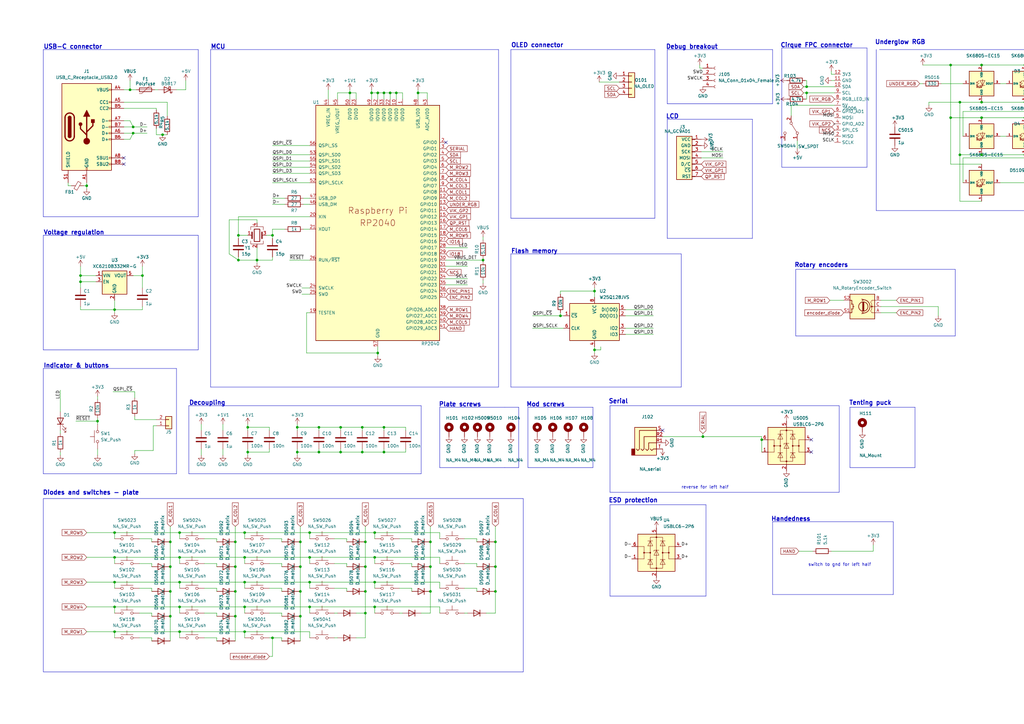
<source format=kicad_sch>
(kicad_sch (version 20230121) (generator eeschema)
  (paper "A3")
  (title_block (title "Dilemma") (date "2022-07-12") (rev "1") (company "plut0nium x bastardkb x freznel") (comment 1 "Licensed under CERN-OHL-W v2"))
  (junction (at 63.5 538.48))
  (junction (at 420.37 48.26))
  (junction (at 558.165 41.91))
  (junction (at 453.39 337.82))
  (junction (at 420.37 41.91))
  (junction (at 330.835 38.1))
  (junction (at 176.53 222.25))
  (junction (at 123.19 242.57))
  (junction (at 73.66 218.44))
  (junction (at 455.93 344.17))
  (junction (at 153.67 248.92))
  (junction (at 53.34 36.83))
  (junction (at 40.64 514.35))
  (junction (at 147.32 544.83))
  (junction (at 69.85 222.25))
  (junction (at 67.31 554.99))
  (junction (at 488.95 26.67))
  (junction (at 473.71 337.82))
  (junction (at 400.05 337.82))
  (junction (at 127 248.92))
  (junction (at 143.51 547.37))
  (junction (at 63.5 518.16))
  (junction (at 52.07 347.345))
  (junction (at 140.97 333.375))
  (junction (at 391.16 359.41))
  (junction (at 55.88 408.305))
  (junction (at 90.17 538.48))
  (junction (at 73.66 238.76))
  (junction (at 46.99 127))
  (junction (at 143.51 528.32))
  (junction (at 105.41 106.68))
  (junction (at 288.29 179.07))
  (junction (at 473.71 41.91))
  (junction (at 488.95 41.91))
  (junction (at 149.86 242.57))
  (junction (at 154.94 38.1))
  (junction (at 50.8 332.105))
  (junction (at 111.76 261.62))
  (junction (at 176.53 232.41))
  (junction (at 46.99 248.92))
  (junction (at 302.26 476.25))
  (junction (at 400.05 344.17))
  (junction (at 402.59 63.5))
  (junction (at 160.02 333.375))
  (junction (at 196.85 518.16))
  (junction (at 458.47 48.26))
  (junction (at 30.48 408.305))
  (junction (at 504.825 41.91))
  (junction (at 162.56 38.1))
  (junction (at 170.18 528.32))
  (junction (at 420.37 26.67))
  (junction (at 509.27 344.17))
  (junction (at 552.45 322.58))
  (junction (at 508 337.82))
  (junction (at 63.5 350.52))
  (junction (at 540.385 26.67))
  (junction (at 154.94 333.375))
  (junction (at 490.22 322.58))
  (junction (at 137.16 480.695))
  (junction (at 504.825 26.67))
  (junction (at 93.98 514.35))
  (junction (at 281.94 476.25))
  (junction (at 46.99 218.44))
  (junction (at 128.27 480.695))
  (junction (at 393.7 41.91))
  (junction (at 438.15 41.91))
  (junction (at 67.31 534.67))
  (junction (at 387.35 322.58))
  (junction (at 111.76 96.52))
  (junction (at 149.86 251.46))
  (junction (at 391.16 337.82))
  (junction (at 127 218.44))
  (junction (at 435.61 322.58))
  (junction (at 435.61 344.17))
  (junction (at 46.99 259.08))
  (junction (at 149.86 222.25))
  (junction (at 579.755 344.17))
  (junction (at 170.18 538.48))
  (junction (at 157.48 185.42))
  (junction (at 417.83 337.82))
  (junction (at 570.23 322.58))
  (junction (at 101.6 185.42))
  (junction (at 40.64 544.83))
  (junction (at 46.99 238.76))
  (junction (at 52.07 349.885))
  (junction (at 328.295 330.835))
  (junction (at 473.71 344.17))
  (junction (at 170.18 518.16))
  (junction (at 330.835 35.56))
  (junction (at 90.17 548.64))
  (junction (at 389.89 48.26))
  (junction (at 417.83 359.41))
  (junction (at 54.61 52.07))
  (junction (at 96.52 252.73))
  (junction (at 137.16 470.535))
  (junction (at 527.685 337.82))
  (junction (at 455.93 359.41))
  (junction (at 157.48 38.1))
  (junction (at 105.41 557.53))
  (junction (at 93.98 524.51))
  (junction (at 37.465 467.995))
  (junction (at 509.27 359.41))
  (junction (at 67.31 524.51))
  (junction (at 417.83 344.17))
  (junction (at 69.85 232.41))
  (junction (at 97.79 96.52))
  (junction (at 511.81 63.5))
  (junction (at 157.48 175.26))
  (junction (at 552.45 337.82))
  (junction (at 582.93 63.5))
  (junction (at 101.6 175.26))
  (junction (at 44.45 422.275))
  (junction (at 100.33 259.08))
  (junction (at 561.975 344.17))
  (junction (at 121.92 185.42))
  (junction (at 100.33 238.76))
  (junction (at 241.3 414.655))
  (junction (at 148.59 185.42))
  (junction (at 227.33 424.815))
  (junction (at 119.38 480.695))
  (junction (at 420.37 63.5))
  (junction (at 153.67 238.76))
  (junction (at 154.94 480.695))
  (junction (at 579.755 359.41))
  (junction (at 491.49 344.17))
  (junction (at 99.06 480.695))
  (junction (at 476.25 63.5))
  (junction (at 130.81 175.26))
  (junction (at 196.85 538.48))
  (junction (at 529.59 48.26))
  (junction (at 148.59 175.26))
  (junction (at 152.4 38.1))
  (junction (at 458.47 63.5))
  (junction (at 203.2 232.41))
  (junction (at 544.195 359.41))
  (junction (at 312.42 180.34))
  (junction (at 473.71 359.41))
  (junction (at 438.15 26.67))
  (junction (at 387.35 344.17))
  (junction (at 494.03 63.5))
  (junction (at 160.02 38.1))
  (junction (at 63.5 548.64))
  (junction (at 30.48 410.845))
  (junction (at 473.71 26.67))
  (junction (at 529.59 63.5))
  (junction (at 95.25 391.795))
  (junction (at 93.98 544.83))
  (junction (at 120.65 514.35))
  (junction (at 116.84 528.32))
  (junction (at 73.66 248.92))
  (junction (at 100.33 218.44))
  (junction (at 328.295 333.375))
  (junction (at 40.005 172.72))
  (junction (at 154.94 470.535))
  (junction (at 147.32 524.51))
  (junction (at 63.5 528.32))
  (junction (at 109.22 391.795))
  (junction (at 93.98 554.99))
  (junction (at 143.51 538.48))
  (junction (at 561.975 359.41))
  (junction (at 153.67 228.6))
  (junction (at 100.33 228.6))
  (junction (at 33.02 113.03))
  (junction (at 147.32 514.35))
  (junction (at 511.81 48.26))
  (junction (at 146.05 480.695))
  (junction (at 116.84 548.64))
  (junction (at 171.45 38.1))
  (junction (at 127 238.76))
  (junction (at 120.65 544.83))
  (junction (at 139.7 185.42))
  (junction (at 453.39 322.58))
  (junction (at 100.33 248.92))
  (junction (at 455.93 26.67))
  (junction (at 154.94 144.78))
  (junction (at 476.25 48.26))
  (junction (at 544.195 344.17))
  (junction (at 35.56 76.2))
  (junction (at 473.71 322.58))
  (junction (at 417.83 322.58))
  (junction (at 582.93 48.26))
  (junction (at 527.685 322.58))
  (junction (at 526.415 359.41))
  (junction (at 116.84 538.48))
  (junction (at 198.12 106.68))
  (junction (at 494.03 48.26))
  (junction (at 46.99 228.6))
  (junction (at 116.84 518.16))
  (junction (at 58.42 113.03))
  (junction (at 196.85 528.32))
  (junction (at 229.87 129.54))
  (junction (at 195.58 401.955))
  (junction (at 127 228.6))
  (junction (at 438.15 63.5))
  (junction (at 435.61 359.41))
  (junction (at 153.67 218.44))
  (junction (at 90.17 528.32))
  (junction (at 558.165 26.67))
  (junction (at 99.06 470.535))
  (junction (at 565.15 48.26))
  (junction (at 139.7 175.26))
  (junction (at 147.32 534.67))
  (junction (at 95.25 401.955))
  (junction (at 157.48 333.375))
  (junction (at 400.05 359.41))
  (junction (at 393.7 63.5))
  (junction (at 565.15 63.5))
  (junction (at 102.87 401.955))
  (junction (at 66.675 55.245))
  (junction (at 123.19 222.25))
  (junction (at 40.64 554.99))
  (junction (at 522.605 26.67))
  (junction (at 570.23 337.82))
  (junction (at 402.59 48.26))
  (junction (at 130.81 185.42))
  (junction (at 97.79 106.68))
  (junction (at 508 322.58))
  (junction (at 143.51 518.16))
  (junction (at 490.22 337.82))
  (junction (at 203.2 242.57))
  (junction (at 152.4 440.055))
  (junction (at 90.17 518.16))
  (junction (at 438.15 48.26))
  (junction (at 547.37 63.5))
  (junction (at 455.93 41.91))
  (junction (at 540.385 41.91))
  (junction (at 120.65 534.67))
  (junction (at 73.66 228.6))
  (junction (at 33.02 115.57))
  (junction (at 54.61 54.61))
  (junction (at 73.66 259.08))
  (junction (at 243.84 119.38))
  (junction (at 69.85 242.57))
  (junction (at 547.37 48.26))
  (junction (at 168.91 333.375))
  (junction (at 526.415 344.17))
  (junction (at 96.52 242.57))
  (junction (at 40.64 534.67))
  (junction (at 67.31 544.83))
  (junction (at 128.27 470.535))
  (junction (at 33.02 371.475))
  (junction (at 93.98 534.67))
  (junction (at 143.51 38.1))
  (junction (at 203.2 222.25))
  (junction (at 67.31 514.35))
  (junction (at 96.52 222.25))
  (junction (at 96.52 232.41))
  (junction (at 152.4 333.375))
  (junction (at 435.61 337.82))
  (junction (at 522.605 41.91))
  (junction (at 40.64 524.51))
  (junction (at 491.49 359.41))
  (junction (at 123.19 252.73))
  (junction (at 176.53 242.57))
  (junction (at 146.05 470.535))
  (junction (at 149.86 232.41))
  (junction (at 120.65 524.51))
  (junction (at 402.59 26.67))
  (junction (at 243.84 143.51))
  (junction (at 149.86 333.375))
  (junction (at 402.59 41.91))
  (junction (at 119.38 470.535))
  (junction (at 121.92 175.26))
  (junction (at 400.05 322.58))
  (junction (at 389.89 26.67))
  (junction (at 69.85 252.73))
  (junction (at 123.19 232.41))
  (no_connect (at 180.34 353.695))
  (no_connect (at 50.8 64.77))
  (no_connect (at 50.8 67.31))
  (no_connect (at 319.405 352.933))
  (no_connect (at 182.88 58.42))
  (no_connect (at 332.74 185.42))
  (no_connect (at 332.74 180.34))
  (no_connect (at 48.26 360.045))
  (no_connect (at 732.282 326.898))
  (no_connect (at 322.58 481.33))
  (no_connect (at 271.78 176.53))
  (no_connect (at 264.16 473.71))
  (no_connect (at 322.58 476.25))
  (no_connect (at 48.26 362.585))
  (polyline (pts (xy 348.615 167.005) (xy 348.615 191.77)))
  (wire (pts (xy 96.52 215.9) (xy 96.52 222.25)))
  (wire (pts (xy 171.45 38.1) (xy 171.45 40.64)))
  (wire (pts (xy 241.3 437.515) (xy 241.3 440.055)))
  (wire (pts (xy 25.4 370.205) (xy 25.4 371.475)))
  (wire (pts (xy 798.957 64.643) (xy 798.957 72.263)))
  (wire (pts (xy 67.31 547.37) (xy 67.31 544.83)))
  (wire (pts (xy 552.45 322.58) (xy 570.23 322.58)))
  (wire (pts (xy 88.9 220.98) (xy 88.9 222.25)))
  (polyline (pts (xy 276.86 454.025) (xy 276.86 399.415)))
  (wire (pts (xy 35.56 238.76) (xy 46.99 238.76)))
  (wire (pts (xy 407.67 370.84) (xy 426.085 370.84)))
  (wire (pts (xy 116.84 511.81) (xy 116.84 518.16)))
  (wire (pts (xy 33.02 115.57) (xy 33.02 118.11)))
  (wire (pts (xy 120.65 544.83) (xy 147.32 544.83)))
  (wire (pts (xy 176.53 222.25) (xy 176.53 232.41)))
  (wire (pts (xy 105.41 91.44) (xy 105.41 90.17)))
  (wire (pts (xy 118.745 106.68) (xy 127 106.68)))
  (wire (pts (xy 58.42 109.22) (xy 58.42 113.03)))
  (wire (pts (xy 195.58 231.14) (xy 195.58 232.41)))
  (wire (pts (xy 100.33 241.3) (xy 100.33 238.76)))
  (wire (pts (xy 170.18 518.16) (xy 170.18 528.32)))
  (wire (pts (xy 455.93 26.67) (xy 473.71 26.67)))
  (polyline (pts (xy 314.325 315.595) (xy 314.325 337.82)))
  (wire (pts (xy 55.245 170.815) (xy 55.245 172.085)))
  (wire (pts (xy 516.89 351.79) (xy 518.795 351.79)))
  (wire (pts (xy 69.85 332.105) (xy 73.66 332.105)))
  (wire (pts (xy 82.55 173.99) (xy 82.55 176.53)))
  (wire (pts (xy 153.67 220.98) (xy 153.67 218.44)))
  (wire (pts (xy 109.22 527.05) (xy 109.22 528.32)))
  (wire (pts (xy 857.377 241.808) (xy 867.537 241.808)))
  (wire (pts (xy 387.35 322.58) (xy 400.05 322.58)))
  (wire (pts (xy 62.23 251.46) (xy 62.23 252.73)))
  (wire (pts (xy 327.025 333.375) (xy 328.295 333.375)))
  (wire (pts (xy 267.97 134.62) (xy 256.54 134.62)))
  (wire (pts (xy 730.377 84.963) (xy 721.487 84.963)))
  (wire (pts (xy 30.48 421.005) (xy 30.48 422.275)))
  (wire (pts (xy 227.33 423.545) (xy 227.33 424.815)))
  (wire (pts (xy 529.59 48.26) (xy 511.81 48.26)))
  (wire (pts (xy 265.43 429.895) (xy 254 429.895)))
  (wire (pts (xy 420.37 48.26) (xy 402.59 48.26)))
  (wire (pts (xy 796.417 90.043) (xy 806.577 90.043)))
  (wire (pts (xy 501.65 55.88) (xy 504.19 55.88)))
  (wire (pts (xy 109.22 376.555) (xy 114.3 376.555)))
  (wire (pts (xy 22.225 471.805) (xy 22.225 473.075)))
  (polyline (pts (xy 83.82 454.025) (xy 201.93 454.025)))
  (wire (pts (xy 435.61 359.41) (xy 455.93 359.41)))
  (wire (pts (xy 40.005 184.15) (xy 40.005 186.69)))
  (wire (pts (xy 157.48 547.37) (xy 158.75 547.37)))
  (wire (pts (xy 142.24 241.3) (xy 142.24 242.57)))
  (wire (pts (xy 881.507 163.703) (xy 828.167 163.703)))
  (wire (pts (xy 101.6 175.26) (xy 110.49 175.26)))
  (wire (pts (xy 121.92 173.99) (xy 121.92 175.26)))
  (wire (pts (xy 80.01 479.425) (xy 80.01 481.965)))
  (wire (pts (xy 82.55 557.53) (xy 82.55 558.8)))
  (wire (pts (xy 40.64 544.83) (xy 67.31 544.83)))
  (polyline (pts (xy 17.78 194.31) (xy 72.39 194.31)))
  (wire (pts (xy 771.017 110.363) (xy 773.557 110.363)))
  (wire (pts (xy 798.957 72.263) (xy 796.417 72.263)))
  (wire (pts (xy 833.882 255.778) (xy 833.882 241.808)))
  (wire (pts (xy 149.86 251.46) (xy 149.86 261.62)))
  (wire (pts (xy 327.025 330.835) (xy 328.295 330.835)))
  (polyline (pts (xy 268.605 20.32) (xy 268.605 89.535)))
  (wire (pts (xy 102.87 386.715) (xy 102.87 385.445)))
  (wire (pts (xy 445.77 55.88) (xy 450.85 55.88)))
  (wire (pts (xy 565.785 34.29) (xy 569.595 34.29)))
  (wire (pts (xy 717.677 310.388) (xy 730.377 310.388)))
  (wire (pts (xy 46.99 259.08) (xy 73.66 259.08)))
  (polyline (pts (xy 204.47 158.75) (xy 204.47 20.32)))
  (wire (pts (xy 872.617 97.663) (xy 884.047 97.663)))
  (wire (pts (xy 173.99 537.21) (xy 173.99 534.67)))
  (wire (pts (xy 93.98 514.35) (xy 120.65 514.35)))
  (polyline (pts (xy 566.42 382.27) (xy 356.87 382.27)))
  (wire (pts (xy 172.72 251.46) (xy 176.53 251.46)))
  (polyline (pts (xy 273.685 20.32) (xy 316.865 20.32)))
  (wire (pts (xy 123.19 222.25) (xy 123.19 232.41)))
  (wire (pts (xy 50.8 54.61) (xy 54.61 54.61)))
  (wire (pts (xy 328.295 333.375) (xy 339.725 333.375)))
  (wire (pts (xy 196.85 538.48) (xy 196.85 547.37)))
  (wire (pts (xy 105.41 557.53) (xy 105.41 565.15)))
  (polyline (pts (xy 207.01 191.77) (xy 180.34 191.77)))
  (wire (pts (xy 184.15 537.21) (xy 189.23 537.21)))
  (wire (pts (xy 123.19 440.055) (xy 152.4 440.055)))
  (wire (pts (xy 420.37 41.91) (xy 438.15 41.91)))
  (wire (pts (xy 91.44 173.99) (xy 91.44 176.53)))
  (wire (pts (xy 162.56 335.915) (xy 162.56 333.375)))
  (wire (pts (xy 288.29 27.94) (xy 287.02 27.94)))
  (wire (pts (xy 771.017 259.588) (xy 771.017 262.128)))
  (wire (pts (xy 123.825 118.11) (xy 127 118.11)))
  (wire (pts (xy 110.49 261.62) (xy 111.76 261.62)))
  (wire (pts (xy 227.33 415.925) (xy 227.33 414.655)))
  (wire (pts (xy 245.745 33.655) (xy 254 33.655)))
  (wire (pts (xy 61.595 469.9) (xy 60.325 469.9)))
  (polyline (pts (xy 314.325 337.82) (xy 271.145 337.82)))
  (wire (pts (xy 196.85 518.16) (xy 196.85 528.32)))
  (wire (pts (xy 50.8 537.21) (xy 55.88 537.21)))
  (wire (pts (xy 35.56 248.92) (xy 46.99 248.92)))
  (polyline (pts (xy 355.6 19.685) (xy 355.6 68.58)))
  (wire (pts (xy 64.135 55.245) (xy 66.675 55.245)))
  (wire (pts (xy 147.32 534.67) (xy 173.99 534.67)))
  (wire (pts (xy 745.617 84.963) (xy 755.777 84.963)))
  (wire (pts (xy 872.617 148.463) (xy 881.507 148.463)))
  (wire (pts (xy 324.485 352.933) (xy 324.485 356.108)))
  (wire (pts (xy 267.97 137.16) (xy 256.54 137.16)))
  (polyline (pts (xy 279.4 104.14) (xy 209.55 104.14)))
  (wire (pts (xy 195.58 241.3) (xy 195.58 242.57)))
  (wire (pts (xy 111.76 66.04) (xy 127 66.04)))
  (wire (pts (xy 182.88 101.6) (xy 191.77 101.6)))
  (polyline (pts (xy 271.145 315.595) (xy 271.145 337.82)))
  (wire (pts (xy 44.45 422.275) (xy 55.88 422.275)))
  (wire (pts (xy 435.61 344.17) (xy 455.93 344.17)))
  (wire (pts (xy 105.41 557.53) (xy 109.22 557.53)))
  (polyline (pts (xy 306.07 344.17) (xy 306.07 393.065)))
  (polyline (pts (xy 180.34 167.005) (xy 207.01 167.005)))
  (wire (pts (xy 463.55 34.29) (xy 466.09 34.29)))
  (wire (pts (xy 88.9 469.265) (xy 88.9 471.805)))
  (wire (pts (xy 110.49 251.46) (xy 115.57 251.46)))
  (wire (pts (xy 180.34 241.3) (xy 180.34 238.76)))
  (polyline (pts (xy 389.255 433.07) (xy 323.85 433.07)))
  (wire (pts (xy 30.48 422.275) (xy 44.45 422.275)))
  (wire (pts (xy 329.565 38.1) (xy 330.835 38.1)))
  (wire (pts (xy 130.81 557.53) (xy 132.08 557.53)))
  (wire (pts (xy 337.82 418.465) (xy 343.535 418.465)))
  (wire (pts (xy 391.16 378.46) (xy 391.16 359.41)))
  (wire (pts (xy 745.617 161.163) (xy 755.777 161.163)))
  (wire (pts (xy 152.4 333.375) (xy 154.94 333.375)))
  (wire (pts (xy 72.39 36.83) (xy 76.2 36.83)))
  (wire (pts (xy 50.8 332.105) (xy 53.34 332.105)))
  (wire (pts (xy 93.98 547.37) (xy 93.98 544.83)))
  (wire (pts (xy 374.65 330.2) (xy 377.19 330.2)))
  (wire (pts (xy 96.52 232.41) (xy 96.52 242.57)))
  (wire (pts (xy 121.92 185.42) (xy 130.81 185.42)))
  (wire (pts (xy 717.677 335.788) (xy 717.677 310.388)))
  (wire (pts (xy 781.177 151.003) (xy 781.177 148.463)))
  (wire (pts (xy 69.85 252.73) (xy 69.85 262.89)))
  (wire (pts (xy 773.557 310.388) (xy 773.557 320.548)))
  (wire (pts (xy 111.76 261.62) (xy 115.57 261.62)))
  (polyline (pts (xy 289.56 207.01) (xy 289.56 244.475)))
  (wire (pts (xy 499.11 351.79) (xy 501.65 351.79)))
  (wire (pts (xy 29.21 534.67) (xy 40.64 534.67)))
  (wire (pts (xy 180.34 404.495) (xy 189.23 404.495)))
  (wire (pts (xy 73.66 218.44) (xy 100.33 218.44)))
  (wire (pts (xy 400.05 363.22) (xy 387.35 363.22)))
  (wire (pts (xy 427.99 55.88) (xy 430.53 55.88)))
  (wire (pts (xy 443.23 351.79) (xy 448.31 351.79)))
  (wire (pts (xy 530.225 34.29) (xy 532.765 34.29)))
  (polyline (pts (xy 308.61 48.895) (xy 308.61 97.79)))
  (wire (pts (xy 95.25 384.175) (xy 124.46 384.175)))
  (wire (pts (xy 73.66 238.76) (xy 100.33 238.76)))
  (wire (pts (xy 595.63 330.2) (xy 595.63 341.63)))
  (wire (pts (xy 153.67 228.6) (xy 180.34 228.6)))
  (wire (pts (xy 33.02 113.03) (xy 39.37 113.03)))
  (wire (pts (xy 64.135 52.705) (xy 64.135 55.245)))
  (wire (pts (xy 116.84 518.16) (xy 116.84 528.32)))
  (wire (pts (xy 101.6 175.26) (xy 101.6 176.53)))
  (wire (pts (xy 215.9 429.895) (xy 228.6 429.895)))
  (wire (pts (xy 587.375 351.79) (xy 589.915 351.79)))
  (wire (pts (xy 243.84 118.11) (xy 243.84 119.38)))
  (wire (pts (xy 66.04 337.185) (xy 66.04 342.9)))
  (wire (pts (xy 40.64 516.89) (xy 40.64 514.35)))
  (wire (pts (xy 847.217 123.063) (xy 857.377 123.063)))
  (wire (pts (xy 184.15 527.05) (xy 189.23 527.05)))
  (wire (pts (xy 73.66 228.6) (xy 100.33 228.6)))
  (wire (pts (xy 109.22 96.52) (xy 111.76 96.52)))
  (polyline (pts (xy 326.39 110.49) (xy 391.795 110.49)))
  (wire (pts (xy 157.48 537.21) (xy 162.56 537.21)))
  (wire (pts (xy 63.5 36.83) (xy 64.77 36.83)))
  (wire (pts (xy 105.41 106.68) (xy 105.41 107.95)))
  (wire (pts (xy 168.91 220.98) (xy 168.91 222.25)))
  (wire (pts (xy 40.64 554.99) (xy 67.31 554.99)))
  (wire (pts (xy 110.49 220.98) (xy 115.57 220.98)))
  (wire (pts (xy 162.56 38.1) (xy 165.1 38.1)))
  (polyline (pts (xy 15.24 438.785) (xy 15.24 391.795)))
  (wire (pts (xy 190.5 231.14) (xy 195.58 231.14)))
  (wire (pts (xy 455.93 41.91) (xy 473.71 41.91)))
  (wire (pts (xy 384.81 330.2) (xy 392.43 330.2)))
  (wire (pts (xy 189.23 516.89) (xy 189.23 518.16)))
  (wire (pts (xy 338.455 325.755) (xy 338.455 324.485)))
  (wire (pts (xy 394.97 45.72) (xy 584.835 45.72)))
  (wire (pts (xy 127 261.62) (xy 127 259.08)))
  (wire (pts (xy 196.85 528.32) (xy 196.85 538.48)))
  (wire (pts (xy 99.06 470.535) (xy 99.06 471.805)))
  (wire (pts (xy 152.4 440.055) (xy 152.4 441.325)))
  (wire (pts (xy 121.92 175.26) (xy 130.81 175.26)))
  (wire (pts (xy 781.177 123.063) (xy 781.177 130.683)))
  (wire (pts (xy 157.48 333.375) (xy 157.48 335.915)))
  (wire (pts (xy 153.67 251.46) (xy 153.67 248.92)))
  (wire (pts (xy 453.39 322.58) (xy 473.71 322.58)))
  (wire (pts (xy 106.68 391.795) (xy 109.22 391.795)))
  (wire (pts (xy 100.33 251.46) (xy 100.33 248.92)))
  (polyline (pts (xy 360.68 20.32) (xy 568.96 20.32)))
  (wire (pts (xy 882.777 323.088) (xy 882.777 297.688)))
  (wire (pts (xy 473.71 337.82) (xy 490.22 337.82)))
  (wire (pts (xy 100.33 228.6) (xy 127 228.6)))
  (wire (pts (xy 88.9 261.62) (xy 88.9 262.89)))
  (wire (pts (xy 600.71 63.5) (xy 582.93 63.5)))
  (wire (pts (xy 771.017 262.128) (xy 781.177 262.128)))
  (wire (pts (xy 93.98 554.99) (xy 120.65 554.99)))
  (wire (pts (xy 463.55 351.79) (xy 466.09 351.79)))
  (polyline (pts (xy 389.255 405.765) (xy 389.255 433.07)))
  (wire (pts (xy 496.57 34.29) (xy 497.205 34.29)))
  (wire (pts (xy 97.79 96.52) (xy 97.79 88.9)))
  (wire (pts (xy 50.8 344.805) (xy 52.07 347.345)))
  (wire (pts (xy 526.415 344.17) (xy 544.195 344.17)))
  (wire (pts (xy 115.57 261.62) (xy 115.57 262.89)))
  (wire (pts (xy 146.05 480.695) (xy 154.94 480.695)))
  (wire (pts (xy 570.23 337.82) (xy 588.01 337.82)))
  (wire (pts (xy 22.225 480.695) (xy 22.225 481.965)))
  (wire (pts (xy 111.76 68.58) (xy 127 68.58)))
  (wire (pts (xy 99.06 480.695) (xy 107.95 480.695)))
  (wire (pts (xy 534.035 351.79) (xy 536.575 351.79)))
  (wire (pts (xy 198.12 114.935) (xy 198.12 116.205)))
  (wire (pts (xy 168.91 241.3) (xy 168.91 242.57)))
  (wire (pts (xy 143.51 38.1) (xy 143.51 40.64)))
  (wire (pts (xy 63.5 518.16) (xy 63.5 528.32)))
  (wire (pts (xy 130.81 184.15) (xy 130.81 185.42)))
  (polyline (pts (xy 421.64 398.78) (xy 421.64 447.04)))
  (wire (pts (xy 420.37 26.67) (xy 438.15 26.67)))
  (polyline (pts (xy 424.18 103.505) (xy 455.93 103.505)))
  (polyline (pts (xy 326.39 110.49) (xy 326.39 137.795)))
  (wire (pts (xy 52.07 408.305) (xy 55.88 408.305)))
  (wire (pts (xy 54.61 52.07) (xy 50.8 52.07)))
  (wire (pts (xy 83.82 241.3) (xy 88.9 241.3)))
  (wire (pts (xy 438.15 48.26) (xy 420.37 48.26)))
  (wire (pts (xy 96.52 222.25) (xy 96.52 232.41)))
  (wire (pts (xy 882.777 241.808) (xy 892.937 241.808)))
  (polyline (pts (xy 243.205 191.77) (xy 216.535 191.77)))
  (wire (pts (xy 93.98 516.89) (xy 93.98 514.35)))
  (polyline (pts (xy 81.28 88.9) (xy 17.78 88.9)))
  (wire (pts (xy 884.047 123.063) (xy 872.617 123.063)))
  (wire (pts (xy 170.18 511.81) (xy 170.18 518.16)))
  (wire (pts (xy 494.03 48.26) (xy 476.25 48.26)))
  (wire (pts (xy 745.617 310.388) (xy 755.777 310.388)))
  (wire (pts (xy 121.92 185.42) (xy 121.92 186.69)))
  (wire (pts (xy 120.65 527.05) (xy 120.65 524.51)))
  (wire (pts (xy 773.557 97.663) (xy 781.177 97.663)))
  (wire (pts (xy 267.97 127) (xy 256.54 127)))
  (wire (pts (xy 50.8 516.89) (xy 55.88 516.89)))
  (wire (pts (xy 338.455 328.295) (xy 339.725 328.295)))
  (wire (pts (xy 104.14 537.21) (xy 109.22 537.21)))
  (wire (pts (xy 455.93 344.17) (xy 473.71 344.17)))
  (wire (pts (xy 33.02 127) (xy 46.99 127)))
  (wire (pts (xy 109.22 358.775) (xy 124.46 358.775)))
  (polyline (pts (xy 271.145 315.595) (xy 314.325 315.595)))
  (wire (pts (xy 120.65 514.35) (xy 147.32 514.35)))
  (wire (pts (xy 312.42 180.34) (xy 312.42 185.42)))
  (wire (pts (xy 125.73 128.27) (xy 127 128.27)))
  (wire (pts (xy 101.6 185.42) (xy 101.6 186.69)))
  (wire (pts (xy 104.14 557.53) (xy 105.41 557.53)))
  (wire (pts (xy 515.62 330.2) (xy 520.065 330.2)))
  (wire (pts (xy 62.23 231.14) (xy 62.23 232.41)))
  (wire (pts (xy 124.46 81.28) (xy 127 81.28)))
  (wire (pts (xy 582.93 48.26) (xy 565.15 48.26)))
  (wire (pts (xy 50.8 49.53) (xy 53.34 49.53)))
  (wire (pts (xy 109.22 379.095) (xy 114.3 379.095)))
  (wire (pts (xy 140.97 333.375) (xy 140.97 335.915)))
  (wire (pts (xy 93.98 90.17) (xy 93.98 104.14)))
  (wire (pts (xy 101.6 185.42) (xy 110.49 185.42)))
  (wire (pts (xy 139.7 185.42) (xy 148.59 185.42)))
  (polyline (pts (xy 216.535 167.005) (xy 243.205 167.005)))
  (wire (pts (xy 154.94 479.425) (xy 154.94 480.695)))
  (wire (pts (xy 796.417 323.088) (xy 796.417 330.708)))
  (wire (pts (xy 102.87 401.955) (xy 102.87 403.225)))
  (wire (pts (xy 124.46 93.98) (xy 127 93.98)))
  (wire (pts (xy 445.77 34.29) (xy 448.31 34.29)))
  (wire (pts (xy 33.02 370.205) (xy 33.02 371.475)))
  (wire (pts (xy 29.21 524.51) (xy 40.64 524.51)))
  (polyline (pts (xy 240.665 462.28) (xy 240.665 487.045)))
  (wire (pts (xy 195.58 392.43) (xy 195.58 393.7)))
  (wire (pts (xy 579.755 344.17) (xy 561.975 344.17)))
  (wire (pts (xy 40.64 537.21) (xy 40.64 534.67)))
  (wire (pts (xy 44.45 422.275) (xy 44.45 423.545)))
  (wire (pts (xy 63.5 511.81) (xy 63.5 518.16)))
  (wire (pts (xy 551.815 351.79) (xy 554.355 351.79)))
  (wire (pts (xy 509.27 359.41) (xy 526.415 359.41)))
  (wire (pts (xy 847.217 348.488) (xy 857.377 348.488)))
  (wire (pts (xy 53.34 49.53) (xy 54.61 52.07)))
  (wire (pts (xy 132.08 332.105) (xy 132.08 335.915)))
  (wire (pts (xy 597.535 344.17) (xy 579.755 344.17)))
  (wire (pts (xy 34.29 76.2) (xy 35.56 76.2)))
  (wire (pts (xy 154.94 333.375) (xy 157.48 333.375)))
  (wire (pts (xy 243.84 142.24) (xy 243.84 143.51)))
  (wire (pts (xy 321.945 338.455) (xy 339.725 338.455)))
  (wire (pts (xy 375.92 322.58) (xy 387.35 322.58)))
  (wire (pts (xy 163.83 479.425) (xy 163.83 480.695)))
  (wire (pts (xy 120.65 524.51) (xy 147.32 524.51)))
  (wire (pts (xy 458.47 48.26) (xy 476.25 48.26)))
  (wire (pts (xy 73.66 259.08) (xy 100.33 259.08)))
  (wire (pts (xy 821.817 348.488) (xy 821.817 356.108)))
  (wire (pts (xy 391.16 337.82) (xy 400.05 337.82)))
  (wire (pts (xy 157.48 38.1) (xy 157.48 40.64)))
  (wire (pts (xy 796.417 115.443) (xy 796.417 123.063)))
  (wire (pts (xy 100.33 220.98) (xy 100.33 218.44)))
  (wire (pts (xy 149.86 215.9) (xy 149.86 222.25)))
  (wire (pts (xy 722.757 284.988) (xy 722.757 259.588)))
  (wire (pts (xy 55.88 516.89) (xy 55.88 518.16)))
  (wire (pts (xy 111.76 106.68) (xy 111.76 105.41)))
  (wire (pts (xy 69.85 222.25) (xy 69.85 232.41)))
  (wire (pts (xy 903.097 178.943) (xy 913.257 178.943)))
  (wire (pts (xy 358.775 423.545) (xy 365.125 423.545)))
  (wire (pts (xy 62.865 174.625) (xy 62.865 184.785)))
  (wire (pts (xy 547.37 48.26) (xy 529.59 48.26)))
  (wire (pts (xy 378.46 339.09) (xy 378.46 337.82)))
  (wire (pts (xy 461.01 330.2) (xy 466.09 330.2)))
  (polyline (pts (xy 213.995 462.28) (xy 240.665 462.28)))
  (polyline (pts (xy 372.745 462.28) (xy 372.745 487.045)))
  (wire (pts (xy 50.8 36.83) (xy 53.34 36.83)))
  (wire (pts (xy 30.48 408.305) (xy 30.48 410.845)))
  (wire (pts (xy 288.29 177.8) (xy 288.29 179.07)))
  (wire (pts (xy 872.617 323.088) (xy 882.777 323.088)))
  (wire (pts (xy 558.165 26.67) (xy 577.215 26.67)))
  (wire (pts (xy 491.49 344.17) (xy 509.27 344.17)))
  (wire (pts (xy 46.355 160.655) (xy 55.245 160.655)))
  (wire (pts (xy 53.34 36.83) (xy 55.88 36.83)))
  (wire (pts (xy 48.26 339.725) (xy 61.595 339.725)))
  (wire (pts (xy 40.64 534.67) (xy 67.31 534.67)))
  (wire (pts (xy 58.42 125.73) (xy 58.42 127)))
  (wire (pts (xy 745.617 135.763) (xy 755.777 135.763)))
  (wire (pts (xy 508 337.82) (xy 527.685 337.82)))
  (wire (pts (xy 157.48 527.05) (xy 162.56 527.05)))
  (polyline (pts (xy 492.76 416.56) (xy 466.09 416.56)))
  (wire (pts (xy 102.87 385.445) (xy 91.44 385.445)))
  (wire (pts (xy 229.87 129.54) (xy 231.14 129.54)))
  (wire (pts (xy 135.89 335.915) (xy 135.89 333.375)))
  (wire (pts (xy 66.675 55.245) (xy 68.58 55.245)))
  (wire (pts (xy 115.57 220.98) (xy 115.57 222.25)))
  (wire (pts (xy 67.31 554.99) (xy 67.31 557.53)))
  (polyline (pts (xy 207.01 315.595) (xy 266.065 315.595)))
  (wire (pts (xy 119.38 480.695) (xy 128.27 480.695)))
  (wire (pts (xy 325.12 522.605) (xy 330.835 522.605)))
  (wire (pts (xy 781.177 72.263) (xy 773.557 72.263)))
  (wire (pts (xy 389.89 26.67) (xy 402.59 26.67)))
  (wire (pts (xy 105.41 106.68) (xy 111.76 106.68)))
  (wire (pts (xy 154.94 144.78) (xy 154.94 146.05)))
  (wire (pts (xy 137.16 231.14) (xy 142.24 231.14)))
  (wire (pts (xy 330.835 33.02) (xy 330.835 35.56)))
  (wire (pts (xy 377.19 34.29) (xy 378.46 34.29)))
  (wire (pts (xy 828.167 163.703) (xy 828.167 178.943)))
  (wire (pts (xy 128.27 480.695) (xy 137.16 480.695)))
  (wire (pts (xy 77.47 557.53) (xy 82.55 557.53)))
  (wire (pts (xy 537.21 55.88) (xy 539.75 55.88)))
  (wire (pts (xy 771.017 290.068) (xy 771.017 284.988)))
  (wire (pts (xy 163.83 471.805) (xy 163.83 470.535)))
  (wire (pts (xy 52.07 349.885) (xy 57.785 349.885)))
  (wire (pts (xy 77.47 516.89) (xy 82.55 516.89)))
  (wire (pts (xy 29.21 554.99) (xy 40.64 554.99)))
  (wire (pts (xy 93.98 524.51) (xy 120.65 524.51)))
  (wire (pts (xy 55.88 557.53) (xy 55.88 558.8)))
  (polyline (pts (xy 366.395 213.995) (xy 366.395 243.84)))
  (wire (pts (xy 600.71 48.26) (xy 582.93 48.26)))
  (wire (pts (xy 50.8 352.425) (xy 48.26 352.425)))
  (wire (pts (xy 35.56 218.44) (xy 46.99 218.44)))
  (wire (pts (xy 93.98 534.67) (xy 120.65 534.67)))
  (wire (pts (xy 109.22 547.37) (xy 109.22 548.64)))
  (wire (pts (xy 135.89 333.375) (xy 140.97 333.375)))
  (wire (pts (xy 182.88 109.22) (xy 191.77 109.22)))
  (wire (pts (xy 152.4 36.83) (xy 152.4 38.1)))
  (wire (pts (xy 847.217 72.263) (xy 857.377 72.263)))
  (wire (pts (xy 215.9 424.815) (xy 227.33 424.815)))
  (wire (pts (xy 146.05 40.64) (xy 146.05 38.1)))
  (wire (pts (xy 730.377 335.788) (xy 717.677 335.788)))
  (wire (pts (xy 154.94 142.24) (xy 154.94 144.78)))
  (wire (pts (xy 88.9 479.425) (xy 88.9 481.965)))
  (wire (pts (xy 22.225 455.295) (xy 22.225 464.185)))
  (wire (pts (xy 40.005 171.45) (xy 40.005 172.72)))
  (wire (pts (xy 527.685 337.82) (xy 552.45 337.82)))
  (wire (pts (xy 30.48 410.845) (xy 36.83 410.845)))
  (wire (pts (xy 572.77 55.88) (xy 575.31 55.88)))
  (wire (pts (xy 175.26 40.64) (xy 175.26 38.1)))
  (wire (pts (xy 73.66 248.92) (xy 100.33 248.92)))
  (wire (pts (xy 540.385 26.67) (xy 558.165 26.67)))
  (wire (pts (xy 190.5 220.98) (xy 195.58 220.98)))
  (wire (pts (xy 55.245 160.655) (xy 55.245 163.195)))
  (wire (pts (xy 384.81 125.73) (xy 384.81 129.54)))
  (wire (pts (xy 198.12 106.68) (xy 198.12 107.315)))
  (polyline (pts (xy 455.93 103.505) (xy 455.93 148.59)))
  (wire (pts (xy 466.09 55.88) (xy 468.63 55.88)))
  (wire (pts (xy 378.46 26.67) (xy 389.89 26.67)))
  (wire (pts (xy 143.51 547.37) (xy 143.51 557.53)))
  (wire (pts (xy 393.7 63.5) (xy 393.7 41.91)))
  (wire (pts (xy 508 322.58) (xy 527.685 322.58)))
  (wire (pts (xy 139.7 184.15) (xy 139.7 185.42)))
  (wire (pts (xy 157.48 185.42) (xy 166.37 185.42)))
  (wire (pts (xy 82.55 547.37) (xy 82.55 548.64)))
  (wire (pts (xy 153.67 231.14) (xy 153.67 228.6)))
  (wire (pts (xy 149.86 242.57) (xy 149.86 251.46)))
  (wire (pts (xy 27.94 76.2) (xy 29.21 76.2)))
  (wire (pts (xy 219.71 329.565) (xy 227.965 329.565)))
  (wire (pts (xy 781.177 290.068) (xy 771.017 290.068)))
  (wire (pts (xy 773.557 161.163) (xy 773.557 151.003)))
  (polyline (pts (xy 355.6 68.58) (xy 320.675 68.58)))
  (wire (pts (xy 143.51 511.81) (xy 143.51 518.16)))
  (polyline (pts (xy 455.93 148.59) (xy 424.18 148.59)))
  (wire (pts (xy 173.99 547.37) (xy 173.99 544.83)))
  (wire (pts (xy 852.297 178.943) (xy 862.457 178.943)))
  (wire (pts (xy 182.88 114.3) (xy 191.77 114.3)))
  (wire (pts (xy 97.79 106.68) (xy 105.41 106.68)))
  (wire (pts (xy 387.35 322.58) (xy 387.35 344.17)))
  (wire (pts (xy 127 248.92) (xy 153.67 248.92)))
  (wire (pts (xy 166.37 176.53) (xy 166.37 175.26)))
  (wire (pts (xy 171.45 38.1) (xy 175.26 38.1)))
  (wire (pts (xy 243.84 143.51) (xy 246.38 143.51)))
  (wire (pts (xy 77.47 527.05) (xy 82.55 527.05)))
  (wire (pts (xy 125.73 128.27) (xy 125.73 144.78)))
  (wire (pts (xy 139.7 175.26) (xy 148.59 175.26)))
  (wire (pts (xy 417.83 337.82) (xy 435.61 337.82)))
  (wire (pts (xy 50.8 41.91) (xy 68.58 41.91)))
  (wire (pts (xy 781.177 320.548) (xy 781.177 323.088)))
  (wire (pts (xy 147.32 514.35) (xy 173.99 514.35)))
  (wire (pts (xy 184.15 547.37) (xy 185.42 547.37)))
  (wire (pts (xy 46.99 251.46) (xy 46.99 248.92)))
  (wire (pts (xy 119.38 469.265) (xy 119.38 470.535)))
  (wire (pts (xy 58.42 113.03) (xy 58.42 118.11)))
  (wire (pts (xy 806.577 115.443) (xy 796.417 115.443)))
  (wire (pts (xy 773.557 110.363) (xy 773.557 97.663)))
  (wire (pts (xy 128.27 470.535) (xy 128.27 471.805)))
  (wire (pts (xy 361.315 125.73) (xy 384.81 125.73)))
  (wire (pts (xy 195.58 410.21) (xy 195.58 411.48)))
  (wire (pts (xy 149.86 222.25) (xy 149.86 232.41)))
  (wire (pts (xy 265.43 424.815) (xy 254 424.815)))
  (wire (pts (xy 265.43 432.435) (xy 254 432.435)))
  (wire (pts (xy 218.44 134.62) (xy 231.14 134.62)))
  (wire (pts (xy 149.86 332.105) (xy 149.86 333.375)))
  (wire (pts (xy 120.65 557.53) (xy 120.65 554.99)))
  (wire (pts (xy 402.59 67.31) (xy 389.89 67.31)))
  (wire (pts (xy 152.4 38.1) (xy 152.4 40.64)))
  (wire (pts (xy 847.217 148.463) (xy 857.377 148.463)))
  (polyline (pts (xy 207.01 399.415) (xy 207.01 454.025)))
  (wire (pts (xy 105.41 90.17) (xy 93.98 90.17)))
  (wire (pts (xy 77.47 537.21) (xy 82.55 537.21)))
  (wire (pts (xy 52.705 455.93) (xy 52.705 458.47)))
  (polyline (pts (xy 568.96 86.36) (xy 359.41 86.36)))
  (wire (pts (xy 584.835 34.29) (xy 584.835 45.72)))
  (wire (pts (xy 407.67 330.2) (xy 410.21 330.2)))
  (wire (pts (xy 127 238.76) (xy 153.67 238.76)))
  (wire (pts (xy 137.16 241.3) (xy 142.24 241.3)))
  (wire (pts (xy 394.97 64.77) (xy 394.97 74.93)))
  (wire (pts (xy 527.685 322.58) (xy 552.45 322.58)))
  (wire (pts (xy 64.135 44.45) (xy 64.135 45.085)))
  (wire (pts (xy 881.507 272.288) (xy 881.507 255.778)))
  (wire (pts (xy 90.17 538.48) (xy 90.17 548.64)))
  (wire (pts (xy 30.48 404.495) (xy 30.48 408.305)))
  (polyline (pts (xy 209.55 104.14) (xy 209.55 158.75)))
  (polyline (pts (xy 74.93 489.585) (xy 170.18 489.585)))
  (wire (pts (xy 48.26 332.105) (xy 50.8 332.105)))
  (wire (pts (xy 321.945 338.455) (xy 321.945 342.773)))
  (polyline (pts (xy 266.065 315.595) (xy 266.065 384.81)))
  (wire (pts (xy 806.577 64.643) (xy 798.957 64.643)))
  (wire (pts (xy 52.07 347.345) (xy 57.785 347.345)))
  (polyline (pts (xy 466.09 398.78) (xy 492.76 398.78)))
  (wire (pts (xy 720.217 135.763) (xy 720.217 161.163)))
  (wire (pts (xy 95.25 391.795) (xy 99.06 391.795)))
  (wire (pts (xy 57.15 220.98) (xy 62.23 220.98)))
  (wire (pts (xy 67.31 554.99) (xy 93.98 554.99)))
  (polyline (pts (xy 273.685 20.32) (xy 273.685 42.545)))
  (wire (pts (xy 806.577 356.108) (xy 796.417 356.108)))
  (polyline (pts (xy 359.41 20.32) (xy 359.41 86.36)))
  (wire (pts (xy 330.835 35.56) (xy 342.265 35.56)))
  (polyline (pts (xy 348.615 167.005) (xy 375.285 167.005)))
  (wire (pts (xy 121.92 389.255) (xy 124.46 389.255)))
  (wire (pts (xy 109.22 361.315) (xy 124.46 361.315)))
  (wire (pts (xy 135.89 527.05) (xy 135.89 528.32)))
  (polyline (pts (xy 287.02 541.02) (xy 247.65 541.02)))
  (wire (pts (xy 111.76 261.62) (xy 111.76 269.24)))
  (polyline (pts (xy 15.24 446.405) (xy 69.85 446.405)))
  (wire (pts (xy 394.97 64.77) (xy 608.33 64.77)))
  (wire (pts (xy 148.59 175.26) (xy 157.48 175.26)))
  (wire (pts (xy 61.595 350.52) (xy 63.5 350.52)))
  (wire (pts (xy 872.617 272.288) (xy 881.507 272.288)))
  (wire (pts (xy 116.84 528.32) (xy 116.84 538.48)))
  (wire (pts (xy 730.377 135.763) (xy 720.217 135.763)))
  (wire (pts (xy 153.67 238.76) (xy 180.34 238.76)))
  (wire (pts (xy 109.22 537.21) (xy 109.22 538.48)))
  (wire (pts (xy 154.94 480.695) (xy 163.83 480.695)))
  (wire (pts (xy 110.49 184.15) (xy 110.49 185.42)))
  (wire (pts (xy 400.05 378.46) (xy 391.16 378.46)))
  (wire (pts (xy 40.64 524.51) (xy 67.31 524.51)))
  (wire (pts (xy 123.19 242.57) (xy 123.19 252.73)))
  (wire (pts (xy 522.605 41.91) (xy 540.385 41.91)))
  (wire (pts (xy 147.32 547.37) (xy 147.32 544.83)))
  (polyline (pts (xy 467.36 104.14) (xy 467.36 121.92)))
  (wire (pts (xy 109.22 401.955) (xy 109.22 400.685)))
  (wire (pts (xy 57.15 231.14) (xy 62.23 231.14)))
  (wire (pts (xy 93.98 537.21) (xy 93.98 534.67)))
  (wire (pts (xy 288.29 179.07) (xy 312.42 179.07)))
  (wire (pts (xy 745.617 335.788) (xy 755.777 335.788)))
  (wire (pts (xy 435.61 344.17) (xy 417.83 344.17)))
  (wire (pts (xy 473.71 41.91) (xy 488.95 41.91)))
  (wire (pts (xy 83.82 231.14) (xy 88.9 231.14)))
  (wire (pts (xy 40.64 547.37) (xy 40.64 544.83)))
  (wire (pts (xy 25.4 371.475) (xy 26.67 371.475)))
  (wire (pts (xy 195.58 220.98) (xy 195.58 222.25)))
  (polyline (pts (xy 17.78 151.13) (xy 17.78 194.31)))
  (wire (pts (xy 569.595 351.79) (xy 572.135 351.79)))
  (wire (pts (xy 182.88 106.68) (xy 198.12 106.68)))
  (wire (pts (xy 100.33 231.14) (xy 100.33 228.6)))
  (wire (pts (xy 243.84 119.38) (xy 243.84 121.92)))
  (wire (pts (xy 170.18 538.48) (xy 170.18 547.37)))
  (wire (pts (xy 381 43.18) (xy 381 41.91)))
  (wire (pts (xy 24.765 176.53) (xy 24.765 177.8)))
  (wire (pts (xy 558.165 41.91) (xy 577.215 41.91)))
  (wire (pts (xy 358.14 226.06) (xy 358.14 223.52)))
  (wire (pts (xy 511.81 48.26) (xy 494.03 48.26)))
  (polyline (pts (xy 247.65 461.645) (xy 250.825 461.645)))
  (wire (pts (xy 535.305 330.2) (xy 544.83 330.2)))
  (wire (pts (xy 497.84 330.2) (xy 500.38 330.2)))
  (polyline (pts (xy 421.64 398.78) (xy 453.39 398.78)))
  (wire (pts (xy 473.71 322.58) (xy 490.22 322.58)))
  (polyline (pts (xy 453.39 398.78) (xy 453.39 447.04)))
  (wire (pts (xy 111.76 96.52) (xy 111.76 97.79)))
  (wire (pts (xy 400.05 337.82) (xy 417.83 337.82)))
  (wire (pts (xy 107.95 471.805) (xy 107.95 470.535)))
  (wire (pts (xy 62.865 184.785) (xy 55.245 184.785)))
  (wire (pts (xy 46.99 259.08) (xy 46.99 261.62)))
  (wire (pts (xy 127 218.44) (xy 153.67 218.44)))
  (wire (pts (xy 48.26 344.805) (xy 50.8 344.805)))
  (wire (pts (xy 512.445 34.29) (xy 514.985 34.29)))
  (polyline (pts (xy 243.205 167.005) (xy 243.205 191.77)))
  (wire (pts (xy 199.39 251.46) (xy 203.2 251.46)))
  (wire (pts (xy 121.92 184.15) (xy 121.92 185.42)))
  (wire (pts (xy 30.48 408.305) (xy 36.83 408.305)))
  (wire (pts (xy 821.817 297.688) (xy 821.817 305.308)))
  (wire (pts (xy 160.02 333.375) (xy 162.56 333.375)))
  (wire (pts (xy 730.377 284.988) (xy 722.757 284.988)))
  (wire (pts (xy 115.57 241.3) (xy 115.57 242.57)))
  (wire (pts (xy 29.21 544.83) (xy 40.64 544.83)))
  (wire (pts (xy 281.94 474.98) (xy 281.94 476.25)))
  (wire (pts (xy 142.24 231.14) (xy 142.24 232.41)))
  (wire (pts (xy 120.65 537.21) (xy 120.65 534.67)))
  (polyline (pts (xy 180.34 167.005) (xy 180.34 191.77)))
  (wire (pts (xy 529.59 63.5) (xy 511.81 63.5)))
  (wire (pts (xy 137.16 479.425) (xy 137.16 480.695)))
  (polyline (pts (xy 316.865 42.545) (xy 273.685 42.545)))
  (wire (pts (xy 171.45 36.83) (xy 171.45 38.1)))
  (wire (pts (xy 796.417 272.288) (xy 806.577 272.288)))
  (wire (pts (xy 123.19 232.41) (xy 123.19 242.57)))
  (wire (pts (xy 570.23 322.58) (xy 588.01 322.58)))
  (wire (pts (xy 154.94 470.535) (xy 154.94 471.805)))
  (wire (pts (xy 884.047 97.663) (xy 884.047 123.063)))
  (wire (pts (xy 97.79 97.79) (xy 97.79 96.52)))
  (polyline (pts (xy 207.01 167.005) (xy 212.725 167.005)))
  (wire (pts (xy 67.31 544.83) (xy 93.98 544.83)))
  (wire (pts (xy 392.43 341.63) (xy 392.43 351.79)))
  (wire (pts (xy 402.59 63.5) (xy 393.7 63.5)))
  (wire (pts (xy 166.37 547.37) (xy 170.18 547.37)))
  (wire (pts (xy 24.765 185.42) (xy 24.765 186.69)))
  (wire (pts (xy 93.98 544.83) (xy 120.65 544.83)))
  (wire (pts (xy 828.167 178.943) (xy 837.057 178.943)))
  (polyline (pts (xy 78.74 315.595) (xy 78.74 384.175)))
  (wire (pts (xy 548.005 34.29) (xy 550.545 34.29)))
  (polyline (pts (xy 17.78 20.32) (xy 81.28 20.32)))
  (wire (pts (xy 330.835 38.1) (xy 330.835 40.64)))
  (wire (pts (xy 137.16 480.695) (xy 146.05 480.695)))
  (polyline (pts (xy 268.605 89.535) (xy 209.55 89.535)))
  (wire (pts (xy 46.99 248.92) (xy 73.66 248.92)))
  (wire (pts (xy 773.557 84.963) (xy 771.017 84.963)))
  (wire (pts (xy 264.16 476.25) (xy 281.94 476.25)))
  (wire (pts (xy 93.98 527.05) (xy 93.98 524.51)))
  (wire (pts (xy 73.66 220.98) (xy 73.66 218.44)))
  (wire (pts (xy 91.44 399.415) (xy 95.25 401.955)))
  (wire (pts (xy 218.44 129.54) (xy 229.87 129.54)))
  (wire (pts (xy 119.38 479.425) (xy 119.38 480.695)))
  (wire (pts (xy 831.977 330.708) (xy 831.977 323.088)))
  (wire (pts (xy 400.05 322.58) (xy 417.83 322.58)))
  (wire (pts (xy 52.07 347.345) (xy 48.26 347.345)))
  (wire (pts (xy 130.81 185.42) (xy 139.7 185.42)))
  (wire (pts (xy 378.46 337.82) (xy 391.16 337.82)))
  (polyline (pts (xy 271.145 344.17) (xy 271.145 393.065)))
  (polyline (pts (xy 466.09 398.78) (xy 466.09 416.56)))
  (wire (pts (xy 361.315 123.19) (xy 367.665 123.19)))
  (wire (pts (xy 40.64 514.35) (xy 67.31 514.35)))
  (wire (pts (xy 781.177 348.488) (xy 778.637 348.488)))
  (wire (pts (xy 328.295 333.375) (xy 328.295 335.915)))
  (wire (pts (xy 46.99 231.14) (xy 46.99 228.6)))
  (polyline (pts (xy 204.47 462.28) (xy 210.185 462.28)))
  (wire (pts (xy 52.705 466.09) (xy 52.705 467.36)))
  (polyline (pts (xy 177.8 462.28) (xy 204.47 462.28)))
  (polyline (pts (xy 363.855 540.385) (xy 314.325 540.385)))
  (polyline (pts (xy 210.185 487.045) (xy 204.47 487.045)))
  (wire (pts (xy 82.55 184.15) (xy 82.55 186.69)))
  (wire (pts (xy 149.86 333.375) (xy 149.86 335.915)))
  (wire (pts (xy 73.66 251.46) (xy 73.66 248.92)))
  (wire (pts (xy 121.92 379.095) (xy 124.46 379.095)))
  (polyline (pts (xy 658.495 22.86) (xy 658.495 88.9)))
  (wire (pts (xy 149.86 232.41) (xy 149.86 242.57)))
  (wire (pts (xy 778.637 348.488) (xy 778.637 338.328)))
  (wire (pts (xy 137.16 220.98) (xy 142.24 220.98)))
  (wire (pts (xy 180.34 251.46) (xy 180.34 248.92)))
  (wire (pts (xy 73.66 241.3) (xy 73.66 238.76)))
  (wire (pts (xy 392.43 341.63) (xy 595.63 341.63)))
  (wire (pts (xy 176.53 232.41) (xy 176.53 242.57)))
  (wire (pts (xy 438.15 48.26) (xy 458.47 48.26)))
  (wire (pts (xy 491.49 359.41) (xy 509.27 359.41)))
  (wire (pts (xy 116.84 548.64) (xy 116.84 558.8)))
  (polyline (pts (xy 318.135 314.96) (xy 318.135 363.855)))
  (wire (pts (xy 137.16 470.535) (xy 146.05 470.535)))
  (wire (pts (xy 796.417 356.108) (xy 796.417 348.488)))
  (polyline (pts (xy 247.65 497.205) (xy 247.65 461.645)))
  (wire (pts (xy 339.725 325.755) (xy 338.455 325.755)))
  (wire (pts (xy 328.295 330.835) (xy 339.725 330.835)))
  (wire (pts (xy 52.705 480.06) (xy 52.705 481.33)))
  (polyline (pts (xy 247.65 503.555) (xy 247.65 541.02)))
  (wire (pts (xy 109.22 363.855) (xy 124.46 363.855)))
  (wire (pts (xy 417.83 322.58) (xy 435.61 322.58)))
  (wire (pts (xy 73.66 231.14) (xy 73.66 228.6)))
  (wire (pts (xy 97.79 105.41) (xy 97.79 106.68)))
  (wire (pts (xy 773.557 320.548) (xy 781.177 320.548)))
  (polyline (pts (xy 69.85 489.585) (xy 69.85 446.405)))
  (wire (pts (xy 831.977 140.843) (xy 831.977 148.463)))
  (wire (pts (xy 120.65 547.37) (xy 120.65 544.83)))
  (wire (pts (xy 420.37 63.5) (xy 402.59 63.5)))
  (wire (pts (xy 109.22 370.205) (xy 124.46 370.205)))
  (wire (pts (xy 130.81 175.26) (xy 130.81 176.53)))
  (polyline (pts (xy 201.93 315.595) (xy 83.82 315.595)))
  (wire (pts (xy 402.59 41.91) (xy 420.37 41.91)))
  (wire (pts (xy 458.47 63.5) (xy 476.25 63.5)))
  (wire (pts (xy 147.32 537.21) (xy 147.32 534.67)))
  (wire (pts (xy 773.557 72.263) (xy 773.557 84.963)))
  (wire (pts (xy 102.87 396.875) (xy 102.87 401.955)))
  (wire (pts (xy 162.56 516.89) (xy 162.56 518.16)))
  (wire (pts (xy 172.72 335.915) (xy 172.72 333.375)))
  (wire (pts (xy 110.49 269.24) (xy 111.76 269.24)))
  (wire (pts (xy 123.19 215.9) (xy 123.19 222.25)))
  (wire (pts (xy 33.02 371.475) (xy 33.02 372.745)))
  (wire (pts (xy 37.465 466.725) (xy 37.465 467.995)))
  (wire (pts (xy 203.2 222.25) (xy 203.2 232.41)))
  (wire (pts (xy 328.295 335.915) (xy 327.66 335.915)))
  (wire (pts (xy 509.27 344.17) (xy 526.415 344.17)))
  (wire (pts (xy 147.32 544.83) (xy 173.99 544.83)))
  (polyline (pts (xy 15.24 391.795) (xy 78.74 391.795)))
  (polyline (pts (xy 250.19 201.93) (xy 250.19 166.37)))
  (wire (pts (xy 847.217 297.688) (xy 857.377 297.688)))
  (polyline (pts (xy 344.17 201.93) (xy 250.19 201.93)))
  (wire (pts (xy 154.94 333.375) (xy 154.94 335.915)))
  (wire (pts (xy 147.32 516.89) (xy 147.32 514.35)))
  (polyline (pts (xy 74.93 461.645) (xy 170.18 461.645)))
  (wire (pts (xy 97.79 96.52) (xy 101.6 96.52)))
  (wire (pts (xy 90.17 518.16) (xy 90.17 528.32)))
  (wire (pts (xy 745.617 110.363) (xy 755.777 110.363)))
  (wire (pts (xy 111.76 71.12) (xy 127 71.12)))
  (wire (pts (xy 271.78 179.07) (xy 288.29 179.07)))
  (wire (pts (xy 143.51 335.915) (xy 143.51 333.375)))
  (wire (pts (xy 91.44 184.15) (xy 91.44 186.69)))
  (wire (pts (xy 64.135 174.625) (xy 62.865 174.625)))
  (polyline (pts (xy 204.47 487.045) (xy 177.8 487.045)))
  (wire (pts (xy 154.94 38.1) (xy 157.48 38.1)))
  (wire (pts (xy 721.487 110.363) (xy 730.377 110.363)))
  (wire (pts (xy 180.34 396.875) (xy 189.23 396.875)))
  (polyline (pts (xy 287.02 503.555) (xy 287.02 541.02)))
  (wire (pts (xy 153.67 248.92) (xy 180.34 248.92)))
  (wire (pts (xy 67.31 514.35) (xy 93.98 514.35)))
  (wire (pts (xy 488.95 41.91) (xy 504.825 41.91)))
  (polyline (pts (xy 323.85 405.765) (xy 323.85 433.07)))
  (wire (pts (xy 229.87 128.27) (xy 229.87 129.54)))
  (wire (pts (xy 148.59 184.15) (xy 148.59 185.42)))
  (polyline (pts (xy 344.17 166.37) (xy 344.17 201.93)))
  (wire (pts (xy 284.48 323.215) (xy 284.48 321.945)))
  (wire (pts (xy 102.87 401.955) (xy 109.22 401.955)))
  (wire (pts (xy 137.16 261.62) (xy 138.43 261.62)))
  (polyline (pts (xy 81.28 20.32) (xy 81.28 88.9)))
  (wire (pts (xy 99.06 480.695) (xy 99.06 481.965)))
  (wire (pts (xy 146.05 470.535) (xy 146.05 471.805)))
  (polyline (pts (xy 346.075 462.28) (xy 346.075 487.045)))
  (wire (pts (xy 796.417 148.463) (xy 806.577 148.463)))
  (wire (pts (xy 160.02 38.1) (xy 160.02 40.64)))
  (wire (pts (xy 552.45 337.82) (xy 570.23 337.82)))
  (wire (pts (xy 121.92 376.555) (xy 124.46 376.555)))
  (wire (pts (xy 152.4 437.515) (xy 152.4 440.055)))
  (wire (pts (xy 504.825 26.67) (xy 522.605 26.67)))
  (wire (pts (xy 831.977 297.688) (xy 821.817 297.688)))
  (polyline (pts (xy 17.78 96.52) (xy 81.28 96.52)))
  (wire (pts (xy 50.8 328.295) (xy 50.8 332.105)))
  (wire (pts (xy 427.99 34.29) (xy 430.53 34.29)))
  (wire (pts (xy 137.16 251.46) (xy 138.43 251.46)))
  (wire (pts (xy 329.565 35.56) (xy 330.835 35.56)))
  (wire (pts (xy 425.45 351.79) (xy 427.99 351.79)))
  (wire (pts (xy 435.61 337.82) (xy 453.39 337.82)))
  (polyline (pts (xy 78.74 391.795) (xy 78.74 438.785)))
  (wire (pts (xy 33.02 125.73) (xy 33.02 127)))
  (wire (pts (xy 53.34 33.02) (xy 53.34 36.83)))
  (wire (pts (xy 35.56 76.2) (xy 35.56 77.47)))
  (polyline (pts (xy 212.725 191.77) (xy 207.01 191.77)))
  (polyline (pts (xy 356.87 314.96) (xy 356.87 382.27)))
  (wire (pts (xy 340.995 30.48) (xy 340.995 29.21)))
  (wire (pts (xy 44.45 418.465) (xy 44.45 422.275)))
  (wire (pts (xy 438.15 63.5) (xy 458.47 63.5)))
  (wire (pts (xy 99.06 479.425) (xy 99.06 480.695)))
  (wire (pts (xy 140.97 333.375) (xy 143.51 333.375)))
  (wire (pts (xy 438.15 63.5) (xy 420.37 63.5)))
  (wire (pts (xy 526.415 359.41) (xy 544.195 359.41)))
  (wire (pts (xy 46.99 220.98) (xy 46.99 218.44)))
  (wire (pts (xy 109.22 391.795) (xy 109.22 393.065)))
  (wire (pts (xy 821.817 330.708) (xy 831.977 330.708)))
  (wire (pts (xy 35.56 228.6) (xy 46.99 228.6)))
  (polyline (pts (xy 77.47 194.31) (xy 172.72 194.31)))
  (wire (pts (xy 410.21 34.29) (xy 412.75 34.29)))
  (wire (pts (xy 330.835 40.64) (xy 330.454 40.64)))
  (wire (pts (xy 227.33 414.655) (xy 241.3 414.655)))
  (wire (pts (xy 180.34 220.98) (xy 180.34 218.44)))
  (wire (pts (xy 109.22 516.89) (xy 109.22 518.16)))
  (wire (pts (xy 193.04 547.37) (xy 196.85 547.37)))
  (wire (pts (xy 771.017 161.163) (xy 773.557 161.163)))
  (wire (pts (xy 31.75 371.475) (xy 33.02 371.475)))
  (wire (pts (xy 127 241.3) (xy 127 238.76)))
  (wire (pts (xy 80.01 469.265) (xy 80.01 471.805)))
  (polyline (pts (xy 216.535 167.005) (xy 216.535 191.77)))
  (wire (pts (xy 27.94 74.93) (xy 27.94 76.2)))
  (wire (pts (xy 540.385 41.91) (xy 558.165 41.91)))
  (wire (pts (xy 340.995 226.06) (xy 358.14 226.06)))
  (wire (pts (xy 109.22 354.965) (xy 124.46 354.965)))
  (wire (pts (xy 119.38 480.695) (xy 119.38 481.965)))
  (wire (pts (xy 162.56 537.21) (xy 162.56 538.48)))
  (wire (pts (xy 195.58 401.955) (xy 195.58 402.59)))
  (wire (pts (xy 95.25 400.685) (xy 95.25 401.955)))
  (wire (pts (xy 104.14 527.05) (xy 109.22 527.05)))
  (wire (pts (xy 30.48 410.845) (xy 30.48 413.385)))
  (wire (pts (xy 190.5 251.46) (xy 191.77 251.46)))
  (wire (pts (xy 37.465 457.835) (xy 37.465 459.105)))
  (polyline (pts (xy 273.685 48.895) (xy 273.685 97.79)))
  (wire (pts (xy 121.285 413.385) (xy 124.46 413.385)))
  (wire (pts (xy 806.577 272.288) (xy 806.577 279.908)))
  (wire (pts (xy 97.79 88.9) (xy 127 88.9)))
  (polyline (pts (xy 353.06 363.855) (xy 318.135 363.855)))
  (wire (pts (xy 168.91 231.14) (xy 168.91 232.41)))
  (wire (pts (xy 328.295 328.295) (xy 328.295 330.835)))
  (polyline (pts (xy 276.86 399.415) (xy 207.01 399.415)))
  (polyline (pts (xy 247.65 503.555) (xy 287.02 503.555)))
  (polyline (pts (xy 78.74 438.785) (xy 15.24 438.785)))
  (wire (pts (xy 121.285 415.925) (xy 124.46 415.925)))
  (wire (pts (xy 494.03 63.5) (xy 476.25 63.5)))
  (polyline (pts (xy 372.745 487.045) (xy 346.075 487.045)))
  (polyline (pts (xy 15.24 489.585) (xy 69.85 489.585)))
  (wire (pts (xy 176.53 242.57) (xy 176.53 251.46)))
  (wire (pts (xy 590.55 55.88) (xy 593.09 55.88)))
  (wire (pts (xy 116.205 401.955) (xy 124.46 401.955)))
  (wire (pts (xy 182.88 116.84) (xy 191.77 116.84)))
  (wire (pts (xy 246.38 142.24) (xy 246.38 143.51)))
  (wire (pts (xy 57.15 261.62) (xy 62.23 261.62)))
  (wire (pts (xy 82.55 516.89) (xy 82.55 518.16)))
  (wire (pts (xy 90.17 528.32) (xy 90.17 538.48)))
  (wire (pts (xy 481.33 330.2) (xy 482.6 330.2)))
  (wire (pts (xy 173.99 527.05) (xy 173.99 524.51)))
  (wire (pts (xy 76.2 33.02) (xy 76.2 36.83)))
  (polyline (pts (xy 213.995 462.28) (xy 213.995 487.045)))
  (wire (pts (xy 163.83 231.14) (xy 168.91 231.14)))
  (wire (pts (xy 100.33 259.08) (xy 127 259.08)))
  (wire (pts (xy 50.8 44.45) (xy 64.135 44.45)))
  (wire (pts (xy 392.43 360.68) (xy 392.43 370.84)))
  (wire (pts (xy 63.5 548.64) (xy 63.5 558.8)))
  (wire (pts (xy 61.595 339.725) (xy 61.595 340.36)))
  (wire (pts (xy 111.76 83.82) (xy 116.84 83.82)))
  (wire (pts (xy 267.97 129.54) (xy 256.54 129.54)))
  (wire (pts (xy 745.617 259.588) (xy 755.777 259.588)))
  (wire (pts (xy 227.33 424.815) (xy 228.6 424.815)))
  (wire (pts (xy 327.025 57.658) (xy 327.025 60.833)))
  (wire (pts (xy 148.59 185.42) (xy 157.48 185.42)))
  (wire (pts (xy 361.315 128.27) (xy 367.665 128.27)))
  (wire (pts (xy 152.4 333.375) (xy 152.4 335.915)))
  (wire (pts (xy 338.455 522.605) (xy 355.6 522.605)))
  (wire (pts (xy 281.94 476.25) (xy 302.26 476.25)))
  (wire (pts (xy 241.3 413.385) (xy 241.3 414.655)))
  (wire (pts (xy 82.55 537.21) (xy 82.55 538.48)))
  (wire (pts (xy 77.47 547.37) (xy 82.55 547.37)))
  (wire (pts (xy 33.02 109.22) (xy 33.02 113.03)))
  (polyline (pts (xy 250.19 166.37) (xy 253.365 166.37)))
  (wire (pts (xy 95.25 391.795) (xy 95.25 384.175)))
  (wire (pts (xy 35.56 259.08) (xy 46.99 259.08)))
  (wire (pts (xy 821.817 272.288) (xy 831.977 272.288)))
  (wire (pts (xy 203.2 242.57) (xy 203.2 251.46)))
  (wire (pts (xy 229.87 119.38) (xy 243.84 119.38)))
  (wire (pts (xy 83.82 251.46) (xy 88.9 251.46)))
  (wire (pts (xy 146.05 470.535) (xy 154.94 470.535)))
  (wire (pts (xy 387.35 363.22) (xy 387.35 344.17)))
  (wire (pts (xy 139.7 557.53) (xy 143.51 557.53)))
  (wire (pts (xy 138.43 38.1) (xy 143.51 38.1)))
  (wire (pts (xy 189.23 527.05) (xy 189.23 528.32)))
  (wire (pts (xy 168.91 333.375) (xy 172.72 333.375)))
  (polyline (pts (xy 15.24 384.175) (xy 15.24 315.595)))
  (wire (pts (xy 265.43 422.275) (xy 254 422.275)))
  (wire (pts (xy 55.88 404.495) (xy 55.88 408.305)))
  (wire (pts (xy 833.882 241.808) (xy 842.137 241.808)))
  (wire (pts (xy 154.94 470.535) (xy 163.83 470.535)))
  (wire (pts (xy 547.37 63.5) (xy 529.59 63.5)))
  (wire (pts (xy 33.02 113.03) (xy 33.02 115.57)))
  (polyline (pts (xy 289.56 244.475) (xy 250.19 244.475)))
  (wire (pts (xy 48.26 349.885) (xy 52.07 349.885)))
  (wire (pts (xy 111.76 63.5) (xy 127 63.5)))
  (wire (pts (xy 577.85 330.2) (xy 580.39 330.2)))
  (wire (pts (xy 491.49 359.41) (xy 473.71 359.41)))
  (polyline (pts (xy 314.325 510.54) (xy 363.855 510.54)))
  (wire (pts (xy 511.81 63.5) (xy 494.03 63.5)))
  (wire (pts (xy 55.88 547.37) (xy 55.88 548.64)))
  (wire (pts (xy 110.49 241.3) (xy 115.57 241.3)))
  (wire (pts (xy 55.245 184.785) (xy 55.245 186.055)))
  (wire (pts (xy 57.15 251.46) (xy 62.23 251.46)))
  (wire (pts (xy 148.59 175.26) (xy 148.59 176.53)))
  (polyline (pts (xy 177.8 462.28) (xy 177.8 487.045)))
  (polyline (pts (xy 172.72 194.31) (xy 172.72 166.37)))
  (wire (pts (xy 554.99 55.88) (xy 557.53 55.88)))
  (wire (pts (xy 114.3 389.255) (xy 109.22 389.255)))
  (polyline (pts (xy 81.28 143.51) (xy 17.78 143.51)))
  (wire (pts (xy 116.84 93.98) (xy 111.76 93.98)))
  (polyline (pts (xy 266.065 384.81) (xy 207.01 384.81)))
  (wire (pts (xy 908.177 241.808) (xy 918.337 241.808)))
  (wire (pts (xy 143.51 36.83) (xy 143.51 38.1)))
  (wire (pts (xy 50.8 527.05) (xy 55.88 527.05)))
  (wire (pts (xy 490.22 322.58) (xy 508 322.58)))
  (polyline (pts (xy 17.78 88.9) (xy 17.78 20.32)))
  (wire (pts (xy 781.177 297.688) (xy 781.177 290.068)))
  (wire (pts (xy 455.93 359.41) (xy 473.71 359.41)))
  (wire (pts (xy 48.26 337.185) (xy 66.04 337.185)))
  (wire (pts (xy 608.33 55.88) (xy 608.33 64.77)))
  (wire (pts (xy 771.017 130.683) (xy 771.017 135.763)))
  (wire (pts (xy 88.9 231.14) (xy 88.9 232.41)))
  (polyline (pts (xy 353.06 314.96) (xy 353.06 363.855)))
  (wire (pts (xy 109.22 557.53) (xy 109.22 558.8)))
  (wire (pts (xy 91.44 385.445) (xy 91.44 399.415)))
  (wire (pts (xy 847.217 323.088) (xy 857.377 323.088)))
  (wire (pts (xy 82.55 527.05) (xy 82.55 528.32)))
  (wire (pts (xy 180.34 412.115) (xy 189.23 412.115)))
  (wire (pts (xy 490.22 337.82) (xy 508 337.82)))
  (wire (pts (xy 605.155 351.79) (xy 605.155 360.68)))
  (wire (pts (xy 327.66 328.295) (xy 328.295 328.295)))
  (wire (pts (xy 111.76 59.69) (xy 127 59.69)))
  (wire (pts (xy 443.23 330.2) (xy 445.77 330.2)))
  (wire (pts (xy 100.33 238.76) (xy 127 238.76)))
  (wire (pts (xy 771.017 338.328) (xy 771.017 335.788)))
  (wire (pts (xy 123.19 252.73) (xy 123.19 262.89)))
  (wire (pts (xy 130.81 537.21) (xy 135.89 537.21)))
  (wire (pts (xy 163.83 251.46) (xy 165.1 251.46)))
  (wire (pts (xy 241.3 414.655) (xy 241.3 417.195)))
  (wire (pts (xy 146.05 251.46) (xy 149.86 251.46)))
  (wire (pts (xy 165.1 40.64) (xy 165.1 38.1)))
  (wire (pts (xy 46.99 218.44) (xy 73.66 218.44)))
  (polyline (pts (xy 318.135 314.96) (xy 353.06 314.96)))
  (wire (pts (xy 180.34 231.14) (xy 180.34 228.6)))
  (wire (pts (xy 565.15 63.5) (xy 547.37 63.5)))
  (wire (pts (xy 43.815 455.93) (xy 52.705 455.93)))
  (wire (pts (xy 50.8 547.37) (xy 55.88 547.37)))
  (wire (pts (xy 285.75 323.215) (xy 284.48 323.215)))
  (polyline (pts (xy 207.01 315.595) (xy 207.01 384.81)))
  (polyline (pts (xy 209.55 158.75) (xy 279.4 158.75)))
  (polyline (pts (xy 77.47 166.37) (xy 172.72 166.37)))
  (polyline (pts (xy 320.675 19.685) (xy 355.6 19.685)))
  (polyline (pts (xy 323.85 405.765) (xy 389.255 405.765)))
  (wire (pts (xy 24.765 160.02) (xy 24.765 168.91)))
  (polyline (pts (xy 366.395 243.84) (xy 316.865 243.84)))
  (polyline (pts (xy 74.93 461.645) (xy 74.93 489.585)))
  (wire (pts (xy 157.48 38.1) (xy 160.02 38.1)))
  (wire (pts (xy 400.05 344.17) (xy 387.35 344.17)))
  (wire (pts (xy 881.507 148.463) (xy 881.507 163.703)))
  (polyline (pts (xy 15.24 446.405) (xy 15.24 489.585)))
  (wire (pts (xy 111.76 93.98) (xy 111.76 96.52)))
  (wire (pts (xy 481.33 351.79) (xy 483.87 351.79)))
  (wire (pts (xy 180.34 401.955) (xy 195.58 401.955)))
  (wire (pts (xy 386.08 34.29) (xy 394.97 34.29)))
  (wire (pts (xy 46.99 123.19) (xy 46.99 127)))
  (wire (pts (xy 285.115 357.505) (xy 294.005 357.505)))
  (polyline (pts (xy 253.365 166.37) (xy 344.17 166.37)))
  (wire (pts (xy 847.217 272.288) (xy 857.377 272.288)))
  (wire (pts (xy 435.61 322.58) (xy 453.39 322.58)))
  (wire (pts (xy 831.977 123.063) (xy 831.977 115.443)))
  (wire (pts (xy 93.98 104.14) (xy 97.79 106.68)))
  (wire (pts (xy 410.21 74.93) (xy 433.578 74.93)))
  (wire (pts (xy 229.87 120.65) (xy 229.87 119.38)))
  (polyline (pts (xy 314.325 510.54) (xy 314.325 540.385)))
  (wire (pts (xy 847.217 97.663) (xy 857.377 97.663)))
  (wire (pts (xy 597.535 359.41) (xy 579.755 359.41)))
  (wire (pts (xy 142.24 220.98) (xy 142.24 222.25)))
  (polyline (pts (xy 308.61 97.79) (xy 273.685 97.79)))
  (wire (pts (xy 123.825 120.65) (xy 127 120.65)))
  (polyline (pts (xy 250.19 207.01) (xy 250.19 244.475)))
  (wire (pts (xy 453.39 337.82) (xy 473.71 337.82)))
  (wire (pts (xy 473.71 26.67) (xy 488.95 26.67)))
  (polyline (pts (xy 316.865 20.32) (xy 316.865 42.545)))
  (wire (pts (xy 410.21 55.88) (xy 412.75 55.88)))
  (wire (pts (xy 196.85 511.81) (xy 196.85 518.16)))
  (wire (pts (xy 382.27 421.005) (xy 382.27 424.815)))
  (wire (pts (xy 806.577 297.688) (xy 796.417 297.688)))
  (wire (pts (xy 127 220.98) (xy 127 218.44)))
  (wire (pts (xy 149.86 333.375) (xy 152.4 333.375)))
  (wire (pts (xy 60.96 332.105) (xy 62.23 332.105)))
  (wire (pts (xy 67.31 527.05) (xy 67.31 524.51)))
  (wire (pts (xy 95.25 393.065) (xy 95.25 391.795)))
  (wire (pts (xy 720.217 161.163) (xy 730.377 161.163)))
  (wire (pts (xy 342.265 30.48) (xy 340.995 30.48)))
  (polyline (pts (xy 375.285 167.005) (xy 375.285 191.77)))
  (wire (pts (xy 198.12 97.155) (xy 198.12 98.425)))
  (wire (pts (xy 46.99 228.6) (xy 73.66 228.6)))
  (wire (pts (xy 491.49 344.17) (xy 473.71 344.17)))
  (wire (pts (xy 124.46 83.82) (xy 127 83.82)))
  (wire (pts (xy 831.977 348.488) (xy 821.817 348.488)))
  (wire (pts (xy 565.15 48.26) (xy 547.37 48.26)))
  (polyline (pts (xy 363.855 510.54) (xy 363.855 540.385)))
  (wire (pts (xy 153.67 241.3) (xy 153.67 238.76)))
  (wire (pts (xy 392.43 360.68) (xy 605.155 360.68)))
  (wire (pts (xy 393.7 41.91) (xy 402.59 41.91)))
  (polyline (pts (xy 320.675 19.685) (xy 320.675 68.58)))
  (wire (pts (xy 157.48 175.26) (xy 166.37 175.26)))
  (wire (pts (xy 824.357 72.263) (xy 824.357 64.643)))
  (wire (pts (xy 67.31 516.89) (xy 67.31 514.35)))
  (wire (pts (xy 821.817 90.043) (xy 831.977 90.043)))
  (wire (pts (xy 55.88 408.305) (xy 55.88 413.385)))
  (wire (pts (xy 88.9 251.46) (xy 88.9 252.73)))
  (wire (pts (xy 60.325 480.06) (xy 52.705 480.06)))
  (wire (pts (xy 104.14 565.15) (xy 105.41 565.15)))
  (wire (pts (xy 69.85 232.41) (xy 69.85 242.57)))
  (wire (pts (xy 402.59 82.55) (xy 393.7 82.55)))
  (wire (pts (xy 73.66 259.08) (xy 73.66 261.62)))
  (wire (pts (xy 73.66 328.295) (xy 73.66 332.105)))
  (wire (pts (xy 163.83 220.98) (xy 168.91 220.98)))
  (polyline (pts (xy 492.76 398.78) (xy 492.76 416.56)))
  (wire (pts (xy 105.41 101.6) (xy 105.41 106.68)))
  (wire (pts (xy 52.705 467.36) (xy 61.595 467.36)))
  (wire (pts (xy 771.017 310.388) (xy 773.557 310.388)))
  (wire (pts (xy 57.15 241.3) (xy 62.23 241.3)))
  (wire (pts (xy 190.5 241.3) (xy 195.58 241.3)))
  (wire (pts (xy 60.325 469.9) (xy 60.325 480.06)))
  (wire (pts (xy 54.61 54.61) (xy 53.34 57.15)))
  (polyline (pts (xy 273.685 48.895) (xy 308.61 48.895)))
  (wire (pts (xy 104.14 516.89) (xy 109.22 516.89)))
  (wire (pts (xy 54.61 113.03) (xy 58.42 113.03)))
  (wire (pts (xy 394.97 45.72) (xy 394.97 55.88)))
  (wire (pts (xy 100.33 248.92) (xy 127 248.92)))
  (wire (pts (xy 195.58 401.32) (xy 195.58 401.955)))
  (wire (pts (xy 560.07 330.2) (xy 562.61 330.2)))
  (wire (pts (xy 128.27 479.425) (xy 128.27 480.695)))
  (wire (pts (xy 130.81 547.37) (xy 132.08 547.37)))
  (wire (pts (xy 121.92 175.26) (xy 121.92 176.53)))
  (wire (pts (xy 111.76 74.93) (xy 127 74.93)))
  (wire (pts (xy 579.755 359.41) (xy 561.975 359.41)))
  (wire (pts (xy 438.15 41.91) (xy 455.93 41.91)))
  (wire (pts (xy 63.5 538.48) (xy 63.5 548.64)))
  (wire (pts (xy 146.05 261.62) (xy 149.86 261.62)))
  (polyline (pts (xy 494.03 121.92) (xy 467.36 121.92)))
  (wire (pts (xy 54.61 52.07) (xy 60.325 52.07)))
  (polyline (pts (xy 375.285 191.77) (xy 348.615 191.77)))
  (wire (pts (xy 438.15 26.67) (xy 455.93 26.67)))
  (wire (pts (xy 120.65 534.67) (xy 147.32 534.67)))
  (wire (pts (xy 138.43 40.64) (xy 138.43 38.1)))
  (polyline (pts (xy 86.36 158.75) (xy 204.47 158.75)))
  (wire (pts (xy 522.605 26.67) (xy 540.385 26.67)))
  (wire (pts (xy 154.94 38.1) (xy 154.94 40.64)))
  (wire (pts (xy 806.577 148.463) (xy 806.577 140.843)))
  (wire (pts (xy 123.19 423.545) (xy 123.19 440.055)))
  (wire (pts (xy 824.357 64.643) (xy 821.817 64.643)))
  (wire (pts (xy 781.177 130.683) (xy 771.017 130.683)))
  (wire (pts (xy 168.91 332.105) (xy 168.91 333.375)))
  (wire (pts (xy 302.26 476.25) (xy 302.26 481.33)))
  (wire (pts (xy 157.48 175.26) (xy 157.48 176.53)))
  (wire (pts (xy 99.06 470.535) (xy 107.95 470.535)))
  (polyline (pts (xy 17.78 143.51) (xy 17.78 96.52)))
  (wire (pts (xy 504.825 41.91) (xy 522.605 41.91)))
  (wire (pts (xy 162.56 527.05) (xy 162.56 528.32)))
  (polyline (pts (xy 453.39 447.04) (xy 421.64 447.04)))
  (polyline (pts (xy 201.93 454.025) (xy 201.93 315.595)))
  (wire (pts (xy 135.89 516.89) (xy 135.89 518.16)))
  (wire (pts (xy 831.977 72.263) (xy 824.357 72.263)))
  (wire (pts (xy 96.52 252.73) (xy 96.52 262.89)))
  (wire (pts (xy 28.575 467.995) (xy 37.465 467.995)))
  (polyline (pts (xy 341.63 461.645) (xy 341.63 497.205)))
  (wire (pts (xy 115.57 251.46) (xy 115.57 252.73)))
  (wire (pts (xy 285.115 360.045) (xy 294.005 360.045)))
  (polyline (pts (xy 204.47 20.32) (xy 86.36 20.32)))
  (polyline (pts (xy 402.59 314.96) (xy 610.87 314.96)))
  (wire (pts (xy 127 228.6) (xy 153.67 228.6)))
  (wire (pts (xy 100.33 259.08) (xy 100.33 261.62)))
  (wire (pts (xy 67.31 537.21) (xy 67.31 534.67)))
  (wire (pts (xy 111.76 81.28) (xy 116.84 81.28)))
  (wire (pts (xy 67.31 524.51) (xy 93.98 524.51)))
  (polyline (pts (xy 341.63 497.205) (xy 247.65 497.205)))
  (wire (pts (xy 184.15 516.89) (xy 189.23 516.89)))
  (wire (pts (xy 162.56 38.1) (xy 162.56 40.64)))
  (wire (pts (xy 55.88 527.05) (xy 55.88 528.32)))
  (wire (pts (xy 128.27 470.535) (xy 137.16 470.535)))
  (wire (pts (xy 358.775 421.005) (xy 382.27 421.005)))
  (wire (pts (xy 37.465 467.995) (xy 37.465 469.265)))
  (wire (pts (xy 198.12 106.045) (xy 198.12 106.68)))
  (wire (pts (xy 139.7 547.37) (xy 143.51 547.37)))
  (wire (pts (xy 722.757 259.588) (xy 730.377 259.588)))
  (wire (pts (xy 340.995 33.02) (xy 342.265 33.02)))
  (wire (pts (xy 189.23 537.21) (xy 189.23 538.48)))
  (polyline (pts (xy 494.03 104.14) (xy 494.03 121.92)))
  (wire (pts (xy 393.7 82.55) (xy 393.7 63.5)))
  (wire (pts (xy 488.95 26.67) (xy 504.825 26.67)))
  (polyline (pts (xy 207.01 454.025) (xy 276.86 454.025)))
  (wire (pts (xy 831.977 90.043) (xy 831.977 97.663)))
  (wire (pts (xy 83.82 261.62) (xy 88.9 261.62)))
  (wire (pts (xy 773.557 151.003) (xy 781.177 151.003)))
  (polyline (pts (xy 77.47 166.37) (xy 77.47 194.31)))
  (wire (pts (xy 882.777 297.688) (xy 872.617 297.688)))
  (polyline (pts (xy 83.82 315.595) (xy 83.82 454.025)))
  (polyline (pts (xy 316.865 213.995) (xy 316.865 243.84)))
  (wire (pts (xy 203.2 215.9) (xy 203.2 222.25)))
  (wire (pts (xy 116.84 538.48) (xy 116.84 548.64)))
  (wire (pts (xy 561.975 344.17) (xy 544.195 344.17)))
  (wire (pts (xy 287.655 64.77) (xy 296.545 64.77)))
  (wire (pts (xy 417.83 359.41) (xy 400.05 359.41)))
  (wire (pts (xy 176.53 215.9) (xy 176.53 222.25)))
  (wire (pts (xy 104.14 547.37) (xy 109.22 547.37)))
  (polyline (pts (xy 170.18 489.585) (xy 170.18 461.645)))
  (wire (pts (xy 143.51 518.16) (xy 143.51 528.32)))
  (polyline (pts (xy 346.075 462.28) (xy 372.745 462.28)))
  (wire (pts (xy 40.64 554.99) (xy 40.64 557.53)))
  (polyline (pts (xy 78.74 384.175) (xy 15.24 384.175)))
  (wire (pts (xy 123.19 423.545) (xy 124.46 423.545)))
  (polyline (pts (xy 15.24 315.595) (xy 78.74 315.595)))
  (wire (pts (xy 203.2 232.41) (xy 203.2 242.57)))
  (polyline (pts (xy 271.145 344.17) (xy 306.07 344.17)))
  (wire (pts (xy 745.617 284.988) (xy 755.777 284.988)))
  (wire (pts (xy 561.975 359.41) (xy 544.195 359.41)))
  (wire (pts (xy 46.99 241.3) (xy 46.99 238.76)))
  (wire (pts (xy 890.397 72.263) (xy 872.617 72.263)))
  (polyline (pts (xy 250.19 207.01) (xy 289.56 207.01)))
  (wire (pts (xy 243.84 143.51) (xy 243.84 144.78)))
  (wire (pts (xy 831.977 115.443) (xy 821.817 115.443)))
  (wire (pts (xy 53.34 57.15) (xy 50.8 57.15)))
  (wire (pts (xy 119.38 470.535) (xy 119.38 471.805)))
  (wire (pts (xy 407.67 351.79) (xy 410.21 351.79)))
  (wire (pts (xy 110.49 176.53) (xy 110.49 175.26)))
  (wire (pts (xy 324.485 43.18) (xy 342.265 43.18)))
  (wire (pts (xy 54.61 54.61) (xy 60.325 54.61)))
  (wire (pts (xy 157.48 184.15) (xy 157.48 185.42)))
  (polyline (pts (xy 210.185 462.28) (xy 210.185 487.045)))
  (wire (pts (xy 55.245 172.085) (xy 64.135 172.085)))
  (wire (pts (xy 330.327 33.02) (xy 330.835 33.02)))
  (wire (pts (xy 110.49 231.14) (xy 115.57 231.14)))
  (wire (pts (xy 63.5 350.52) (xy 66.04 350.52)))
  (wire (pts (xy 389.89 67.31) (xy 389.89 48.26)))
  (wire (pts (xy 389.89 26.67) (xy 389.89 48.26)))
  (wire (pts (xy 324.485 43.18) (xy 324.485 47.498)))
  (wire (pts (xy 160.02 38.1) (xy 162.56 38.1)))
  (wire (pts (xy 877.697 178.943) (xy 887.857 178.943)))
  (polyline (pts (xy 81.28 96.52) (xy 81.28 143.51)))
  (wire (pts (xy 119.38 470.535) (xy 128.27 470.535)))
  (wire (pts (xy 96.52 242.57) (xy 96.52 252.73)))
  (wire (pts (xy 157.48 333.375) (xy 160.02 333.375)))
  (polyline (pts (xy 306.07 393.065) (xy 271.145 393.065)))
  (polyline (pts (xy 250.825 461.645) (xy 341.63 461.645)))
  (wire (pts (xy 99.06 469.265) (xy 99.06 470.535)))
  (wire (pts (xy 35.56 74.93) (xy 35.56 76.2)))
  (wire (pts (xy 287.02 27.94) (xy 287.02 26.67)))
  (wire (pts (xy 88.9 241.3) (xy 88.9 242.57)))
  (polyline (pts (xy 72.39 194.31) (xy 72.39 151.13)))
  (wire (pts (xy 152.4 38.1) (xy 154.94 38.1)))
  (wire (pts (xy 781.177 262.128) (xy 781.177 272.288)))
  (wire (pts (xy 55.88 421.005) (xy 55.88 422.275)))
  (wire (pts (xy 881.507 255.778) (xy 833.882 255.778)))
  (wire (pts (xy 147.32 524.51) (xy 173.99 524.51)))
  (wire (pts (xy 389.89 48.26) (xy 402.59 48.26)))
  (wire (pts (xy 381 41.91) (xy 393.7 41.91)))
  (polyline (pts (xy 212.725 167.005) (xy 212.725 191.77)))
  (polyline (pts (xy 391.795 110.49) (xy 391.795 137.795)))
  (wire (pts (xy 109.22 389.255) (xy 109.22 391.795)))
  (wire (pts (xy 358.775 418.465) (xy 365.125 418.465)))
  (wire (pts (xy 46.99 127) (xy 46.99 128.27)))
  (wire (pts (xy 340.36 123.19) (xy 346.075 123.19)))
  (wire (pts (xy 425.45 330.2) (xy 427.99 330.2)))
  (wire (pts (xy 69.85 215.9) (xy 69.85 222.25)))
  (wire (pts (xy 166.37 184.15) (xy 166.37 185.42)))
  (wire (pts (xy 163.83 241.3) (xy 168.91 241.3)))
  (polyline (pts (xy 17.78 151.13) (xy 72.39 151.13)))
  (wire (pts (xy 40.005 172.72) (xy 40.005 173.99)))
  (wire (pts (xy 83.82 220.98) (xy 88.9 220.98)))
  (wire (pts (xy 101.6 184.15) (xy 101.6 185.42)))
  (wire (pts (xy 130.81 516.89) (xy 135.89 516.89)))
  (wire (pts (xy 327.66 226.06) (xy 333.375 226.06)))
  (wire (pts (xy 330.835 38.1) (xy 342.265 38.1)))
  (wire (pts (xy 46.99 238.76) (xy 73.66 238.76)))
  (wire (pts (xy 31.115 172.72) (xy 40.005 172.72)))
  (wire (pts (xy 95.25 401.955) (xy 102.87 401.955)))
  (wire (pts (xy 40.005 162.56) (xy 40.005 163.83)))
  (wire (pts (xy 417.83 344.17) (xy 400.05 344.17)))
  (polyline (pts (xy 86.36 20.32) (xy 86.36 158.75)))
  (wire (pts (xy 125.73 144.78) (xy 154.94 144.78)))
  (wire (pts (xy 435.61 359.41) (xy 417.83 359.41)))
  (wire (pts (xy 137.16 470.535) (xy 137.16 471.805)))
  (wire (pts (xy 778.637 338.328) (xy 771.017 338.328)))
  (wire (pts (xy 483.87 55.88) (xy 486.41 55.88)))
  (wire (pts (xy 62.23 220.98) (xy 62.23 222.25)))
  (polyline (pts (xy 467.36 104.14) (xy 494.03 104.14)))
  (polyline (pts (xy 424.18 103.505) (xy 424.18 148.59)))
  (wire (pts (xy 287.655 62.23) (xy 296.545 62.23)))
  (wire (pts (xy 107.95 479.425) (xy 107.95 480.695)))
  (wire (pts (xy 90.17 511.81) (xy 90.17 518.16)))
  (polyline (pts (xy 316.865 213.995) (xy 366.395 213.995)))
  (wire (pts (xy 134.62 36.83) (xy 134.62 40.64)))
  (wire (pts (xy 143.51 38.1) (xy 146.05 38.1)))
  (wire (pts (xy 52.07 349.885) (xy 50.8 352.425)))
  (wire (pts (xy 40.64 527.05) (xy 40.64 524.51)))
  (wire (pts (xy 173.99 516.89) (xy 173.99 514.35)))
  (wire (pts (xy 62.23 241.3) (xy 62.23 242.57)))
  (wire (pts (xy 139.7 175.26) (xy 139.7 176.53)))
  (wire (pts (xy 160.02 333.375) (xy 160.02 335.915)))
  (wire (pts (xy 168.91 333.375) (xy 168.91 335.915)))
  (wire (pts (xy 115.57 231.14) (xy 115.57 232.41)))
  (wire (pts (xy 312.42 179.07) (xy 312.42 180.34)))
  (wire (pts (xy 806.577 305.308) (xy 806.577 297.688)))
  (wire (pts (xy 796.417 97.663) (xy 796.417 90.043)))
  (wire (pts (xy 170.18 528.32) (xy 170.18 538.48)))
  (wire (pts (xy 143.51 538.48) (xy 143.51 547.37)))
  (wire (pts (xy 582.93 63.5) (xy 565.15 63.5)))
  (wire (pts (xy 140.97 332.105) (xy 140.97 333.375)))
  (wire (pts (xy 721.487 84.963) (xy 721.487 110.363)))
  (polyline (pts (xy 391.795 137.795) (xy 326.39 137.795)))
  (wire (pts (xy 519.43 55.88) (xy 521.97 55.88)))
  (wire (pts (xy 796.417 330.708) (xy 806.577 330.708)))
  (wire (pts (xy 46.99 127) (xy 58.42 127)))
  (wire (pts (xy 127 251.46) (xy 127 248.92)))
  (wire (pts (xy 69.85 242.57) (xy 69.85 252.73)))
  (wire (pts (xy 93.98 554.99) (xy 93.98 557.53)))
  (wire (pts (xy 90.17 548.64) (xy 90.17 558.8)))
  (wire (pts (xy 37.465 479.425) (xy 37.465 481.965)))
  (wire (pts (xy 402.59 26.67) (xy 420.37 26.67)))
  (wire (pts (xy 157.48 516.89) (xy 162.56 516.89)))
  (wire (pts (xy 391.16 359.41) (xy 391.16 337.82)))
  (wire (pts (xy 67.31 534.67) (xy 93.98 534.67)))
  (wire (pts (xy 135.89 537.21) (xy 135.89 538.48)))
  (polyline (pts (xy 240.665 487.045) (xy 213.995 487.045)))
  (wire (pts (xy 101.6 173.99) (xy 101.6 175.26)))
  (wire (pts (xy 55.88 537.21) (xy 55.88 538.48)))
  (wire (pts (xy 146.05 479.425) (xy 146.05 480.695)))
  (wire (pts (xy 33.02 115.57) (xy 39.37 115.57)))
  (wire (pts (xy 147.32 527.05) (xy 147.32 524.51)))
  (wire (pts (xy 180.34 409.575) (xy 189.23 409.575)))
  (polyline (pts (xy 209.55 20.32) (xy 268.605 20.32)))
  (wire (pts (xy 100.33 218.44) (xy 127 218.44)))
  (wire (pts (xy 153.67 218.44) (xy 180.34 218.44)))
  (wire (pts (xy 63.5 528.32) (xy 63.5 538.48)))
  (wire (pts (xy 109.22 366.395) (xy 124.46 366.395)))
  (wire (pts (xy 127 231.14) (xy 127 228.6)))
  (wire (pts (xy 400.05 359.41) (xy 391.16 359.41)))
  (wire (pts (xy 130.81 527.05) (xy 135.89 527.05)))
  (wire (pts (xy 130.81 175.26) (xy 139.7 175.26)))
  (wire (pts (xy 821.817 279.908) (xy 821.817 272.288)))
  (wire (pts (xy 50.8 557.53) (xy 55.88 557.53)))
  (polyline (pts (xy 209.55 20.32) (xy 209.55 89.535)))
  (polyline (pts (xy 279.4 158.75) (xy 279.4 104.14)))
  (wire (pts (xy 62.23 261.62) (xy 62.23 262.89)))
  (wire (pts (xy 120.65 516.89) (xy 120.65 514.35)))
  (wire (pts (xy 821.817 140.843) (xy 831.977 140.843)))
  (wire (pts (xy 29.21 514.35) (xy 40.64 514.35)))
  (wire (pts (xy 68.58 41.91) (xy 68.58 47.625)))
  (wire (pts (xy 61.595 347.98) (xy 61.595 350.52)))
  (wire (pts (xy 143.51 528.32) (xy 143.51 538.48)))
  (rectangle (start 801.497 51.943) (end 826.897 77.343) (stroke (width 0.2) (type dot)))
  (rectangle (start 862.457 229.108) (end 887.857 254.508) (stroke (width 0.2) (type dot)))
  (rectangle (start 913.257 229.108) (end 938.657 254.508) (stroke (width 0.2) (type dot)))
  (rectangle (start 826.897 259.588) (end 852.297 284.988) (stroke (width 0.2) (type dot)))
  (rectangle (start 776.097 135.763) (end 801.497 161.163) (stroke (width 0.2) (type dot)))
  (rectangle (start 711.962 39.878) (end 955.04 377.698) (stroke (width 1)))
  (rectangle (start 852.297 110.363) (end 877.697 135.763) (stroke (width 0.2) (type dot)))
  (rectangle (start 852.297 135.763) (end 877.697 161.163) (stroke (width 0.2) (type dot)))
  (rectangle (start 750.697 297.688) (end 776.097 323.088) (stroke (width 0.2) (type dot)))
  (rectangle (start 826.897 310.388) (end 852.297 335.788) (stroke (width 0.2) (type dot)))
  (rectangle (start 801.497 267.208) (end 826.897 292.608) (stroke (width 0.2) (type dot)))
  (rectangle (start 725.297 72.263) (end 750.697 97.663) (stroke (width 0.2) (type dot)))
  (rectangle (start 776.097 310.388) (end 801.497 335.788) (stroke (width 0.2) (type dot)))
  (rectangle (start 801.497 343.408) (end 826.897 368.808) (stroke (width 0.2) (type dot)))
  (rectangle (start 831.977 166.243) (end 857.377 191.643) (stroke (width 0.2) (type dot)))
  (rectangle (start 776.097 335.788) (end 801.497 361.188) (stroke (width 0.2) (type dot)))
  (rectangle (start 15.24 497.84) (end 201.93 570.23))
  (rectangle (start 725.297 272.288) (end 750.697 297.688) (stroke (width 0.2) (type dot)))
  (rectangle (start 852.297 84.963) (end 877.697 110.363) (stroke (width 0.2) (type dot)))
  (rectangle (start 826.897 284.988) (end 852.297 310.388) (stroke (width 0.2) (type dot)))
  (rectangle (start 725.297 123.063) (end 750.697 148.463) (stroke (width 0.2) (type dot)))
  (rectangle (start 826.897 335.788) (end 852.297 361.188) (stroke (width 0.2) (type dot)))
  (rectangle (start 750.697 72.263) (end 776.097 97.663) (stroke (width 0.2) (type dot)))
  (rectangle (start 750.697 97.663) (end 776.097 123.063) (stroke (width 0.2) (type dot)))
  (rectangle (start 776.097 59.563) (end 801.497 84.963) (stroke (width 0.2) (type dot)))
  (rectangle (start 908.177 166.243) (end 933.577 191.643) (stroke (width 0.2) (type dot)))
  (rectangle (start 826.897 135.763) (end 852.297 161.163) (stroke (width 0.2) (type dot)))
  (rectangle (start 750.697 123.063) (end 776.097 148.463) (stroke (width 0.2) (type dot)))
  (rectangle (start 882.777 166.243) (end 908.177 191.643) (stroke (width 0.2) (type dot)))
  (rectangle (start 725.297 297.688) (end 750.697 323.088) (stroke (width 0.2) (type dot)))
  (rectangle (start 776.097 84.963) (end 801.497 110.363) (stroke (width 0.2) (type dot)))
  (rectangle (start 725.297 323.088) (end 750.697 348.488) (stroke (width 0.2) (type dot)))
  (rectangle (start 826.897 110.363) (end 852.297 135.763) (stroke (width 0.2) (type dot)))
  (rectangle (start 801.497 318.008) (end 826.897 343.408) (stroke (width 0.2) (type dot)))
  (rectangle (start 750.697 246.888) (end 776.097 272.288) (stroke (width 0.2) (type dot)))
  (rectangle (start 776.097 110.363) (end 801.497 135.763) (stroke (width 0.2) (type dot)))
  (rectangle (start 776.097 259.588) (end 801.497 284.988) (stroke (width 0.2) (type dot)))
  (rectangle (start 826.897 84.963) (end 852.297 110.363) (stroke (width 0.2) (type dot)))
  (rectangle (start 750.697 272.288) (end 776.097 297.688) (stroke (width 0.2) (type dot)))
  (rectangle (start 725.297 246.888) (end 750.697 272.288) (stroke (width 0.2) (type dot)))
  (rectangle (start 801.497 292.608) (end 826.897 318.008) (stroke (width 0.2) (type dot)))
  (rectangle (start 826.897 59.563) (end 852.297 84.963) (stroke (width 0.2) (type dot)))
  (rectangle (start 17.78 204.47) (end 214.63 275.59))
  (rectangle (start 801.497 128.143) (end 826.897 153.543) (stroke (width 0.2) (type dot)))
  (rectangle (start 725.297 97.663) (end 750.697 123.063) (stroke (width 0.2) (type dot)))
  (rectangle (start 837.057 229.108) (end 862.457 254.508) (stroke (width 0.2) (type dot)))
  (rectangle (start 887.857 229.108) (end 913.257 254.508) (stroke (width 0.2) (type dot)))
  (rectangle (start 852.297 335.788) (end 877.697 361.188) (stroke (width 0.2) (type dot)))
  (rectangle (start 852.297 310.388) (end 877.697 335.788) (stroke (width 0.2) (type dot)))
  (rectangle (start 750.697 323.088) (end 776.097 348.488) (stroke (width 0.2) (type dot)))
  (rectangle (start 801.497 77.343) (end 826.897 102.743) (stroke (width 0.2) (type dot)))
  (rectangle (start 725.297 148.463) (end 750.697 173.863) (stroke (width 0.2) (type dot)))
  (rectangle (start 857.377 166.243) (end 882.777 191.643) (stroke (width 0.2) (type dot)))
  (rectangle (start 852.297 284.988) (end 877.697 310.388) (stroke (width 0.2) (type dot)))
  (rectangle (start 852.297 59.563) (end 877.697 84.963) (stroke (width 0.2) (type dot)))
  (rectangle (start 801.497 102.743) (end 826.897 128.143) (stroke (width 0.2) (type dot)))
  (rectangle (start 750.697 148.463) (end 776.097 173.863) (stroke (width 0.2) (type dot)))
  (rectangle (start 776.097 284.988) (end 801.497 310.388) (stroke (width 0.2) (type dot)))
  (rectangle (start 852.297 259.588) (end 877.697 284.988) (stroke (width 0.2) (type dot)))
  (text "USB-C connector" (at 15.24 315.595 0) (effects (font (size 1.778 1.778) (thickness 0.3556) bold) (justify left bottom)))
  (text "Debug breakout" (at 273.05 20.32 0) (effects (font (size 1.778 1.778) (thickness 0.3556) bold) (justify left bottom)))
  (text "ESD protection" (at 249.555 206.375 0) (effects (font (size 1.778 1.778) (thickness 0.3556) bold) (justify left bottom)))
  (text "Decoupling" (at 77.47 166.37 0) (effects (font (size 1.778 1.778) (thickness 0.3556) bold) (justify left bottom)))
  (text "switch to gnd for left half" (at 328.93 528.955 0) (effects (font (size 1.27 1.27)) (justify left bottom)))
  (text "USB-C connector" (at 17.78 20.32 0) (effects (font (size 1.778 1.778) (thickness 0.3556) bold) (justify left bottom)))
  (text "Tenting puck" (at 363.22 461.645 0) (effects (font (size 1.778 1.778) (thickness 0.3556) bold) (justify right bottom)))
  (text "Rotary encoders" (at 325.755 109.855 0) (effects (font (size 1.778 1.778) (thickness 0.3556) bold) (justify left bottom)))
  (text "RST button" (at 466.09 397.51 0) (effects (font (size 1.778 1.778) (thickness 0.3556) bold) (justify left bottom)))
  (text "Diodes and switches - plate" (at 57.15 203.2 0) (effects (font (size 1.778 1.778) (thickness 0.3556) bold) (justify right bottom)))
  (text "LCD" (at 273.05 48.895 0) (effects (font (size 1.778 1.778) (thickness 0.3556) bold) (justify left bottom)))
  (text "Underglow RGB" (at 356.235 313.69 0) (effects (font (size 1.778 1.778) (thickness 0.3556) bold) (justify left bottom)))
  (text "Cirque FPC connector" (at 320.04 19.685 0) (effects (font (size 1.778 1.778) (thickness 0.3556) bold) (justify left bottom)))
  (text "Rotary encoders" (at 323.215 405.13 0) (effects (font (size 1.778 1.778) (thickness 0.3556) bold) (justify left bottom)))
  (text "Mod screws" (at 231.775 167.005 0) (effects (font (size 1.778 1.778) (thickness 0.3556) bold) (justify right bottom)))
  (text "Plate screws" (at 194.945 462.28 0) (effects (font (size 1.778 1.778) (thickness 0.3556) bold) (justify right bottom)))
  (text "Indicator & buttons" (at 17.78 151.13 0) (effects (font (size 1.778 1.778) (thickness 0.3556) bold) (justify left bottom)))
  (text "MCU" (at 83.82 315.595 0) (effects (font (size 1.778 1.778) (thickness 0.3556) bold) (justify left bottom)))
  (text "Indicator & buttons" (at 15.24 446.405 0) (effects (font (size 1.778 1.778) (thickness 0.3556) bold) (justify left bottom)))
  (text "Voltage regulation" (at 17.78 96.52 0) (effects (font (size 1.778 1.778) (thickness 0.3556) bold) (justify left bottom)))
  (text "switch to gnd for left half" (at 331.47 232.41 0) (effects (font (size 1.27 1.27)) (justify left bottom)))
  (text "Handedness" (at 316.23 213.995 0) (effects (font (size 1.778 1.778) (thickness 0.3556) bold) (justify left bottom)))
  (text "Breakout" (at 424.18 103.505 0) (effects (font (size 1.778 1.778) (thickness 0.3556) bold) (justify left bottom)))
  (text "Handedness" (at 313.69 510.54 0) (effects (font (size 1.778 1.778) (thickness 0.3556) bold) (justify left bottom)))
  (text "Serial" (at 249.555 165.735 0) (effects (font (size 1.778 1.778) (thickness 0.3556) bold) (justify left bottom)))
  (text "Flash memory" (at 207.01 399.415 0) (effects (font (size 1.778 1.778) (thickness 0.3556) bold) (justify left bottom)))
  (text "Breakout" (at 421.64 398.78 0) (effects (font (size 1.778 1.778) (thickness 0.3556) bold) (justify left bottom)))
  (text "Serial" (at 247.015 461.01 0) (effects (font (size 1.778 1.778) (thickness 0.3556) bold) (justify left bottom)))
  (text "Decoupling" (at 74.93 461.645 0) (effects (font (size 1.778 1.778) (thickness 0.3556) bold) (justify left bottom)))
  (text "Tenting puck" (at 365.76 166.37 0) (effects (font (size 1.778 1.778) (thickness 0.3556) bold) (justify right bottom)))
  (text "Plate screws" (at 197.485 167.005 0) (effects (font (size 1.778 1.778) (thickness 0.3556) bold) (justify right bottom)))
  (text "Per-key RGB" (at 711.962 37.338 0) (effects (font (size 1.778 1.778) (thickness 0.3556) bold) (justify left bottom)))
  (text "ESD protection" (at 247.015 502.92 0) (effects (font (size 1.778 1.778) (thickness 0.3556) bold) (justify left bottom)))
  (text "Underglow RGB" (at 358.775 18.415 0) (effects (font (size 1.778 1.778) (thickness 0.3556) bold) (justify left bottom)))
  (text "LCD" (at 270.51 344.17 0) (effects (font (size 1.778 1.778) (thickness 0.3556) bold) (justify left bottom)))
  (text "OLED connector" (at 207.01 314.96 0) (effects (font (size 1.778 1.778) (thickness 0.3556) bold) (justify left bottom)))
  (text "OLED connector" (at 209.55 19.685 0) (effects (font (size 1.778 1.778) (thickness 0.3556) bold) (justify left bottom)))
  (text "Cirque FPC connector" (at 317.5 314.96 0) (effects (font (size 1.778 1.778) (thickness 0.3556) bold) (justify left bottom)))
  (text "reverse for left half" (at 279.4 200.66 0) (effects (font (size 1.27 1.27)) (justify left bottom)))
  (text "MCU" (at 86.36 20.32 0) (effects (font (size 1.778 1.778) (thickness 0.3556) bold) (justify left bottom)))
  (text "Mod screws" (at 229.235 462.28 0) (effects (font (size 1.778 1.778) (thickness 0.3556) bold) (justify right bottom)))
  (text "Debug breakout" (at 270.51 315.595 0) (effects (font (size 1.778 1.778) (thickness 0.3556) bold) (justify left bottom)))
  (text "Voltage regulation" (at 15.24 391.795 0) (effects (font (size 1.778 1.778) (thickness 0.3556) bold) (justify left bottom)))
  (text "Flash memory" (at 209.55 104.14 0) (effects (font (size 1.778 1.778) (thickness 0.3556) bold) (justify left bottom)))
  (text "RST button" (at 467.36 102.87 0) (effects (font (size 1.778 1.778) (thickness 0.3556) bold) (justify left bottom)))
  (text "Diodes and switches - plate" (at 54.61 495.3 0) (effects (font (size 1.778 1.778) (thickness 0.3556) bold) (justify right bottom)))
  (label "SWCLK" (at 288.29 33.02 180))
  (label "QSPI_~{CS}_L" (at 109.22 354.965 0))
  (label "SCLK_L" (at 339.725 353.695 180))
  (label "QSPI_D2" (at 111.76 68.58 0))
  (label "SCLK" (at 191.77 114.3 180))
  (label "SWD" (at 123.825 120.65 180))
  (label "LED" (at 191.77 101.6 180))
  (label "QSPI_D1_L" (at 109.22 361.315 0))
  (label "VBUS_DET" (at 195.58 106.68 180))
  (label "D-_L" (at 57.785 347.345 180))
  (label "MOSI" (at 191.77 116.84 180))
  (label "D+_L" (at 276.86 520.7 0))
  (label "QSPI_D3_L" (at 265.43 432.435 180))
  (label "SCLK_L" (at 189.23 409.575 180))
  (label "VBUS_DET_L" (at 193.04 401.955 180))
  (label "SCLK_L" (at 294.005 357.505 180))
  (label "D-" (at 111.76 83.82 0))
  (label "~{RESET}" (at 31.115 172.72 0))
  (label "QSPI_SCLK_L" (at 109.22 370.205 0))
  (label "LED_L" (at 22.225 455.295 270))
  (label "QSPI_SCLK" (at 218.44 134.62 0))
  (label "MOSI_L" (at 339.725 343.535 180))
  (label "~{RESET}" (at 474.345 113.665 180))
  (label "MISO_L" (at 189.23 404.495 180))
  (label "QSPI_D3_L" (at 109.22 366.395 0))
  (label "QSPI_D0" (at 267.97 127 180))
  (label "D+_L" (at 57.785 349.885 180))
  (label "QSPI_~{CS}_L" (at 215.9 424.815 0))
  (label "D+_L" (at 276.86 525.78 0))
  (label "QSPI_~{CS}" (at 218.44 129.54 0))
  (label "QSPI_D1" (at 111.76 66.04 0))
  (label "D-_L" (at 256.54 520.7 180))
  (label "SCLK" (at 296.545 62.23 180))
  (label "~{RESET}" (at 118.745 106.68 0))
  (label "~{RESET_L}" (at 28.575 467.995 0))
  (label "SWD" (at 288.29 30.48 180))
  (label "D-" (at 259.08 229.235 180))
  (label "MISO_L" (at 339.725 351.155 180))
  (label "D-" (at 259.08 224.155 180))
  (label "QSPI_D3" (at 111.76 71.12 0))
  (label "D+" (at 279.4 224.155 0))
  (label "QSPI_~{CS}" (at 111.76 59.69 0))
  (label "QSPI_D1_L" (at 265.43 424.815 180))
  (label "SWCLK_L" (at 285.75 328.295 180))
  (label "QSPI_D2_L" (at 265.43 429.895 180))
  (label "~{RESET_L}" (at 436.88 435.61 180))
  (label "D+_L" (at 109.22 376.555 0))
  (label "~{RESET_L}" (at 473.71 408.94 180))
  (label "~{RESET}" (at 439.42 137.16 180))
  (label "QSPI_D2" (at 267.97 134.62 180))
  (label "SWD_L" (at 285.75 325.755 180))
  (label "D+" (at 111.76 81.28 0))
  (label "D-" (at 60.325 52.07 180))
  (label "MOSI_L" (at 294.005 360.045 180))
  (label "QSPI_~{CS}_L" (at 43.815 455.93 0))
  (label "LED" (at 24.765 160.02 270))
  (label "D-_L" (at 256.54 525.78 180))
  (label "D-_L" (at 109.22 379.095 0))
  (label "MOSI" (at 342.265 48.26 180))
  (label "MOSI" (at 296.545 64.77 180))
  (label "QSPI_D1" (at 267.97 129.54 180))
  (label "QSPI_D0_L" (at 265.43 422.275 180))
  (label "LED_L" (at 189.23 396.875 180))
  (label "QSPI_D0_L" (at 109.22 358.775 0))
  (label "SWCLK_L" (at 121.285 413.385 180))
  (label "MISO" (at 191.77 109.22 180))
  (label "SCLK" (at 342.265 58.42 180))
  (label "QSPI_D2_L" (at 109.22 363.855 0))
  (label "SWD_L" (at 121.285 415.925 180))
  (label "QSPI_SCLK_L" (at 215.9 429.895 0))
  (label "~{RESET}" (at 436.88 117.475 180))
  (label "MISO" (at 342.265 55.88 180))
  (label "~{RESET_L}" (at 434.34 412.75 180))
  (label "SWCLK" (at 123.825 118.11 180))
  (label "QSPI_~{CS}" (at 46.355 160.655 0))
  (label "QSPI_SCLK" (at 111.76 74.93 0))
  (label "QSPI_D3" (at 267.97 137.16 180))
  (label "~{RESET_L}" (at 116.205 401.955 0))
  (label "MOSI_L" (at 189.23 412.115 180))
  (label "D+" (at 60.325 54.61 180))
  (label "QSPI_D0" (at 111.76 63.5 0))
  (label "D+" (at 279.4 229.235 0))
  (global_label "ENC_PIN2" (shape input) (at 367.665 128.27 0) (effects (font (size 1.1938 1.1938))) (property "Intersheetrefs" "${INTERSHEET_REFS}" (effects hide)))
  (global_label "IO18" (shape input) (at 439.42 134.62 180) (property "Intersheetrefs" "${INTERSHEET_REFS}" (effects hide)))
  (global_label "encoder_diode_L" (shape input) (at 343.535 423.545 180) (property "Intersheetrefs" "${INTERSHEET_REFS}" (effects hide)))
  (global_label "M_COL1_L" (shape input) (at 63.5 511.81 90) (property "Intersheetrefs" "${INTERSHEET_REFS}" (effects hide)))
  (global_label "ENC_PIN1" (shape input) (at 182.88 119.38 0) (effects (font (size 1.1938 1.1938))) (property "Intersheetrefs" "${INTERSHEET_REFS}" (effects hide)))
  (global_label "M_COL6_L" (shape input) (at 180.34 389.255 0) (property "Intersheetrefs" "${INTERSHEET_REFS}" (effects hide)))
  (global_label "HAND" (shape input) (at 327.66 226.06 180) (property "Intersheetrefs" "${INTERSHEET_REFS}" (effects hide)))
  (global_label "M_COL6" (shape input) (at 203.2 215.9 90) (property "Intersheetrefs" "${INTERSHEET_REFS}" (effects hide)))
  (global_label "HAND_L" (shape input) (at 325.12 522.605 180) (property "Intersheetrefs" "${INTERSHEET_REFS}" (effects hide)))
  (global_label "M_COL5_L" (shape input) (at 180.34 427.355 0) (property "Intersheetrefs" "${INTERSHEET_REFS}" (effects hide)))
  (global_label "RGB" (shape input) (at 890.397 72.263 0) (property "Intersheetrefs" "${INTERSHEET_REFS}" (effects hide)))
  (global_label "IO18_L" (shape input) (at 436.88 433.07 180) (property "Intersheetrefs" "${INTERSHEET_REFS}" (effects hide)))
  (global_label "M_COL5" (shape input) (at 182.88 132.08 0) (property "Intersheetrefs" "${INTERSHEET_REFS}" (effects hide)))
  (global_label "M_ROW2" (shape input) (at 182.88 68.58 0) (property "Intersheetrefs" "${INTERSHEET_REFS}" (effects hide)))
  (global_label "ENC_PIN1_L" (shape input) (at 365.125 418.465 0) (effects (font (size 1.1938 1.1938))) (property "Intersheetrefs" "${INTERSHEET_REFS}" (effects hide)))
  (global_label "VIK_GP2_L" (shape input) (at 339.725 346.075 180) (property "Intersheetrefs" "${INTERSHEET_REFS}" (effects hide)))
  (global_label "VIK_GP1_L" (shape input) (at 285.115 365.125 0) (property "Intersheetrefs" "${INTERSHEET_REFS}" (effects hide)))
  (global_label "M_COL3" (shape input) (at 182.88 76.2 0) (property "Intersheetrefs" "${INTERSHEET_REFS}" (effects hide)))
  (global_label "SCL_L" (shape input) (at 227.965 332.105 180) (property "Intersheetrefs" "${INTERSHEET_REFS}" (effects hide)))
  (global_label "M_ROW3_L" (shape input) (at 29.21 534.67 180) (property "Intersheetrefs" "${INTERSHEET_REFS}" (effects hide)))
  (global_label "M_COL2" (shape input) (at 182.88 81.28 0) (property "Intersheetrefs" "${INTERSHEET_REFS}" (effects hide)))
  (global_label "IO16_L" (shape input) (at 434.34 407.67 180) (property "Intersheetrefs" "${INTERSHEET_REFS}" (effects hide)))
  (global_label "M_COL3" (shape input) (at 123.19 215.9 90) (property "Intersheetrefs" "${INTERSHEET_REFS}" (effects hide)))
  (global_label "IO18" (shape input) (at 182.88 104.14 0) (property "Intersheetrefs" "${INTERSHEET_REFS}" (effects hide)))
  (global_label "M_COL1" (shape input) (at 69.85 215.9 90) (property "Intersheetrefs" "${INTERSHEET_REFS}" (effects hide)))
  (global_label "RGB_L" (shape input) (at 872.617 348.488 0) (property "Intersheetrefs" "${INTERSHEET_REFS}" (effects hide)))
  (global_label "SCL_L" (shape input) (at 180.34 361.315 0) (property "Intersheetrefs" "${INTERSHEET_REFS}" (effects hide)))
  (global_label "M_COL4_L" (shape input) (at 180.34 368.935 0) (property "Intersheetrefs" "${INTERSHEET_REFS}" (effects hide)))
  (global_label "VIK_RGB" (shape input) (at 443.738 74.93 0) (property "Intersheetrefs" "${INTERSHEET_REFS}" (effects hide)))
  (global_label "VIK_RGB_L" (shape input) (at 339.725 335.915 180) (property "Intersheetrefs" "${INTERSHEET_REFS}" (effects hide)))
  (global_label "M_ROW5" (shape input) (at 182.88 96.52 0) (property "Intersheetrefs" "${INTERSHEET_REFS}" (effects hide)))
  (global_label "M_ROW3" (shape input) (at 35.56 238.76 180) (property "Intersheetrefs" "${INTERSHEET_REFS}" (effects hide)))
  (global_label "UNDER_RGB" (shape input) (at 182.88 83.82 0) (property "Intersheetrefs" "${INTERSHEET_REFS}" (effects hide)))
  (global_label "UNDER_RGB" (shape input) (at 377.19 34.29 180) (property "Intersheetrefs" "${INTERSHEET_REFS}" (effects hide)))
  (global_label "NCS" (shape input) (at 182.88 111.76 0) (property "Intersheetrefs" "${INTERSHEET_REFS}" (effects hide)))
  (global_label "QP_RST" (shape input) (at 287.655 72.39 0) (property "Intersheetrefs" "${INTERSHEET_REFS}" (effects hide)))
  (global_label "IO18_L" (shape input) (at 434.34 410.21 180) (property "Intersheetrefs" "${INTERSHEET_REFS}" (effects hide)))
  (global_label "SDA" (shape input) (at 329.565 35.56 180) (property "Intersheetrefs" "${INTERSHEET_REFS}" (effects hide)))
  (global_label "SDA" (shape input) (at 182.88 63.5 0) (property "Intersheetrefs" "${INTERSHEET_REFS}" (effects hide)))
  (global_label "SDA" (shape input) (at 254 38.735 180) (property "Intersheetrefs" "${INTERSHEET_REFS}" (effects hide)))
  (global_label "VIK_GP2_L" (shape input) (at 285.115 362.585 0) (property "Intersheetrefs" "${INTERSHEET_REFS}" (effects hide)))
  (global_label "SDA_L" (shape input) (at 327.025 330.835 180) (property "Intersheetrefs" "${INTERSHEET_REFS}" (effects hide)))
  (global_label "SDA_L" (shape input) (at 180.34 358.775 0) (property "Intersheetrefs" "${INTERSHEET_REFS}" (effects hide)))
  (global_label "VIK_RGB_L" (shape input) (at 436.245 370.84 0) (property "Intersheetrefs" "${INTERSHEET_REFS}" (effects hide)))
  (global_label "M_COL4" (shape input) (at 149.86 215.9 90) (property "Intersheetrefs" "${INTERSHEET_REFS}" (effects hide)))
  (global_label "SCL_L" (shape input) (at 327.025 333.375 180) (property "Intersheetrefs" "${INTERSHEET_REFS}" (effects hide)))
  (global_label "M_ROW4" (shape input) (at 35.56 248.92 180) (property "Intersheetrefs" "${INTERSHEET_REFS}" (effects hide)))
  (global_label "VIK_GP2" (shape input) (at 287.655 67.31 0) (property "Intersheetrefs" "${INTERSHEET_REFS}" (effects hide)))
  (global_label "VIK_RGB_L" (shape input) (at 933.577 241.808 0) (property "Intersheetrefs" "${INTERSHEET_REFS}" (effects hide)))
  (global_label "M_COL3_L" (shape input) (at 116.84 511.81 90) (property "Intersheetrefs" "${INTERSHEET_REFS}" (effects hide)))
  (global_label "IO16_L" (shape input) (at 436.88 430.53 180) (property "Intersheetrefs" "${INTERSHEET_REFS}" (effects hide)))
  (global_label "NCS_L" (shape input) (at 180.34 407.035 0) (property "Intersheetrefs" "${INTERSHEET_REFS}" (effects hide)))
  (global_label "IO18_L" (shape input) (at 180.34 399.415 0) (property "Intersheetrefs" "${INTERSHEET_REFS}" (effects hide)))
  (global_label "IO18" (shape input) (at 436.88 114.935 180) (property "Intersheetrefs" "${INTERSHEET_REFS}" (effects hide)))
  (global_label "M_COL5" (shape input) (at 176.53 215.9 90) (property "Intersheetrefs" "${INTERSHEET_REFS}" (effects hide)))
  (global_label "M_ROW4_L" (shape input) (at 180.34 424.815 0) (property "Intersheetrefs" "${INTERSHEET_REFS}" (effects hide)))
  (global_label "SERIAL" (shape input) (at 288.29 177.8 90) (property "Intersheetrefs" "${INTERSHEET_REFS}" (effects hide)))
  (global_label "VIK_GP2" (shape input) (at 342.265 50.8 180) (property "Intersheetrefs" "${INTERSHEET_REFS}" (effects hide)))
  (global_label "QP_RST_L" (shape input) (at 180.34 386.715 0) (property "Intersheetrefs" "${INTERSHEET_REFS}" (effects hide)))
  (global_label "M_ROW1" (shape input) (at 182.88 127 0) (property "Intersheetrefs" "${INTERSHEET_REFS}" (effects hide)))
  (global_label "IO16" (shape input) (at 439.42 132.08 180) (property "Intersheetrefs" "${INTERSHEET_REFS}" (effects hide)))
  (global_label "encoder_diode_L" (shape input) (at 104.14 565.15 180) (property "Intersheetrefs" "${INTERSHEET_REFS}" (effects hide)))
  (global_label "VIK_GP2_L" (shape input) (at 180.34 381.635 0) (property "Intersheetrefs" "${INTERSHEET_REFS}" (effects hide)))
  (global_label "M_COL2_L" (shape input) (at 90.17 511.81 90) (property "Intersheetrefs" "${INTERSHEET_REFS}" (effects hide)))
  (global_label "M_COL2_L" (shape input) (at 180.34 376.555 0) (property "Intersheetrefs" "${INTERSHEET_REFS}" (effects hide)))
  (global_label "encoder_diode" (shape input) (at 346.075 128.27 180) (property "Intersheetrefs" "${INTERSHEET_REFS}" (effects hide)))
  (global_label "ENC_PIN1_L" (shape input) (at 180.34 414.655 0) (effects (font (size 1.1938 1.1938))) (property "Intersheetrefs" "${INTERSHEET_REFS}" (effects hide)))
  (global_label "ENC_PIN2_L" (shape input) (at 180.34 417.195 0) (effects (font (size 1.1938 1.1938))) (property "Intersheetrefs" "${INTERSHEET_REFS}" (effects hide)))
  (global_label "HAND" (shape input) (at 182.88 134.62 0) (property "Intersheetrefs" "${INTERSHEET_REFS}" (effects hide)))
  (global_label "M_COL1" (shape input) (at 182.88 78.74 0) (property "Intersheetrefs" "${INTERSHEET_REFS}" (effects hide)))
  (global_label "SCL" (shape input) (at 254 36.195 180) (property "Intersheetrefs" "${INTERSHEET_REFS}" (effects hide)))
  (global_label "SDA_L" (shape input) (at 227.965 334.645 180) (property "Intersheetrefs" "${INTERSHEET_REFS}" (effects hide)))
  (global_label "VIK_GP1_L" (shape input) (at 339.725 340.995 180) (property "Intersheetrefs" "${INTERSHEET_REFS}" (effects hide)))
  (global_label "M_ROW1_L" (shape input) (at 180.34 422.275 0) (property "Intersheetrefs" "${INTERSHEET_REFS}" (effects hide)))
  (global_label "M_ROW1_L" (shape input) (at 29.21 554.99 180) (property "Intersheetrefs" "${INTERSHEET_REFS}" (effects hide)))
  (global_label "IO16_L" (shape input) (at 180.34 394.335 0) (property "Intersheetrefs" "${INTERSHEET_REFS}" (effects hide)))
  (global_label "M_ROW5" (shape input) (at 35.56 218.44 180) (property "Intersheetrefs" "${INTERSHEET_REFS}" (effects hide)))
  (global_label "NCS_L" (shape input) (at 339.725 348.615 180) (property "Intersheetrefs" "${INTERSHEET_REFS}" (effects hide)))
  (global_label "M_ROW2" (shape input) (at 35.56 228.6 180) (property "Intersheetrefs" "${INTERSHEET_REFS}" (effects hide)))
  (global_label "VIK_GP1" (shape input) (at 182.88 88.9 0) (property "Intersheetrefs" "${INTERSHEET_REFS}" (effects hide)))
  (global_label "M_ROW3" (shape input) (at 182.88 71.12 0) (property "Intersheetrefs" "${INTERSHEET_REFS}" (effects hide)))
  (global_label "QP_RST_L" (shape input) (at 285.115 367.665 0) (property "Intersheetrefs" "${INTERSHEET_REFS}" (effects hide)))
  (global_label "VIK_RGB" (shape input) (at 342.265 40.64 180) (property "Intersheetrefs" "${INTERSHEET_REFS}" (effects hide)))
  (global_label "ENC_PIN1" (shape input) (at 367.665 123.19 0) (effects (font (size 1.1938 1.1938))) (property "Intersheetrefs" "${INTERSHEET_REFS}" (effects hide)))
  (global_label "ENC_PIN2" (shape input) (at 182.88 121.92 0) (effects (font (size 1.1938 1.1938))) (property "Intersheetrefs" "${INTERSHEET_REFS}" (effects hide)))
  (global_label "M_ROW1_L" (shape input) (at 337.82 418.465 180) (property "Intersheetrefs" "${INTERSHEET_REFS}" (effects hide)))
  (global_label "M_ROW4_L" (shape input) (at 29.21 544.83 180) (property "Intersheetrefs" "${INTERSHEET_REFS}" (effects hide)))
  (global_label "RGB" (shape input) (at 438.658 78.74 270) (property "Intersheetrefs" "${INTERSHEET_REFS}" (effects hide)))
  (global_label "SERIAL" (shape input) (at 182.88 60.96 0) (property "Intersheetrefs" "${INTERSHEET_REFS}" (effects hide)))
  (global_label "QP_RST" (shape input) (at 182.88 91.44 0) (property "Intersheetrefs" "${INTERSHEET_REFS}" (effects hide)))
  (global_label "VIK_RGB" (shape input) (at 928.497 178.943 0) (property "Intersheetrefs" "${INTERSHEET_REFS}" (effects hide)))
  (global_label "VIK_GP1" (shape input) (at 287.655 69.85 0) (property "Intersheetrefs" "${INTERSHEET_REFS}" (effects hide)))
  (global_label "SERIAL_L" (shape input) (at 281.94 474.98 90) (property "Intersheetrefs" "${INTERSHEET_REFS}" (effects hide)))
  (global_label "M_COL3_L" (shape input) (at 180.34 371.475 0) (property "Intersheetrefs" "${INTERSHEET_REFS}" (effects hide)))
  (global_label "M_COL2" (shape input) (at 96.52 215.9 90) (property "Intersheetrefs" "${INTERSHEET_REFS}" (effects hide)))
  (global_label "M_ROW2_L" (shape input) (at 180.34 363.855 0) (property "Intersheetrefs" "${INTERSHEET_REFS}" (effects hide)))
  (global_label "HAND_L" (shape input) (at 180.34 429.895 0) (property "Intersheetrefs" "${INTERSHEET_REFS}" (effects hide)))
  (global_label "M_ROW4" (shape input) (at 182.88 129.54 0) (property "Intersheetrefs" "${INTERSHEET_REFS}" (effects hide)))
  (global_label "M_ROW5_L" (shape input) (at 180.34 391.795 0) (property "Intersheetrefs" "${INTERSHEET_REFS}" (effects hide)))
  (global_label "M_COL1_L" (shape input) (at 180.34 374.015 0) (property "Intersheetrefs" "${INTERSHEET_REFS}" (effects hide)))
  (global_label "M_COL6_L" (shape input) (at 196.85 511.81 90) (property "Intersheetrefs" "${INTERSHEET_REFS}" (effects hide)))
  (global_label "IO16" (shape input) (at 436.88 112.395 180) (property "Intersheetrefs" "${INTERSHEET_REFS}" (effects hide)))
  (global_label "M_COL6" (shape input) (at 182.88 93.98 0) (property "Intersheetrefs" "${INTERSHEET_REFS}" (effects hide)))
  (global_label "M_COL4" (shape input) (at 182.88 73.66 0) (property "Intersheetrefs" "${INTERSHEET_REFS}" (effects hide)))
  (global_label "VIK_GP1" (shape input) (at 342.265 45.72 180) (property "Intersheetrefs" "${INTERSHEET_REFS}" (effects hide)))
  (global_label "M_COL4_L" (shape input) (at 143.51 511.81 90) (property "Intersheetrefs" "${INTERSHEET_REFS}" (effects hide)))
  (global_label "ENC_PIN2_L" (shape input) (at 365.125 423.545 0) (effects (font (size 1.1938 1.1938))) (property "Intersheetrefs" "${INTERSHEET_REFS}" (effects hide)))
  (global_label "M_ROW2_L" (shape input) (at 29.21 524.51 180) (property "Intersheetrefs" "${INTERSHEET_REFS}" (effects hide)))
  (global_label "NCS" (shape input) (at 342.265 53.34 180) (property "Intersheetrefs" "${INTERSHEET_REFS}" (effects hide)))
  (global_label "VIK_GP1_L" (shape input) (at 180.34 384.175 0) (property "Intersheetrefs" "${INTERSHEET_REFS}" (effects hide)))
  (global_label "SCL" (shape input) (at 182.88 66.04 0) (property "Intersheetrefs" "${INTERSHEET_REFS}" (effects hide)))
  (global_label "M_ROW3_L" (shape input) (at 180.34 366.395 0) (property "Intersheetrefs" "${INTERSHEET_REFS}" (effects hide)))
  (global_label "RGB_L" (shape input) (at 431.165 374.65 270) (property "Intersheetrefs" "${INTERSHEET_REFS}" (effects hide)))
  (global_label "VIK_GP2" (shape input) (at 182.88 86.36 0) (property "Intersheetrefs" "${INTERSHEET_REFS}" (effects hide)))
  (global_label "SERIAL_L" (shape input) (at 180.34 356.235 0) (property "Intersheetrefs" "${INTERSHEET_REFS}" (effects hide)))
  (global_label "UNDER_RGB_L" (shape input) (at 180.34 379.095 0) (property "Intersheetrefs" "${INTERSHEET_REFS}" (effects hide)))
  (global_label "M_COL5_L" (shape input) (at 170.18 511.81 90) (property "Intersheetrefs" "${INTERSHEET_REFS}" (effects hide)))
  (global_label "M_ROW5_L" (shape input) (at 29.21 514.35 180) (property "Intersheetrefs" "${INTERSHEET_REFS}" (effects hide)))
  (global_label "UNDER_RGB_L" (shape input) (at 374.65 330.2 180) (property "Intersheetrefs" "${INTERSHEET_REFS}" (effects hide)))
  (global_label "IO16" (shape input) (at 182.88 99.06 0) (property "Intersheetrefs" "${INTERSHEET_REFS}" (effects hide)))
  (global_label "SCL" (shape input) (at 329.565 38.1 180) (property "Intersheetrefs" "${INTERSHEET_REFS}" (effects hide)))
  (global_label "encoder_diode" (shape input) (at 110.49 269.24 180) (property "Intersheetrefs" "${INTERSHEET_REFS}" (effects hide)))
  (global_label "M_ROW1" (shape input) (at 340.36 123.19 180) (property "Intersheetrefs" "${INTERSHEET_REFS}" (effects hide)))
  (global_label "M_ROW1" (shape input) (at 35.56 259.08 180) (property "Intersheetrefs" "${INTERSHEET_REFS}" (effects hide)))
  (symbol (lib_id "power_L:GND_L") (at 900.557 249.428 0) (unit 1)
    (property "Reference" "#PWR05171" (effects hide))
    (property "Value" "GND_L" (at 905.637 251.968 0))
  )
  (symbol (lib_id "Switch:SW_Push") (at 132.08 261.62 0) (unit 1)
    (property "Reference" "SW5041" (at 132.08 254 0))
    (property "Value" "NA_SW_Push" (at 132.08 256.54 0))
    (property "Footprint" "local-libraries:SW_MX_choc" (effects hide))
  )
  (symbol (lib_id "power:GND") (at 839.597 105.283 0) (unit 1)
    (property "Reference" "#PWR05105" (effects hide))
    (property "Value" "GND" (at 839.597 109.093 0))
  )
  (symbol (lib_id "Switch:SW_Push") (at 99.06 557.53 0) (unit 1)
    (property "Reference" "SW5013" (at 99.06 549.91 0))
    (property "Value" "NA_SW_Push" (at 99.06 552.45 0))
    (property "Footprint" "local-libraries:SW_MX_choc" (effects hide))
  )
  (symbol (lib_id "sk6805-ec15:SK6805-EC15") (at 494.03 55.88 0) (unit 1)
    (property "Reference" "D19" (at 508.635 50.8 0))
    (property "Value" "SK6805-EC15" (at 495.935 44.45 0))
    (property "Footprint" "local-libraries:LED_SK6805-EC15_1.5x1.5mm_P0.6mm_handsolder" (effects hide))
    (property "Datasheet" "https://datasheet.lcsc.com/lcsc/2108251530_OPSCO-Optoelectronics-SK6805-EC15_C2890035.pdf" (effects hide))
    (property "MFN" "Dongguan Opsco Optoelectronics" (effects hide))
    (property "MPN" "SK6805-EC15" (effects hide))
    (property "PKG" "SK6805-EC15" (effects hide))
    (property "LCSC" "C2890035" (effects hide))
  )
  (symbol (lib_id "Device:D") (at 92.71 232.41 180) (unit 1)
    (property "Reference" "D5071" (at 90.805 229.87 90) (effects (justify right)))
    (property "Value" "D_matrix" (at 93.345 229.87 90) (effects (justify right)))
    (property "Footprint" "local-libraries:D_SOD-323" (effects hide))
  )
  (symbol (lib_id "power:GND") (at 353.695 177.165 0) (unit 1)
    (property "Reference" "#PWR0124" (effects hide))
    (property "Value" "GND" (at 353.539 184.1499 90) (effects (justify left)))
  )
  (symbol (lib_id "Device:C") (at 148.59 180.34 0) (unit 1)
    (property "Reference" "C12" (at 149.86 177.8 0) (effects (justify left)))
    (property "Value" "100n" (at 149.86 182.88 0) (effects (justify left)))
    (property "Footprint" "Capacitor_SMD:C_0402_1005Metric" (effects hide))
    (property "LCSC" "C1525" (effects hide))
  )
  (symbol (lib_id "LED:SK6812MINI") (at 814.197 305.308 180) (unit 1)
    (property "Reference" "D5064" (at 812.927 311.658 0))
    (property "Value" "SK6812MINI" (at 807.847 298.958 0))
    (property "Footprint" "local-libraries:SK6812_mini_e_corners" (effects hide))
    (property "Datasheet" "https://cdn-shop.adafruit.com/product-files/2686/SK6812MINI_REV.01-1-2.pdf" (effects hide))
  )
  (symbol (lib_id "LED:SK6812MINI") (at 839.597 323.088 0) (unit 1)
    (property "Reference" "D5052" (at 840.867 316.738 0))
    (property "Value" "SK6812MINI" (at 845.947 329.438 0))
    (property "Footprint" "local-libraries:SK6812_mini_e_corners" (effects hide))
    (property "Datasheet" "https://cdn-shop.adafruit.com/product-files/2686/SK6812MINI_REV.01-1-2.pdf" (effects hide))
  )
  (symbol (lib_id "Switch:SW_Push") (at 45.72 537.21 0) (unit 1)
    (property "Reference" "SW5003" (at 45.72 529.59 0))
    (property "Value" "NA_SW_Push" (at 45.72 532.13 0))
    (property "Footprint" "local-libraries:SW_MX_choc" (effects hide))
  )
  (symbol (lib_id "Switch:SW_Push") (at 52.07 261.62 0) (unit 1)
    (property "Reference" "SW118" (at 52.07 254 0))
    (property "Value" "NA_SW_Push" (at 52.07 256.54 0))
    (property "Footprint" "local-libraries:SW_MX_choc" (effects hide))
  )
  (symbol (lib_id "sk6805-ec15:SK6805-EC15") (at 438.15 34.29 0) (unit 1)
    (property "Reference" "D11" (at 452.755 29.21 0))
    (property "Value" "SK6805-EC15" (at 440.055 22.86 0))
    (property "Footprint" "local-libraries:LED_SK6805-EC15_1.5x1.5mm_P0.6mm_handsolder" (effects hide))
    (property "Datasheet" "https://datasheet.lcsc.com/lcsc/2108251530_OPSCO-Optoelectronics-SK6805-EC15_C2890035.pdf" (effects hide))
    (property "MFN" "Dongguan Opsco Optoelectronics" (effects hide))
    (property "MPN" "SK6805-EC15" (effects hide))
    (property "PKG" "SK6805-EC15" (effects hide))
    (property "LCSC" "C2890035" (effects hide))
  )
  (symbol (lib_id "Connector_Generic:Conn_01x02") (at 69.215 174.625 0) (mirror x) (unit 1) (in_bom no)
    (property "Reference" "J5" (at 67.945 177.165 0) (effects (justify left)))
    (property "Value" "NA_Conn_01x02" (effects hide))
    (property "Footprint" "Connector_PinHeader_1.27mm:PinHeader_1x02_P1.27mm_Vertical" (effects hide))
  )
  (symbol (lib_id "power_L:GND_L") (at 864.997 290.068 180) (unit 1)
    (property "Reference" "#PWR05152" (effects hide))
    (property "Value" "GND_L" (at 859.917 287.528 0))
  )
  (symbol (lib_id "Mechanical:MountingHole_Pad") (at 236.855 471.805 0) (unit 1)
    (property "Reference" "H5007" (at 235.585 466.725 0) (effects (justify left)))
    (property "Value" "NA_M4" (at 235.585 483.997 0) (effects (justify left)))
    (property "Footprint" "local-libraries:MountingHole_3mm_Pad_Via" (effects hide))
  )
  (symbol (lib_id "power_L:GND_L") (at 814.197 297.688 180) (unit 1)
    (property "Reference" "#PWR05153" (effects hide))
    (property "Value" "GND_L" (at 809.117 295.148 0))
  )
  (symbol (lib_id "MCU_RaspberryPi_RP2040:RP2040") (at 154.94 91.44 0) (unit 1)
    (property "Reference" "U1" (at 128.27 41.91 0) (effects (justify left)))
    (property "Value" "RP2040" (at 172.72 140.97 0) (effects (justify left)))
    (property "Footprint" "0xLib_Package_DFN_QFN:QFN-56-1EP_7x7mm_P0.4mm_EP3.2x3.2mm" (effects hide))
    (property "LCSC" "C2040" (effects hide))
  )
  (symbol (lib_id "Power_Protection:USBLC6-2P6") (at 312.42 478.79 0) (unit 1)
    (property "Reference" "U5006" (at 315.0617 467.36 0) (effects (justify left)))
    (property "Value" "USBLC6-2P6" (at 315.0617 469.9 0) (effects (justify left)))
    (property "Footprint" "local-libraries:SOT-666" (effects hide))
    (property "Datasheet" "https://www.st.com/resource/en/datasheet/usblc6-2.pdf" (effects hide))
  )
  (symbol (lib_id "Device:R") (at 68.58 51.435 0) (unit 1)
    (property "Reference" "R4" (at 66.04 51.435 90))
    (property "Value" "5.1k" (at 68.58 51.435 90))
    (property "Footprint" "Resistor_SMD:R_0402_1005Metric" (effects hide))
    (property "LCSC" "C25905" (effects hide))
  )
  (symbol (lib_id "Device:D") (at 135.89 547.37 180) (unit 1)
    (property "Reference" "D5009" (effects hide))
    (property "Value" "D_matrix" (effects hide))
    (property "Footprint" "local-libraries:D_SOD-323" (effects hide))
  )
  (symbol (lib_id "power_L:GND_L") (at 198.12 473.71 0) (unit 1)
    (property "Reference" "#PWR05173" (effects hide))
    (property "Value" "GND_L" (at 198.12 478.79 0))
  )
  (symbol (lib_id "power:+3.3V") (at 40.005 162.56 0) (unit 1)
    (property "Reference" "#PWR04" (effects hide))
    (property "Value" "+3.3V" (at 40.005 158.75 0))
  )
  (symbol (lib_id "power:GND") (at 55.245 186.055 0) (unit 1)
    (property "Reference" "#PWR09" (effects hide))
    (property "Value" "GND" (at 55.245 189.865 0))
  )
  (symbol (lib_id "power:GND") (at 233.045 179.07 0) (unit 1)
    (property "Reference" "#PWR0113" (effects hide))
    (property "Value" "GND" (at 232.889 186.0549 90) (effects (justify left)))
  )
  (symbol (lib_id "power:GND") (at 895.477 186.563 0) (unit 1)
    (property "Reference" "#PWR05117" (effects hide))
    (property "Value" "GND" (at 895.477 190.373 0))
  )
  (symbol (lib_id "power:GND") (at 763.397 117.983 0) (unit 1)
    (property "Reference" "#PWR05108" (effects hide))
    (property "Value" "GND" (at 763.397 121.793 0))
  )
  (symbol (lib_id "power:GND") (at 864.997 115.443 180) (unit 1)
    (property "Reference" "#PWR05100" (effects hide))
    (property "Value" "GND" (at 864.997 111.633 0))
  )
  (symbol (lib_id "Switch:SW_Push") (at 105.41 251.46 0) (unit 1)
    (property "Reference" "SW109" (at 105.41 243.84 0))
    (property "Value" "NA_SW_Push" (at 105.41 246.38 0))
    (property "Footprint" "local-libraries:SW_MX_choc" (effects hide))
  )
  (symbol (lib_id "Switch:SW_Push") (at 78.74 241.3 0) (unit 1)
    (property "Reference" "SW105" (at 78.74 233.68 0))
    (property "Value" "NA_SW_Push" (at 78.74 236.22 0))
    (property "Footprint" "local-libraries:SW_MX_choc" (effects hide))
  )
  (symbol (lib_id "LED:SK6812MINI") (at 864.997 97.663 0) (unit 1)
    (property "Reference" "D5031" (at 866.267 91.313 0))
    (property "Value" "SK6812MINI" (at 871.347 104.013 0))
    (property "Footprint" "local-libraries:SK6812_mini_e_corners" (effects hide))
    (property "Datasheet" "https://cdn-shop.adafruit.com/product-files/2686/SK6812MINI_REV.01-1-2.pdf" (effects hide))
  )
  (symbol (lib_id "sk6805-ec15:SK6805-EC15") (at 455.93 351.79 0) (unit 1)
    (property "Reference" "D5021" (at 470.535 347.345 0))
    (property "Value" "SK6805-EC15" (at 457.835 340.995 0))
    (property "Footprint" "local-libraries:LED_SK6805-EC15_1.5x1.5mm_P0.6mm_handsolder" (effects hide))
    (property "Datasheet" "https://datasheet.lcsc.com/lcsc/2108251530_OPSCO-Optoelectronics-SK6805-EC15_C2890035.pdf" (effects hide))
    (property "MFN" "Dongguan Opsco Optoelectronics" (effects hide))
    (property "MPN" "SK6805-EC15" (effects hide))
    (property "PKG" "SK6805-EC15" (effects hide))
    (property "LCSC" "C2890035" (effects hide))
  )
  (symbol (lib_id "power_L:+3V3_L") (at 312.42 468.63 0) (unit 1)
    (property "Reference" "#PWR05179" (effects hide))
    (property "Value" "+3V3_L" (at 312.42 464.82 0))
  )
  (symbol (lib_id "power_L:+3V3_L") (at 763.397 343.408 180) (unit 1)
    (property "Reference" "#PWR05161" (effects hide))
    (property "Value" "+3V3_L" (at 758.317 345.948 0))
  )
  (symbol (lib_id "Device:R") (at 337.185 226.06 90) (unit 1)
    (property "Reference" "R101" (at 335.915 223.52 0) (effects (justify left)))
    (property "Value" "5.1k" (at 338.455 223.52 0) (effects (justify left)))
    (property "Footprint" "local-libraries:R_0402_1005Metric_nolabel" (effects hide))
    (property "JLCPCB BOM" "1" (effects hide))
    (property "JLCPCB Part" "C26033" (effects hide))
  )
  (symbol (lib_id "power_L:GND_L") (at 436.88 438.15 0) (unit 1)
    (property "Reference" "#PWR05047" (effects hide))
    (property "Value" "GND_L" (at 436.88 443.23 0))
  )
  (symbol (lib_id "sk6805-ec15:SK6805-EC15") (at 420.37 55.88 0) (unit 1)
    (property "Reference" "D8" (at 434.34 50.8 0))
    (property "Value" "SK6805-EC15" (at 421.64 44.45 0))
    (property "Footprint" "local-libraries:LED_SK6805-EC15_1.5x1.5mm_P0.6mm_handsolder" (effects hide))
    (property "Datasheet" "https://datasheet.lcsc.com/lcsc/2108251530_OPSCO-Optoelectronics-SK6805-EC15_C2890035.pdf" (effects hide))
    (property "MFN" "Dongguan Opsco Optoelectronics" (effects hide))
    (property "MPN" "SK6805-EC15" (effects hide))
    (property "PKG" "SK6805-EC15" (effects hide))
    (property "LCSC" "C2890035" (effects hide))
  )
  (symbol (lib_id "power:+3.3V") (at 737.997 92.583 180) (unit 1)
    (property "Reference" "#PWR05048" (effects hide))
    (property "Value" "+3.3V" (at 736.727 96.393 0))
  )
  (symbol (lib_id "power:GND") (at 439.42 139.7 0) (unit 1)
    (property "Reference" "#PWR05061" (effects hide))
    (property "Value" "GND" (at 439.42 143.51 0))
  )
  (symbol (lib_id "sk6805-ec15:SK6805-EC15") (at 570.23 330.2 0) (unit 1)
    (property "Reference" "D5026" (at 585.47 325.12 0))
    (property "Value" "SK6805-EC15" (at 571.5 318.77 0))
    (property "Footprint" "local-libraries:LED_SK6805-EC15_1.5x1.5mm_P0.6mm_handsolder" (effects hide))
    (property "Datasheet" "https://datasheet.lcsc.com/lcsc/2108251530_OPSCO-Optoelectronics-SK6805-EC15_C2890035.pdf" (effects hide))
    (property "MFN" "Dongguan Opsco Optoelectronics" (effects hide))
    (property "MPN" "SK6805-EC15" (effects hide))
    (property "PKG" "SK6805-EC15" (effects hide))
    (property "LCSC" "C2890035" (effects hide))
  )
  (symbol (lib_id "LED:SK6812MINI") (at 763.397 310.388 0) (unit 1)
    (property "Reference" "D5058" (at 764.667 304.038 0))
    (property "Value" "SK6812MINI" (at 769.747 316.738 0))
    (property "Footprint" "local-libraries:SK6812_mini_e_corners" (effects hide))
    (property "Datasheet" "https://cdn-shop.adafruit.com/product-files/2686/SK6812MINI_REV.01-1-2.pdf" (effects hide))
  )
  (symbol (lib_id "Device:R") (at 52.705 462.28 180) (unit 1)
    (property "Reference" "R5003" (at 50.165 462.28 90))
    (property "Value" "1k" (at 52.705 462.28 90))
    (property "Footprint" "Resistor_SMD:R_0402_1005Metric" (effects hide))
    (property "LCSC" "C11702" (effects hide))
  )
  (symbol (lib_id "power_L:VBUS_L") (at 266.7 513.08 0) (unit 1)
    (property "Reference" "#PWR05030" (effects hide))
    (property "Value" "VBUS_L" (at 266.7 508 0))
  )
  (symbol (lib_id "power_L:GND_L") (at 839.597 330.708 0) (unit 1)
    (property "Reference" "#PWR05139" (effects hide))
    (property "Value" "GND_L" (at 844.677 333.248 0))
  )
  (symbol (lib_id "Switch:SW_Push") (at 37.465 474.345 90) (unit 1)
    (property "Reference" "SW5001" (at 38.735 473.0749 90) (effects (justify right)))
    (property "Value" "SW_Push" (at 38.735 475.6149 90) (effects (justify right)))
    (property "Footprint" "Button_Switch_SMD:SW_SPST_CK_KXT3" (effects hide))
    (property "LCSC" "C319433" (effects hide))
  )
  (symbol (lib_id "power_L:+3V3_L") (at 285.115 352.425 270) (unit 1)
    (property "Reference" "#PWR05043" (effects hide))
    (property "Value" "+3V3_L" (at 288.29 352.4249 90) (effects (justify left)))
  )
  (symbol (lib_id "power:GND") (at 844.677 186.563 0) (unit 1)
    (property "Reference" "#PWR05115" (effects hide))
    (property "Value" "GND" (at 844.677 190.373 0))
  )
  (symbol (lib_id "power:+3.3V") (at 844.677 171.323 0) (unit 1)
    (property "Reference" "#PWR05088" (effects hide))
    (property "Value" "+3.3V" (at 845.947 167.513 0))
  )
  (symbol (lib_id "Device:D") (at 146.05 222.25 180) (unit 1)
    (property "Reference" "D5094" (at 144.145 219.71 90) (effects (justify right)))
    (property "Value" "D_matrix" (at 146.685 219.71 90) (effects (justify right)))
    (property "Footprint" "local-libraries:D_SOD-323" (effects hide))
  )
  (symbol (lib_id "power_L:+3V3_L") (at 320.04 335.915 90) (unit 1)
    (property "Reference" "#PWR05051" (effects hide))
    (property "Value" "+3V3_L" (at 316.23 331.978 0) (effects (justify right)))
  )
  (symbol (lib_id "power_L:+3V3_L") (at 849.757 234.188 0) (unit 1)
    (property "Reference" "#PWR05166" (effects hide))
    (property "Value" "+3V3_L" (at 854.837 231.648 0))
  )
  (symbol (lib_id "LED:SK6812MINI") (at 895.477 178.943 0) (unit 1)
    (property "Reference" "D5033" (at 896.747 172.593 0))
    (property "Value" "SK6812MINI" (at 901.827 185.293 0))
    (property "Footprint" "local-libraries:SK6812_mini_e_corners" (effects hide))
    (property "Datasheet" "https://cdn-shop.adafruit.com/product-files/2686/SK6812MINI_REV.01-1-2.pdf" (effects hide))
  )
  (symbol (lib_id "power_L:GND_L") (at 119.38 481.965 0) (unit 1)
    (property "Reference" "#PWR05020" (effects hide))
    (property "Value" "GND_L" (at 119.38 487.045 0))
  )
  (symbol (lib_id "power:GND") (at 24.765 186.69 0) (unit 1)
    (property "Reference" "#PWR01" (effects hide))
    (property "Value" "GND" (at 24.765 190.5 0))
  )
  (symbol (lib_id "power:GND") (at 35.56 77.47 0) (unit 1)
    (property "Reference" "#PWR03" (effects hide))
    (property "Value" "GND" (at 35.56 81.28 0))
  )
  (symbol (lib_id "power_L:GND_L") (at 925.957 249.428 0) (unit 1)
    (property "Reference" "#PWR05184" (effects hide))
    (property "Value" "GND_L" (at 931.037 251.968 0))
  )
  (symbol (lib_id "LED:SK6812MINI") (at 814.197 90.043 0) (unit 1)
    (property "Reference" "D5036" (at 815.467 83.693 0))
    (property "Value" "SK6812MINI" (at 820.547 96.393 0))
    (property "Footprint" "local-libraries:SK6812_mini_e_corners" (effects hide))
    (property "Datasheet" "https://cdn-shop.adafruit.com/product-files/2686/SK6812MINI_REV.01-1-2.pdf" (effects hide))
  )
  (symbol (lib_id "power:GND") (at 839.597 115.443 180) (unit 1)
    (property "Reference" "#PWR05099" (effects hide))
    (property "Value" "GND" (at 839.597 111.633 0))
  )
  (symbol (lib_id "power:GND") (at 436.88 120.015 0) (unit 1)
    (property "Reference" "#PWR032" (effects hide))
    (property "Value" "GND" (at 436.88 123.825 0))
  )
  (symbol (lib_id "power:+3.3V") (at 788.797 79.883 180) (unit 1)
    (property "Reference" "#PWR05067" (effects hide))
    (property "Value" "+3.3V" (at 787.527 83.693 0))
  )
  (symbol (lib_id "power:GND") (at 322.58 193.04 0) (unit 1)
    (property "Reference" "#PWR05177" (effects hide))
    (property "Value" "GND" (at 322.424 200.0249 90) (effects (justify left)))
  )
  (symbol (lib_id "LED:SK6812MINI") (at 763.397 110.363 0) (unit 1)
    (property "Reference" "D5040" (at 764.667 104.013 0))
    (property "Value" "SK6812MINI" (at 769.747 116.713 0))
    (property "Footprint" "local-libraries:SK6812_mini_e_corners" (effects hide))
    (property "Datasheet" "https://cdn-shop.adafruit.com/product-files/2686/SK6812MINI_REV.01-1-2.pdf" (effects hide))
  )
  (symbol (lib_id "Switch:SW_Push") (at 99.06 547.37 0) (unit 1)
    (property "Reference" "SW5012" (at 99.06 539.75 0))
    (property "Value" "NA_SW_Push" (effects hide))
    (property "Footprint" "local-libraries:SW_MX_choc" (effects hide))
  )
  (symbol (lib_id "Device:D") (at 189.23 547.37 180) (unit 1)
    (property "Reference" "D5100" (effects hide))
    (property "Value" "D_matrix" (effects hide))
    (property "Footprint" "local-libraries:D_SOD-323" (effects hide))
  )
  (symbol (lib_id "power_L:+3V3_L") (at 80.01 469.265 0) (unit 1)
    (property "Reference" "#PWR05012" (effects hide))
    (property "Value" "+3V3_L" (at 80.01 464.185 0))
  )
  (symbol (lib_id "power_L:+3V3_L") (at 788.797 264.668 0) (unit 1)
    (property "Reference" "#PWR05120" (effects hide))
    (property "Value" "+3V3_L" (at 793.877 262.128 0))
  )
  (symbol (lib_id "Switch:SW_Push") (at 158.75 251.46 0) (unit 1)
    (property "Reference" "SW117" (at 158.75 243.84 0))
    (property "Value" "NA_SW_Push" (at 158.75 246.38 0))
    (property "Footprint" "local-libraries:SW_MX_choc" (effects hide))
  )
  (symbol (lib_id "LED:SK6812MINI") (at 870.077 178.943 0) (unit 1)
    (property "Reference" "D5048" (at 871.347 172.593 0))
    (property "Value" "SK6812MINI" (at 876.427 185.293 0))
    (property "Footprint" "local-libraries:SK6812_mini_e_corners" (effects hide))
    (property "Datasheet" "https://cdn-shop.adafruit.com/product-files/2686/SK6812MINI_REV.01-1-2.pdf" (effects hide))
  )
  (symbol (lib_id "power_L:VBUS_L") (at 50.8 328.295 0) (unit 1)
    (property "Reference" "#PWR05007" (effects hide))
    (property "Value" "VBUS_L" (at 50.8 323.215 0))
  )
  (symbol (lib_id "Device:D") (at 66.04 252.73 180) (unit 1)
    (property "Reference" "D5069" (at 64.135 250.19 90) (effects (justify right)))
    (property "Value" "D_matrix" (at 66.675 250.19 90) (effects (justify right)))
    (property "Footprint" "local-libraries:D_SOD-323" (effects hide))
  )
  (symbol (lib_id "power:VBUS") (at 269.24 216.535 0) (unit 1)
    (property "Reference" "#PWR029" (effects hide))
    (property "Value" "VBUS" (at 269.24 212.725 0))
  )
  (symbol (lib_id "Device:D") (at 166.37 538.48 180) (unit 1)
    (property "Reference" "D5090" (at 164.465 535.94 90) (effects (justify right)))
    (property "Value" "D_matrix" (at 167.005 535.94 90) (effects (justify right)))
    (property "Footprint" "local-libraries:D_SOD-323" (effects hide))
  )
  (symbol (lib_id "Switch:SW_Push") (at 52.07 241.3 0) (unit 1)
    (property "Reference" "SW102" (at 52.07 233.68 0))
    (property "Value" "NA_SW_Push" (at 52.07 236.22 0))
    (property "Footprint" "local-libraries:SW_MX_choc" (effects hide))
  )
  (symbol (lib_id "Mechanical:MountingHole_Pad") (at 233.045 176.53 0) (unit 1)
    (property "Reference" "H107" (at 231.775 171.45 0) (effects (justify left)))
    (property "Value" "NA_M4" (at 231.775 188.722 0) (effects (justify left)))
    (property "Footprint" "local-libraries:MountingHole_3mm_Pad_Via" (effects hide))
  )
  (symbol (lib_id "Device:C") (at 80.01 475.615 0) (unit 1)
    (property "Reference" "C5003" (at 81.28 473.075 0) (effects (justify left)))
    (property "Value" "1µ" (at 81.28 478.155 0) (effects (justify left)))
    (property "Footprint" "Capacitor_SMD:C_0402_1005Metric" (effects hide))
    (property "LCSC" "C52923" (effects hide))
  )
  (symbol (lib_id "Device:D") (at 142.24 261.62 180) (unit 1)
    (property "Reference" "D5015" (effects hide))
    (property "Value" "D_matrix" (effects hide))
    (property "Footprint" "local-libraries:D_SOD-323" (effects hide))
  )
  (symbol (lib_id "LED:SK6812MINI") (at 763.397 84.963 180) (unit 1)
    (property "Reference" "D5119" (at 762.127 91.313 0))
    (property "Value" "SK6812MINI" (at 757.047 78.613 0))
    (property "Footprint" "local-libraries:SK6812_mini_e_corners" (effects hide))
    (property "Datasheet" "https://cdn-shop.adafruit.com/product-files/2686/SK6812MINI_REV.01-1-2.pdf" (effects hide))
  )
  (symbol (lib_id "power_L:+3V3_L") (at 37.465 457.835 0) (unit 1)
    (property "Reference" "#PWR05004" (effects hide))
    (property "Value" "+3V3_L" (at 37.465 452.755 0))
  )
  (symbol (lib_id "power_L:GND_L") (at 207.01 474.345 0) (unit 1)
    (property "Reference" "#PWR05032" (effects hide))
    (property "Value" "GND_L" (at 207.01 479.425 0))
  )
  (symbol (lib_id "Device:R") (at 120.65 93.98 90) (unit 1)
    (property "Reference" "R8" (at 120.65 91.44 90))
    (property "Value" "1k" (at 120.65 93.98 90))
    (property "Footprint" "Resistor_SMD:R_0402_1005Metric" (effects hide))
    (property "LCSC" "C11702" (effects hide))
  )
  (symbol (lib_id "power_L:GND_L") (at 355.6 522.605 0) (unit 1)
    (property "Reference" "#PWR0116" (effects hide))
    (property "Value" "GND_L" (at 355.5999 521.97 0) (effects (justify left)))
  )
  (symbol (lib_id "sk6805-ec15:SK6805-EC15") (at 579.755 351.79 0) (unit 1)
    (property "Reference" "D5029" (at 593.725 346.71 0))
    (property "Value" "SK6805-EC15" (at 625.475 340.36 0))
    (property "Footprint" "local-libraries:LED_SK6805-EC15_1.5x1.5mm_P0.6mm_handsolder" (effects hide))
    (property "Datasheet" "https://datasheet.lcsc.com/lcsc/2108251530_OPSCO-Optoelectronics-SK6805-EC15_C2890035.pdf" (effects hide))
    (property "MFN" "Dongguan Opsco Optoelectronics" (effects hide))
    (property "MPN" "SK6805-EC15" (effects hide))
    (property "PKG" "SK6805-EC15" (effects hide))
    (property "LCSC" "C2890035" (effects hide))
  )
  (symbol (lib_id "power_L:+3V3_L") (at 168.91 332.105 0) (unit 1)
    (property "Reference" "#PWR05025" (effects hide))
    (property "Value" "+3V3_L" (at 168.91 327.025 0))
  )
  (symbol (lib_id "Switch:SW_Push") (at 99.06 516.89 0) (unit 1)
    (property "Reference" "SW5037" (at 99.06 509.27 0))
    (property "Value" "NA_SW_Push" (at 99.06 511.81 0))
    (property "Footprint" "local-libraries:SW_MX_choc" (effects hide))
  )
  (symbol (lib_id "LED:SK6812MINI") (at 849.757 241.808 0) (unit 1)
    (property "Reference" "D5065" (at 851.027 235.458 0))
    (property "Value" "SK6812MINI" (at 856.107 248.158 0))
    (property "Footprint" "local-libraries:SK6812_mini_e_corners" (effects hide))
    (property "Datasheet" "https://cdn-shop.adafruit.com/product-files/2686/SK6812MINI_REV.01-1-2.pdf" (effects hide))
  )
  (symbol (lib_id "power_L:+3V3_L") (at 737.997 343.408 180) (unit 1)
    (property "Reference" "#PWR05160" (effects hide))
    (property "Value" "+3V3_L" (at 732.917 345.948 0))
  )
  (symbol (lib_id "Device:R") (at 198.12 102.235 180) (unit 1)
    (property "Reference" "R10" (at 195.58 102.235 90))
    (property "Value" "5.1k" (at 198.12 102.235 90))
    (property "Footprint" "Resistor_SMD:R_0402_1005Metric" (effects hide))
    (property "LCSC" "C25905" (effects hide))
  )
  (symbol (lib_id "power_L:+3V3_L") (at 132.08 332.105 0) (unit 1)
    (property "Reference" "#PWR05021" (effects hide))
    (property "Value" "+3V3_L" (at 132.08 327.025 0))
  )
  (symbol (lib_id "power_L:GND_L") (at 152.4 441.325 0) (unit 1)
    (property "Reference" "#PWR05024" (effects hide))
    (property "Value" "GND_L" (at 152.4 446.405 0))
  )
  (symbol (lib_id "Device:D") (at 119.38 232.41 180) (unit 1)
    (property "Reference" "D5075" (at 117.475 229.87 90) (effects (justify right)))
    (property "Value" "D_matrix" (at 120.015 229.87 90) (effects (justify right)))
    (property "Footprint" "local-libraries:D_SOD-323" (effects hide))
  )
  (symbol (lib_id "Mechanical:MountingHole_Pad") (at 351.155 469.9 0) (unit 1)
    (property "Reference" "H5008" (at 349.885 464.82 0) (effects (justify left)))
    (property "Value" "NA_Mount" (at 349.885 482.092 0) (effects (justify left)))
    (property "Footprint" "local-libraries:Tenting_Puck" (effects hide))
  )
  (symbol (lib_id "Mechanical:MountingHole_Pad") (at 198.12 471.17 0) (unit 1)
    (property "Reference" "H5012" (at 196.85 466.09 0) (effects (justify left)))
    (property "Value" "NA_M4" (at 196.85 483.362 0) (effects (justify left)))
    (property "Footprint" "local-libraries:MountingHole_3mm_Pad_Via" (effects hide))
  )
  (symbol (lib_id "Device:C") (at 157.48 180.34 0) (unit 1)
    (property "Reference" "C13" (at 158.75 177.8 0) (effects (justify left)))
    (property "Value" "100n" (at 158.75 182.88 0) (effects (justify left)))
    (property "Footprint" "Capacitor_SMD:C_0402_1005Metric" (effects hide))
    (property "LCSC" "C1525" (effects hide))
  )
  (symbol (lib_id "Device:D") (at 59.69 558.8 180) (unit 1)
    (property "Reference" "D5084" (at 57.785 556.26 90) (effects (justify right)))
    (property "Value" "D_matrix" (at 60.325 556.26 90) (effects (justify right)))
    (property "Footprint" "local-libraries:D_SOD-323" (effects hide))
  )
  (symbol (lib_id "LED:SK6812MINI") (at 920.877 178.943 0) (unit 1)
    (property "Reference" "D5127" (at 922.147 172.593 0))
    (property "Value" "SK6812MINI" (at 927.227 185.293 0))
    (property "Footprint" "local-libraries:SK6812_mini_e_corners" (effects hide))
    (property "Datasheet" "https://cdn-shop.adafruit.com/product-files/2686/SK6812MINI_REV.01-1-2.pdf" (effects hide))
  )
  (symbol (lib_id "sk6805-ec15:SK6805-EC15") (at 526.415 351.79 0) (unit 1)
    (property "Reference" "D5141" (at 593.725 347.345 0))
    (property "Value" "SK6805-EC15" (at 572.77 340.995 0))
    (property "Footprint" "local-libraries:LED_SK6805-EC15_1.5x1.5mm_P0.6mm_handsolder" (effects hide))
    (property "Datasheet" "https://datasheet.lcsc.com/lcsc/2108251530_OPSCO-Optoelectronics-SK6805-EC15_C2890035.pdf" (effects hide))
    (property "MFN" "Dongguan Opsco Optoelectronics" (effects hide))
    (property "MPN" "SK6805-EC15" (effects hide))
    (property "PKG" "SK6805-EC15" (effects hide))
    (property "LCSC" "C2890035" (effects hide))
  )
  (symbol (lib_id "Device:C") (at 128.27 475.615 0) (unit 1)
    (property "Reference" "C5010" (at 129.54 473.075 0) (effects (justify left)))
    (property "Value" "100n" (at 129.54 478.155 0) (effects (justify left)))
    (property "Footprint" "Capacitor_SMD:C_0402_1005Metric" (effects hide))
    (property "LCSC" "C1525" (effects hide))
  )
  (symbol (lib_id "power:GND") (at 190.5 179.07 0) (unit 1)
    (property "Reference" "#PWR0108" (effects hide))
    (property "Value" "GND" (at 190.344 186.0549 90) (effects (justify left)))
  )
  (symbol (lib_id "LED:SK6812MINI") (at 839.597 123.063 180) (unit 1)
    (property "Reference" "D5032" (at 838.327 129.413 0))
    (property "Value" "SK6812MINI" (at 833.247 116.713 0))
    (property "Footprint" "local-libraries:SK6812_mini_e_corners" (effects hide))
    (property "Datasheet" "https://cdn-shop.adafruit.com/product-files/2686/SK6812MINI_REV.01-1-2.pdf" (effects hide))
  )
  (symbol (lib_id "sk6805-ec15:SK6805-EC15") (at 420.37 34.29 0) (unit 1)
    (property "Reference" "D7" (at 434.34 29.21 0))
    (property "Value" "SK6805-EC15" (at 421.64 22.86 0))
    (property "Footprint" "local-libraries:LED_SK6805-EC15_1.5x1.5mm_P0.6mm_handsolder" (effects hide))
    (property "Datasheet" "https://datasheet.lcsc.com/lcsc/2108251530_OPSCO-Optoelectronics-SK6805-EC15_C2890035.pdf" (effects hide))
    (property "MFN" "Dongguan Opsco Optoelectronics" (effects hide))
    (property "MPN" "SK6805-EC15" (effects hide))
    (property "PKG" "SK6805-EC15" (effects hide))
    (property "LCSC" "C2890035" (effects hide))
  )
  (symbol (lib_id "Switch:SW_Push") (at 99.06 527.05 0) (unit 1)
    (property "Reference" "SW5010" (at 99.06 519.43 0))
    (property "Value" "NA_SW_Push" (at 99.06 521.97 0))
    (property "Footprint" "local-libraries:SW_MX_choc" (effects hide))
  )
  (symbol (lib_id "Device:R") (at 334.645 522.605 90) (unit 1)
    (property "Reference" "R5012" (at 333.375 520.065 0) (effects (justify left)))
    (property "Value" "5.1k" (at 335.915 520.065 0) (effects (justify left)))
    (property "Footprint" "local-libraries:R_0402_1005Metric_nolabel" (effects hide))
    (property "JLCPCB BOM" "1" (effects hide))
    (property "JLCPCB Part" "C26033" (effects hide))
  )
  (symbol (lib_id "power_L:+3V3_L") (at 925.957 234.188 0) (unit 1)
    (property "Reference" "#PWR05183" (effects hide))
    (property "Value" "+3V3_L" (at 931.037 231.648 0))
  )
  (symbol (lib_id "Mechanical:MountingHole_Pad") (at 184.15 176.53 0) (unit 1)
    (property "Reference" "H101" (at 182.88 171.45 0) (effects (justify left)))
    (property "Value" "NA_M4" (at 182.88 188.722 0) (effects (justify left)))
    (property "Footprint" "local-libraries:MountingHole_3mm_Pad_Via" (effects hide))
  )
  (symbol (lib_id "Connector_Generic:Conn_01x04") (at 233.045 329.565 0) (unit 1)
    (property "Reference" "O5001" (at 236.855 328.7545 0))
    (property "Value" "NA_OLED" (at 238.125 331.2945 0))
    (property "Footprint" "local-libraries:PinHeader_1x04_P2.54mm_Vertical" (effects hide))
  )
  (symbol (lib_id "Mechanical:MountingHole_Pad") (at 187.96 471.805 0) (unit 1)
    (property "Reference" "H5002" (at 186.69 466.725 0) (effects (justify left)))
    (property "Value" "NA_M4" (at 186.69 483.997 0) (effects (justify left)))
    (property "Footprint" "local-libraries:MountingHole_3mm_Pad_Via" (effects hide))
  )
  (symbol (lib_id "power_L:GND_L") (at 224.155 474.345 0) (unit 1)
    (property "Reference" "#PWR05035" (effects hide))
    (property "Value" "GND_L" (at 224.155 479.425 0))
  )
  (symbol (lib_id "Switch:SW_Push") (at 132.08 220.98 0) (unit 1)
    (property "Reference" "SW5026" (at 132.08 213.36 0))
    (property "Value" "NA_SW_Push" (at 132.08 215.9 0))
    (property "Footprint" "local-libraries:SW_MX_choc" (effects hide))
  )
  (symbol (lib_id "Device:D") (at 113.03 558.8 180) (unit 1)
    (property "Reference" "D5088" (at 111.125 556.26 90) (effects (justify right)))
    (property "Value" "D_matrix" (at 113.665 556.26 90) (effects (justify right)))
    (property "Footprint" "local-libraries:D_SOD-323" (effects hide))
  )
  (symbol (lib_id "Device:C") (at 166.37 180.34 0) (unit 1)
    (property "Reference" "C14" (at 167.64 177.8 0) (effects (justify left)))
    (property "Value" "100n" (at 167.64 182.88 0) (effects (justify left)))
    (property "Footprint" "Capacitor_SMD:C_0402_1005Metric" (effects hide))
    (property "LCSC" "C1525" (effects hide))
  )
  (symbol (lib_id "power:GND") (at 839.597 64.643 180) (unit 1)
    (property "Reference" "#PWR05093" (effects hide))
    (property "Value" "GND" (at 839.597 60.833 0))
  )
  (symbol (lib_id "Device:R") (at 120.65 81.28 90) (unit 1)
    (property "Reference" "R6" (at 120.65 78.74 90))
    (property "Value" "27" (at 120.65 81.28 90))
    (property "Footprint" "Resistor_SMD:R_0402_1005Metric" (effects hide))
    (property "LCSC" "C25100" (effects hide))
  )
  (symbol (lib_id "Switch:SW_Push") (at 158.75 231.14 0) (unit 1)
    (property "Reference" "SW115" (at 158.75 223.52 0))
    (property "Value" "NA_SW_Push" (at 158.75 226.06 0))
    (property "Footprint" "local-libraries:SW_MX_choc" (effects hide))
  )
  (symbol (lib_id "Switch:SW_Push") (at 158.75 241.3 0) (unit 1)
    (property "Reference" "SW116" (at 158.75 233.68 0))
    (property "Value" "NA_SW_Push" (at 158.75 236.22 0))
    (property "Footprint" "local-libraries:SW_MX_choc" (effects hide))
  )
  (symbol (lib_id "power:GND") (at 892.937 111.633 0) (unit 1)
    (property "Reference" "#PWR05064" (effects hide))
    (property "Value" "GND" (at 892.937 115.443 0))
  )
  (symbol (lib_id "Mechanical:MountingHole_Pad") (at 195.834 176.53 0) (unit 1)
    (property "Reference" "H5009" (at 194.564 171.45 0) (effects (justify left)))
    (property "Value" "NA_M4" (at 194.564 188.722 0) (effects (justify left)))
    (property "Footprint" "local-libraries:MountingHole_3mm_Pad_Via" (effects hide))
  )
  (symbol (lib_id "Regulator_Linear:AP2127K-3.3") (at 46.99 115.57 0) (unit 1)
    (property "Reference" "U3" (at 46.99 106.68 0))
    (property "Value" "XC6210B332MR-G" (at 46.99 109.22 0))
    (property "Footprint" "Package_TO_SOT_SMD:SOT-23-5" (effects hide))
    (property "LCSC" "C82942" (effects hide))
    (property "LCSC2" "C47719" (effects hide))
  )
  (symbol (lib_id "power_L:+3V3_L") (at 788.797 305.308 180) (unit 1)
    (property "Reference" "#PWR05156" (effects hide))
    (property "Value" "+3V3_L" (at 783.717 307.848 0))
  )
  (symbol (lib_id "power:+3.3V") (at 271.78 184.15 180) (unit 1)
    (property "Reference" "#PWR05175" (effects hide))
    (property "Value" "+3.3V" (at 271.78 187.96 0))
  )
  (symbol (lib_id "LED:SK6812MINI") (at 864.997 323.088 0) (unit 1)
    (property "Reference" "D5049" (at 866.267 316.738 0))
    (property "Value" "SK6812MINI" (at 871.347 329.438 0))
    (property "Footprint" "local-libraries:SK6812_mini_e_corners" (effects hide))
    (property "Datasheet" "https://cdn-shop.adafruit.com/product-files/2686/SK6812MINI_REV.01-1-2.pdf" (effects hide))
  )
  (symbol (lib_id "Device:D") (at 193.04 538.48 180) (unit 1)
    (property "Reference" "D5102" (at 191.135 535.94 90) (effects (justify right)))
    (property "Value" "D_matrix" (at 193.675 535.94 90) (effects (justify right)))
    (property "Footprint" "local-libraries:D_SOD-323" (effects hide))
  )
  (symbol (lib_id "sk6805-ec15:SK6805-EC15") (at 588.01 330.2 0) (unit 1)
    (property "Reference" "D5028" (at 603.25 325.12 0))
    (property "Value" "SK6805-EC15" (at 589.28 318.77 0))
    (property "Footprint" "local-libraries:LED_SK6805-EC15_1.5x1.5mm_P0.6mm_handsolder" (effects hide))
    (property "Datasheet" "https://datasheet.lcsc.com/lcsc/2108251530_OPSCO-Optoelectronics-SK6805-EC15_C2890035.pdf" (effects hide))
    (property "MFN" "Dongguan Opsco Optoelectronics" (effects hide))
    (property "MPN" "SK6805-EC15" (effects hide))
    (property "PKG" "SK6805-EC15" (effects hide))
    (property "LCSC" "C2890035" (effects hide))
  )
  (symbol (lib_id "Device:D") (at 86.36 548.64 180) (unit 1)
    (property "Reference" "D5006" (effects hide))
    (property "Value" "D_matrix" (at 86.995 546.1 90) (effects (justify right)))
    (property "Footprint" "local-libraries:D_SOD-323" (effects hide))
  )
  (symbol (lib_id "power_L:GND_L") (at 763.397 318.008 0) (unit 1)
    (property "Reference" "#PWR05137" (effects hide))
    (property "Value" "GND_L" (at 768.477 320.548 0))
  )
  (symbol (lib_id "power:+3.3V") (at 864.997 140.843 0) (unit 1)
    (property "Reference" "#PWR05083" (effects hide))
    (property "Value" "+3.3V" (at 866.267 137.033 0))
  )
  (symbol (lib_id "Device:D") (at 166.37 528.32 180) (unit 1)
    (property "Reference" "D5012" (at 164.465 525.78 90) (effects (justify right)))
    (property "Value" "D_matrix" (at 167.005 525.78 90) (effects (justify right)))
    (property "Footprint" "local-libraries:D_SOD-323" (effects hide))
  )
  (symbol (lib_id "Device:C") (at 121.92 180.34 0) (unit 1)
    (property "Reference" "C9" (at 123.19 177.8 0) (effects (justify left)))
    (property "Value" "100n" (at 123.19 182.88 0) (effects (justify left)))
    (property "Footprint" "Capacitor_SMD:C_0402_1005Metric" (effects hide))
    (property "LCSC" "C1525" (effects hide))
  )
  (symbol (lib_id "Switch:SW_Push") (at 78.74 231.14 0) (unit 1)
    (property "Reference" "SW104" (at 78.74 223.52 0))
    (property "Value" "NA_SW_Push" (at 78.74 226.06 0))
    (property "Footprint" "local-libraries:SW_MX_choc" (effects hide))
  )
  (symbol (lib_id "Device:D") (at 172.72 222.25 180) (unit 1)
    (property "Reference" "D5095" (at 170.815 219.71 90) (effects (justify right)))
    (property "Value" "D_matrix" (at 173.355 219.71 90) (effects (justify right)))
    (property "Footprint" "local-libraries:D_SOD-323" (effects hide))
  )
  (symbol (lib_id "power:+3.3V") (at 788.797 130.683 180) (unit 1)
    (property "Reference" "#PWR05077" (effects hide))
    (property "Value" "+3.3V" (at 787.527 134.493 0))
  )
  (symbol (lib_id "vik:vik-module-connector") (at 339.725 339.725 0) (mirror x) (unit 1)
    (property "Reference" "J5007" (at 342.9 339.725 0) (effects (justify left)))
    (property "Value" "~" (at 339.725 346.075 0))
    (property "Footprint" "vik:vik-module-connector-horizontal" (effects hide))
    (property "LCSC" "C479750" (effects hide))
  )
  (symbol (lib_id "Device:D") (at 119.38 242.57 180) (unit 1)
    (property "Reference" "D5076" (at 117.475 240.03 90) (effects (justify right)))
    (property "Value" "D_matrix" (at 120.015 240.03 90) (effects (justify right)))
    (property "Footprint" "local-libraries:D_SOD-323" (effects hide))
  )
  (symbol (lib_id "Device:D") (at 59.69 528.32 180) (unit 1)
    (property "Reference" "D5002" (at 57.785 525.78 90) (effects (justify right)))
    (property "Value" "D_matrix" (at 60.325 525.78 90) (effects (justify right)))
    (property "Footprint" "local-libraries:D_SOD-323" (effects hide))
  )
  (symbol (lib_id "Device:C") (at 82.55 180.34 0) (unit 1)
    (property "Reference" "C5" (at 83.82 177.8 0) (effects (justify left)))
    (property "Value" "1µ" (at 83.82 182.88 0) (effects (justify left)))
    (property "Footprint" "Capacitor_SMD:C_0402_1005Metric" (effects hide))
    (property "LCSC" "C52923" (effects hide))
  )
  (symbol (lib_id "Device:R") (at 118.11 376.555 90) (unit 1)
    (property "Reference" "R5006" (at 118.11 374.015 90))
    (property "Value" "27" (at 118.11 376.555 90))
    (property "Footprint" "Resistor_SMD:R_0402_1005Metric" (effects hide))
    (property "LCSC" "C25100" (effects hide))
  )
  (symbol (lib_id "LED:SK6812MINI") (at 864.997 272.288 0) (unit 1)
    (property "Reference" "D5055" (at 866.267 265.938 0))
    (property "Value" "SK6812MINI" (at 871.347 278.638 0))
    (property "Footprint" "local-libraries:SK6812_mini_e_corners" (effects hide))
    (property "Datasheet" "https://cdn-shop.adafruit.com/product-files/2686/SK6812MINI_REV.01-1-2.pdf" (effects hide))
  )
  (symbol (lib_id "power_L:GND_L") (at 814.197 348.488 180) (unit 1)
    (property "Reference" "#PWR05147" (effects hide))
    (property "Value" "GND_L" (at 809.117 345.948 0))
  )
  (symbol (lib_id "Power_Protection:USBLC6-2P6") (at 269.24 226.695 0) (unit 1)
    (property "Reference" "U4" (at 272.0087 213.36 0) (effects (justify left)))
    (property "Value" "USBLC6-2P6" (at 272.0087 215.9 0) (effects (justify left)))
    (property "Footprint" "local-libraries:SOT-666" (effects hide))
    (property "Datasheet" "https://www.st.com/resource/en/datasheet/usblc6-2.pdf" (effects hide))
  )
  (symbol (lib_id "sk6805-ec15:SK6805-EC15") (at 400.05 330.2 0) (unit 1)
    (property "Reference" "D5013" (at 415.29 325.12 0))
    (property "Value" "SK6805-EC15" (at 401.32 318.77 0))
    (property "Footprint" "local-libraries:LED_SK6805-EC15_1.5x1.5mm_P0.6mm_handsolder" (effects hide))
    (property "Datasheet" "https://datasheet.lcsc.com/lcsc/2108251530_OPSCO-Optoelectronics-SK6805-EC15_C2890035.pdf" (effects hide))
    (property "MFN" "Dongguan Opsco Optoelectronics" (effects hide))
    (property "MPN" "SK6805-EC15" (effects hide))
    (property "PKG" "SK6805-EC15" (effects hide))
    (property "LCSC" "C2890035" (effects hide))
  )
  (symbol (lib_id "power_L:+3V3_L") (at 375.92 322.58 0) (unit 1)
    (property "Reference" "#PWR05055" (effects hide))
    (property "Value" "+3V3_L" (at 375.92 317.5 0))
  )
  (symbol (lib_id "Device:R") (at 323.85 335.915 90) (unit 1)
    (property "Reference" "R5014" (at 325.882 337.693 90))
    (property "Value" "4.7k" (at 323.85 335.915 90))
    (property "Footprint" "local-libraries:R_0402_1005Metric_nolabel" (effects hide))
    (property "LCSC" "C269746" (effects hide))
  )
  (symbol (lib_id "LED:SK6812MINI") (at 763.397 335.788 180) (unit 1)
    (property "Reference" "D5132" (at 762.127 342.138 0))
    (property "Value" "SK6812MINI" (at 757.047 329.438 0))
    (property "Footprint" "local-libraries:SK6812_mini_e_corners" (effects hide))
    (property "Datasheet" "https://cdn-shop.adafruit.com/product-files/2686/SK6812MINI_REV.01-1-2.pdf" (effects hide))
  )
  (symbol (lib_id "Device:D") (at 199.39 222.25 180) (unit 1)
    (property "Reference" "D5097" (at 197.485 219.71 90) (effects (justify right)))
    (property "Value" "D_matrix" (at 200.025 219.71 90) (effects (justify right)))
    (property "Footprint" "local-libraries:D_SOD-323" (effects hide))
  )
  (symbol (lib_id "power:GND") (at 763.397 77.343 180) (unit 1)
    (property "Reference" "#PWR05092" (effects hide))
    (property "Value" "GND" (at 763.397 73.533 0))
  )
  (symbol (lib_id "Switch:SW_Push") (at 72.39 557.53 0) (unit 1)
    (property "Reference" "SW5009" (at 72.39 549.91 0))
    (property "Value" "NA_SW_Push" (at 72.39 552.45 0))
    (property "Footprint" "local-libraries:SW_MX_choc" (effects hide))
  )
  (symbol (lib_id "Mechanical:MountingHole_Pad") (at 207.01 471.805 0) (unit 1)
    (property "Reference" "H5003" (at 205.74 466.725 0) (effects (justify left)))
    (property "Value" "NA_M4" (at 205.74 483.997 0) (effects (justify left)))
    (property "Footprint" "local-libraries:MountingHole_3mm_Pad_Via" (effects hide))
  )
  (symbol (lib_id "power_L:GND_L") (at 99.06 481.965 0) (unit 1)
    (property "Reference" "#PWR05017" (effects hide))
    (property "Value" "GND_L" (at 99.06 487.045 0))
  )
  (symbol (lib_id "power:GND") (at 269.24 236.855 0) (unit 1)
    (property "Reference" "#PWR030" (effects hide))
    (property "Value" "GND" (at 269.24 240.665 0))
  )
  (symbol (lib_id "LED:SK6812MINI") (at 788.797 148.463 0) (unit 1)
    (property "Reference" "D5043" (at 790.067 142.113 0))
    (property "Value" "SK6812MINI" (at 795.147 154.813 0))
    (property "Footprint" "local-libraries:SK6812_mini_e_corners" (effects hide))
    (property "Datasheet" "https://cdn-shop.adafruit.com/product-files/2686/SK6812MINI_REV.01-1-2.pdf" (effects hide))
  )
  (symbol (lib_id "LED:SK6812MINI") (at 864.997 123.063 180) (unit 1)
    (property "Reference" "D5035" (at 863.727 129.413 0))
    (property "Value" "SK6812MINI" (at 858.647 116.713 0))
    (property "Footprint" "local-libraries:SK6812_mini_e_corners" (effects hide))
    (property "Datasheet" "https://cdn-shop.adafruit.com/product-files/2686/SK6812MINI_REV.01-1-2.pdf" (effects hide))
  )
  (symbol (lib_id "Device:C") (at 30.48 417.195 0) (unit 1)
    (property "Reference" "C5001" (at 31.75 414.655 0) (effects (justify left)))
    (property "Value" "1µ" (at 31.75 419.735 0) (effects (justify left)))
    (property "Footprint" "Capacitor_SMD:C_0603_1608Metric" (effects hide))
    (property "LCSC" "C19666" (effects hide))
  )
  (symbol (lib_id "power:GND") (at 340.995 33.02 270) (unit 1)
    (property "Reference" "#PWR0103" (effects hide))
    (property "Value" "GND" (at 337.185 33.02 0))
  )
  (symbol (lib_id "power:GND") (at 82.55 186.69 0) (unit 1)
    (property "Reference" "#PWR012" (effects hide))
    (property "Value" "GND" (at 82.55 190.5 0))
  )
  (symbol (lib_id "power:+3.3V") (at 737.997 153.543 0) (unit 1)
    (property "Reference" "#PWR05086" (effects hide))
    (property "Value" "+3.3V" (at 739.267 149.733 0))
  )
  (symbol (lib_id "power_L:GND_L") (at 193.04 474.98 0) (unit 1)
    (property "Reference" "#PWR05172" (effects hide))
    (property "Value" "GND_L" (at 193.04 480.06 0))
  )
  (symbol (lib_id "Device:R") (at 326.517 33.02 90) (unit 1)
    (property "Reference" "R103" (at 323.977 31.115 90))
    (property "Value" "4.7k" (at 326.517 33.02 90))
    (property "Footprint" "local-libraries:R_0402_1005Metric_nolabel" (effects hide))
    (property "LCSC" "C269746" (effects hide))
  )
  (symbol (lib_id "Switch:SW_Push") (at 185.42 251.46 0) (unit 1)
    (property "Reference" "SW5031" (at 185.42 243.84 0))
    (property "Value" "NA_SW_Push" (at 185.42 246.38 0))
    (property "Footprint" "local-libraries:SW_MX_choc" (effects hide))
  )
  (symbol (lib_id "Device:C") (at 33.02 121.92 0) (unit 1)
    (property "Reference" "C1" (at 34.29 119.38 0) (effects (justify left)))
    (property "Value" "1µ" (at 34.29 124.46 0) (effects (justify left)))
    (property "Footprint" "Capacitor_SMD:C_0603_1608Metric" (effects hide))
    (property "LCSC" "C19666" (effects hide))
  )
  (symbol (lib_id "vik:vik-module-connector") (at 342.265 44.45 0) (mirror x) (unit 1)
    (property "Reference" "J5006" (at 345.44 44.45 0) (effects (justify left)))
    (property "Value" "~" (at 342.265 50.8 0))
    (property "Footprint" "vik:vik-module-connector-horizontal" (effects hide))
    (property "LCSC" "C479750" (effects hide))
  )
  (symbol (lib_id "Device:D") (at 86.36 528.32 180) (unit 1)
    (property "Reference" "D5005" (at 84.455 525.78 90) (effects (justify right)))
    (property "Value" "D_matrix" (at 86.995 525.78 90) (effects (justify right)))
    (property "Footprint" "local-libraries:D_SOD-323" (effects hide))
  )
  (symbol (lib_id "Device:Crystal_GND24") (at 105.41 96.52 0) (mirror x) (unit 1)
    (property "Reference" "Y1" (at 101.6 101.6 0))
    (property "Value" "Crystal_GND24" (effects hide))
    (property "Footprint" "Crystal:Crystal_SMD_2520-4Pin_2.5x2.0mm" (effects hide))
    (property "LCSC" "C2149204" (effects hide))
  )
  (symbol (lib_id "power:GND") (at 737.997 168.783 0) (unit 1)
    (property "Reference" "#PWR05113" (effects hide))
    (property "Value" "GND" (at 737.997 172.593 0))
  )
  (symbol (lib_id "LED:SK6812MINI") (at 737.997 259.588 0) (unit 1)
    (property "Reference" "D5136" (at 739.267 253.238 0))
    (property "Value" "SK6812MINI" (at 744.347 265.938 0))
    (property "Footprint" "local-libraries:SK6812_mini_e_corners" (effects hide))
    (property "Datasheet" "https://cdn-shop.adafruit.com/product-files/2686/SK6812MINI_REV.01-1-2.pdf" (effects hide))
  )
  (symbol (lib_id "sk6805-ec15:SK6805-EC15") (at 597.535 351.79 0) (unit 1)
    (property "Reference" "D5030" (at 612.14 347.345 0))
    (property "Value" "SK6805-EC15" (at 643.89 340.995 0))
    (property "Footprint" "local-libraries:LED_SK6805-EC15_1.5x1.5mm_P0.6mm_handsolder" (effects hide))
    (property "Datasheet" "https://datasheet.lcsc.com/lcsc/2108251530_OPSCO-Optoelectronics-SK6805-EC15_C2890035.pdf" (effects hide))
    (property "MFN" "Dongguan Opsco Optoelectronics" (effects hide))
    (property "MPN" "SK6805-EC15" (effects hide))
    (property "PKG" "SK6805-EC15" (effects hide))
    (property "LCSC" "C2890035" (effects hide))
  )
  (symbol (lib_id "Mechanical:MountingHole_Pad") (at 226.695 176.53 0) (unit 1)
    (property "Reference" "H106" (at 225.425 171.45 0) (effects (justify left)))
    (property "Value" "NA_M4" (at 225.425 188.722 0) (effects (justify left)))
    (property "Footprint" "local-libraries:MountingHole_3mm_Pad_Via" (effects hide))
  )
  (symbol (lib_id "power:GND") (at 763.397 128.143 180) (unit 1)
    (property "Reference" "#PWR05102" (effects hide))
    (property "Value" "GND" (at 763.397 124.333 0))
  )
  (symbol (lib_id "Device:R") (at 195.58 406.4 180) (unit 1)
    (property "Reference" "R5010" (at 193.04 406.4 90))
    (property "Value" "10k" (at 195.58 406.4 90))
    (property "Footprint" "Resistor_SMD:R_0402_1005Metric" (effects hide))
    (property "LCSC" "C25744" (effects hide))
  )
  (symbol (lib_id "power:GND") (at 40.005 186.69 0) (unit 1)
    (property "Reference" "#PWR05" (effects hide))
    (property "Value" "GND" (at 40.005 190.5 0))
  )
  (symbol (lib_id "Device:R") (at 22.225 476.885 180) (unit 1)
    (property "Reference" "R5001" (at 19.685 476.885 90))
    (property "Value" "1k" (at 22.225 476.885 90))
    (property "Footprint" "Resistor_SMD:R_0402_1005Metric" (effects hide))
    (property "LCSC" "C11702" (effects hide))
  )
  (symbol (lib_id "LED:SK6812MINI") (at 864.997 72.263 180) (unit 1)
    (property "Reference" "D5117" (at 863.727 78.613 0))
    (property "Value" "SK6812MINI" (at 858.647 65.913 0))
    (property "Footprint" "local-libraries:SK6812_mini_e_corners" (effects hide))
    (property "Datasheet" "https://cdn-shop.adafruit.com/product-files/2686/SK6812MINI_REV.01-1-2.pdf" (effects hide))
  )
  (symbol (lib_id "Device:LED") (at 22.225 467.995 90) (unit 1)
    (property "Reference" "D5001" (at 23.495 465.455 90) (effects (justify right)))
    (property "Value" "LED" (effects hide))
    (property "Footprint" "LED_SMD:LED_0402_1005Metric" (effects hide))
    (property "LCSC" "C130719" (effects hide))
  )
  (symbol (lib_id "power_L:GND_L") (at 285.75 330.835 0) (unit 1)
    (property "Reference" "#PWR05045" (effects hide))
    (property "Value" "GND_L" (at 285.75 335.915 0))
  )
  (symbol (lib_id "power:GND") (at 864.997 105.283 0) (unit 1)
    (property "Reference" "#PWR05106" (effects hide))
    (property "Value" "GND" (at 864.997 109.093 0))
  )
  (symbol (lib_id "sk6805-ec15:SK6805-EC15") (at 577.215 34.29 0) (unit 1)
    (property "Reference" "D27" (at 591.82 29.21 0))
    (property "Value" "SK6805-EC15" (at 577.85 22.86 0))
    (property "Footprint" "local-libraries:LED_SK6805-EC15_1.5x1.5mm_P0.6mm_handsolder" (effects hide))
    (property "Datasheet" "https://datasheet.lcsc.com/lcsc/2108251530_OPSCO-Optoelectronics-SK6805-EC15_C2890035.pdf" (effects hide))
    (property "MFN" "Dongguan Opsco Optoelectronics" (effects hide))
    (property "MPN" "SK6805-EC15" (effects hide))
    (property "PKG" "SK6805-EC15" (effects hide))
    (property "LCSC" "C2890035" (effects hide))
  )
  (symbol (lib_id "Device:RotaryEncoder_Switch") (at 353.695 125.73 180) (unit 1)
    (property "Reference" "SW3002" (at 353.695 115.57 0))
    (property "Value" "NA_RotaryEncoder_Switch" (at 353.695 118.11 0))
    (property "Footprint" "local-libraries:RotaryEncoder_Alps_EC11E-Switch_Vertical_H20mm_roundholes" (effects hide))
  )
  (symbol (lib_id "sk6805-ec15:SK6805-EC15") (at 544.195 351.79 0) (unit 1)
    (property "Reference" "D5142" (at 611.505 347.345 0))
    (property "Value" "SK6805-EC15" (at 590.55 340.995 0))
    (property "Footprint" "local-libraries:LED_SK6805-EC15_1.5x1.5mm_P0.6mm_handsolder" (effects hide))
    (property "Datasheet" "https://datasheet.lcsc.com/lcsc/2108251530_OPSCO-Optoelectronics-SK6805-EC15_C2890035.pdf" (effects hide))
    (property "MFN" "Dongguan Opsco Optoelectronics" (effects hide))
    (property "MPN" "SK6805-EC15" (effects hide))
    (property "PKG" "SK6805-EC15" (effects hide))
    (property "LCSC" "C2890035" (effects hide))
  )
  (symbol (lib_id "Device:D") (at 199.39 232.41 180) (unit 1)
    (property "Reference" "D5098" (at 197.485 229.87 90) (effects (justify right)))
    (property "Value" "D_matrix" (at 200.025 229.87 90) (effects (justify right)))
    (property "Footprint" "local-libraries:D_SOD-323" (effects hide))
  )
  (symbol (lib_id "Device:D") (at 146.05 232.41 180) (unit 1)
    (property "Reference" "D5077" (at 144.145 229.87 90) (effects (justify right)))
    (property "Value" "D_matrix" (at 146.685 229.87 90) (effects (justify right)))
    (property "Footprint" "local-libraries:D_SOD-323" (effects hide))
  )
  (symbol (lib_id "sk6805-ec15:SK6805-EC15") (at 552.45 330.2 0) (unit 1)
    (property "Reference" "D5024" (at 567.055 325.755 0))
    (property "Value" "SK6805-EC15" (at 554.355 319.405 0))
    (property "Footprint" "local-libraries:LED_SK6805-EC15_1.5x1.5mm_P0.6mm_handsolder" (effects hide))
    (property "Datasheet" "https://datasheet.lcsc.com/lcsc/2108251530_OPSCO-Optoelectronics-SK6805-EC15_C2890035.pdf" (effects hide))
    (property "MFN" "Dongguan Opsco Optoelectronics" (effects hide))
    (property "MPN" "SK6805-EC15" (effects hide))
    (property "PKG" "SK6805-EC15" (effects hide))
    (property "LCSC" "C2890035" (effects hide))
  )
  (symbol (lib_id "Device:R") (at 382.27 34.29 90) (unit 1)
    (property "Reference" "R5016" (at 382.27 31.75 90))
    (property "Value" "330" (at 382.27 34.29 90))
    (property "Footprint" "Resistor_SMD:R_0402_1005Metric" (effects hide))
    (property "LCSC" "C11702" (effects hide))
  )
  (symbol (lib_id "Device:R") (at 198.12 111.125 180) (unit 1)
    (property "Reference" "R11" (at 195.58 111.125 90))
    (property "Value" "10k" (at 198.12 111.125 90))
    (property "Footprint" "Resistor_SMD:R_0402_1005Metric" (effects hide))
    (property "LCSC" "C25744" (effects hide))
  )
  (symbol (lib_id "Device:C") (at 368.3 368.3 0) (unit 1)
    (property "Reference" "C5016" (at 369.57 365.76 0) (effects (justify left)))
    (property "Value" "1µ" (at 369.57 370.84 0) (effects (justify left)))
    (property "Footprint" "Capacitor_SMD:C_0402_1005Metric" (effects hide))
    (property "LCSC" "C52923" (effects hide))
  )
  (symbol (lib_id "power:GND") (at 788.797 115.443 180) (unit 1)
    (property "Reference" "#PWR05098" (effects hide))
    (property "Value" "GND" (at 788.797 111.633 0))
  )
  (symbol (lib_id "LED:SK6812MINI") (at 737.997 84.963 180) (unit 1)
    (property "Reference" "D5118" (at 736.727 91.313 0))
    (property "Value" "SK6812MINI" (at 731.647 78.613 0))
    (property "Footprint" "local-libraries:SK6812_mini_e_corners" (effects hide))
    (property "Datasheet" "https://cdn-shop.adafruit.com/product-files/2686/SK6812MINI_REV.01-1-2.pdf" (effects hide))
  )
  (symbol (lib_id "power_L:GND_L") (at 181.61 474.345 0) (unit 1)
    (property "Reference" "#PWR05026" (effects hide))
    (property "Value" "GND_L" (at 181.61 479.425 0))
  )
  (symbol (lib_id "power_L:GND_L") (at 230.505 474.345 0) (unit 1)
    (property "Reference" "#PWR05037" (effects hide))
    (property "Value" "GND_L" (at 230.505 479.425 0))
  )
  (symbol (lib_id "power_L:GND_L") (at 378.46 339.09 0) (unit 1)
    (property "Reference" "#PWR05056" (effects hide))
    (property "Value" "GND_L" (at 378.46 344.17 0))
  )
  (symbol (lib_id "power_L:GND_L") (at 351.155 472.44 0) (unit 1)
    (property "Reference" "#PWR05054" (effects hide))
    (property "Value" "GND_L" (at 351.155 477.52 0))
  )
  (symbol (lib_id "Device:LED") (at 24.765 172.72 90) (unit 1)
    (property "Reference" "D1" (at 26.035 170.18 90) (effects (justify right)))
    (property "Value" "LED" (effects hide))
    (property "Footprint" "LED_SMD:LED_0402_1005Metric" (effects hide))
    (property "LCSC" "C130719" (effects hide))
  )
  (symbol (lib_id "Device:D") (at 139.7 518.16 180) (unit 1)
    (property "Reference" "D5106" (at 137.795 515.62 90) (effects (justify right)))
    (property "Value" "D_matrix" (at 140.335 515.62 90) (effects (justify right)))
    (property "Footprint" "local-libraries:D_SOD-323" (effects hide))
  )
  (symbol (lib_id "power:+3.3V") (at 152.4 36.83 0) (unit 1)
    (property "Reference" "#PWR023" (effects hide))
    (property "Value" "+3.3V" (at 152.4 33.02 0))
  )
  (symbol (lib_id "power_L:GND_L") (at 788.797 330.708 0) (unit 1)
    (property "Reference" "#PWR05138" (effects hide))
    (property "Value" "GND_L" (at 793.877 333.248 0))
  )
  (symbol (lib_id "power:+3.3V") (at 788.797 140.843 0) (unit 1)
    (property "Reference" "#PWR05081" (effects hide))
    (property "Value" "+3.3V" (at 790.067 137.033 0))
  )
  (symbol (lib_id "sk6805-ec15:SK6805-EC15") (at 561.975 351.79 0) (unit 1)
    (property "Reference" "D5143" (at 665.48 347.345 0))
    (property "Value" "SK6805-EC15" (at 608.33 340.995 0))
    (property "Footprint" "local-libraries:LED_SK6805-EC15_1.5x1.5mm_P0.6mm_handsolder" (effects hide))
    (property "Datasheet" "https://datasheet.lcsc.com/lcsc/2108251530_OPSCO-Optoelectronics-SK6805-EC15_C2890035.pdf" (effects hide))
    (property "MFN" "Dongguan Opsco Optoelectronics" (effects hide))
    (property "MPN" "SK6805-EC15" (effects hide))
    (property "PKG" "SK6805-EC15" (effects hide))
    (property "LCSC" "C2890035" (effects hide))
  )
  (symbol (lib_id "power:+3.3V") (at 763.397 102.743 0) (unit 1)
    (property "Reference" "#PWR05074" (effects hide))
    (property "Value" "+3.3V" (at 764.667 98.933 0))
  )
  (symbol (lib_id "Switch:SW_Push") (at 179.07 527.05 0) (unit 1)
    (property "Reference" "SW5032" (at 179.07 519.43 0))
    (property "Value" "NA_SW_Push" (at 179.07 521.97 0))
    (property "Footprint" "local-libraries:SW_MX_choc" (effects hide))
  )
  (symbol (lib_id "LED:SK6812MINI") (at 814.197 279.908 0) (unit 1)
    (property "Reference" "D5059" (at 815.467 273.558 0))
    (property "Value" "SK6812MINI" (at 820.547 286.258 0))
    (property "Footprint" "local-libraries:SK6812_mini_e_corners" (effects hide))
    (property "Datasheet" "https://cdn-shop.adafruit.com/product-files/2686/SK6812MINI_REV.01-1-2.pdf" (effects hide))
  )
  (symbol (lib_id "power_L:GND_L") (at 338.455 328.295 270) (unit 1)
    (property "Reference" "#PWR05053" (effects hide))
    (property "Value" "GND_L" (at 339.09 328.2949 90) (effects (justify left)))
  )
  (symbol (lib_id "power_L:+3V3_L") (at 737.997 302.768 0) (unit 1)
    (property "Reference" "#PWR05124" (effects hide))
    (property "Value" "+3V3_L" (at 743.077 300.228 0))
  )
  (symbol (lib_id "Connector:USB_C_Receptacle_USB2.0") (at 35.56 52.07 0) (unit 1)
    (property "Reference" "J1" (at 35.56 29.21 0))
    (property "Value" "USB_C_Receptacle_USB2.0" (at 35.56 31.75 0))
    (property "Footprint" "0xLib_USB_Type-C:USB_C_Receptacle_HRO_TYPE-C-31-M-13B" (effects hide))
    (property "Datasheet" "https://www.usb.org/sites/default/files/documents/usb_type-c.zip" (effects hide))
    (property "LCSC" "C2848619" (effects hide))
  )
  (symbol (lib_id "power_L:+3V3_L") (at 368.3 364.49 0) (unit 1)
    (property "Reference" "#PWR0137" (effects hide))
    (property "Value" "+3V3_L" (at 368.3 359.41 0))
  )
  (symbol (lib_id "Device:D") (at 86.36 518.16 180) (unit 1)
    (property "Reference" "D5104" (at 84.455 515.62 90) (effects (justify right)))
    (property "Value" "D_matrix" (at 86.995 515.62 90) (effects (justify right)))
    (property "Footprint" "local-libraries:D_SOD-323" (effects hide))
  )
  (symbol (lib_id "LED:SK6812MINI") (at 737.997 335.788 180) (unit 1)
    (property "Reference" "D5133" (at 736.727 342.138 0))
    (property "Value" "SK6812MINI" (at 731.647 329.438 0))
    (property "Footprint" "local-libraries:SK6812_mini_e_corners" (effects hide))
    (property "Datasheet" "https://cdn-shop.adafruit.com/product-files/2686/SK6812MINI_REV.01-1-2.pdf" (effects hide))
  )
  (symbol (lib_id "sk6805-ec15:SK6805-EC15") (at 402.59 34.29 0) (unit 1)
    (property "Reference" "D3" (at 417.195 29.21 0))
    (property "Value" "SK6805-EC15" (at 403.225 22.86 0))
    (property "Footprint" "local-libraries:LED_SK6805-EC15_1.5x1.5mm_P0.6mm_handsolder" (effects hide))
    (property "Datasheet" "https://datasheet.lcsc.com/lcsc/2108251530_OPSCO-Optoelectronics-SK6805-EC15_C2890035.pdf" (effects hide))
    (property "MFN" "Dongguan Opsco Optoelectronics" (effects hide))
    (property "MPN" "SK6805-EC15" (effects hide))
    (property "PKG" "SK6805-EC15" (effects hide))
    (property "LCSC" "C2890035" (effects hide))
  )
  (symbol (lib_id "Device:C") (at 88.9 475.615 0) (unit 1)
    (property "Reference" "C5004" (at 90.17 473.075 0) (effects (justify left)))
    (property "Value" "1µ" (at 90.17 478.155 0) (effects (justify left)))
    (property "Footprint" "Capacitor_SMD:C_0402_1005Metric" (effects hide))
    (property "LCSC" "C52923" (effects hide))
  )
  (symbol (lib_id "Switch:SW_Push") (at 132.08 251.46 0) (unit 1)
    (property "Reference" "SW114" (at 132.08 243.84 0))
    (property "Value" "NA_SW_Push" (at 132.08 246.38 0))
    (property "Footprint" "local-libraries:SW_MX_choc" (effects hide))
  )
  (symbol (lib_id "power:+3.3V") (at 245.745 33.655 0) (unit 1)
    (property "Reference" "#PWR0120" (effects hide))
    (property "Value" "+3.3V" (at 245.745 29.845 0))
  )
  (symbol (lib_id "power:+3.3V") (at 322.834 40.64 90) (unit 1)
    (property "Reference" "#PWR0117" (effects hide))
    (property "Value" "+3.3V" (at 319.024 40.64 0))
  )
  (symbol (lib_id "power:+3.3V") (at 378.46 26.67 0) (unit 1)
    (property "Reference" "#PWR010" (effects hide))
    (property "Value" "+3.3V" (at 379.73 22.86 0))
  )
  (symbol (lib_id "Connector_Generic:Conn_01x04") (at 259.08 33.655 0) (unit 1)
    (property "Reference" "O101" (at 262.89 32.8445 0))
    (property "Value" "NA_OLED" (at 264.16 35.3845 0))
    (property "Footprint" "local-libraries:PinHeader_1x04_P2.54mm_Vertical" (effects hide))
  )
  (symbol (lib_id "power:+3.3V") (at 82.55 173.99 0) (unit 1)
    (property "Reference" "#PWR011" (effects hide))
    (property "Value" "+3.3V" (at 82.55 170.18 0))
  )
  (symbol (lib_id "Device:C") (at 901.192 317.373 0) (unit 1)
    (property "Reference" "C5018" (at 902.462 314.833 0) (effects (justify left)))
    (property "Value" "1µ" (at 902.462 319.913 0) (effects (justify left)))
    (property "Footprint" "Capacitor_SMD:C_0402_1005Metric" (effects hide))
    (property "LCSC" "C52923" (effects hide))
  )
  (symbol (lib_id "power:GND") (at 763.397 168.783 0) (unit 1)
    (property "Reference" "#PWR05114" (effects hide))
    (property "Value" "GND" (at 763.397 172.593 0))
  )
  (symbol (lib_id "Device:D") (at 92.71 242.57 180) (unit 1)
    (property "Reference" "D5072" (at 90.805 240.03 90) (effects (justify right)))
    (property "Value" "D_matrix" (at 93.345 240.03 90) (effects (justify right)))
    (property "Footprint" "local-libraries:D_SOD-323" (effects hide))
  )
  (symbol (lib_id "Switch:SW_Push") (at 78.74 251.46 0) (unit 1)
    (property "Reference" "SW106" (at 78.74 243.84 0))
    (property "Value" "NA_SW_Push" (at 78.74 246.38 0))
    (property "Footprint" "local-libraries:SW_MX_choc" (effects hide))
  )
  (symbol (lib_id "LED:SK6812MINI") (at 900.557 241.808 0) (unit 1)
    (property "Reference" "D5051" (at 901.827 235.458 0))
    (property "Value" "SK6812MINI" (at 906.907 248.158 0))
    (property "Footprint" "local-libraries:SK6812_mini_e_corners" (effects hide))
    (property "Datasheet" "https://cdn-shop.adafruit.com/product-files/2686/SK6812MINI_REV.01-1-2.pdf" (effects hide))
  )
  (symbol (lib_id "LED:SK6812MINI") (at 875.157 241.808 0) (unit 1)
    (property "Reference" "D5066" (at 876.427 235.458 0))
    (property "Value" "SK6812MINI" (at 881.507 248.158 0))
    (property "Footprint" "local-libraries:SK6812_mini_e_corners" (effects hide))
    (property "Datasheet" "https://cdn-shop.adafruit.com/product-files/2686/SK6812MINI_REV.01-1-2.pdf" (effects hide))
  )
  (symbol (lib_id "power_L:+3V3_L") (at 149.86 332.105 0) (unit 1)
    (property "Reference" "#PWR05023" (effects hide))
    (property "Value" "+3V3_L" (at 149.86 327.025 0))
  )
  (symbol (lib_id "sk6805-ec15:SK6805-EC15") (at 540.385 34.29 0) (unit 1)
    (property "Reference" "D24" (at 574.04 29.21 0))
    (property "Value" "SK6805-EC15" (at 541.02 22.86 0))
    (property "Footprint" "local-libraries:LED_SK6805-EC15_1.5x1.5mm_P0.6mm_handsolder" (effects hide))
    (property "Datasheet" "https://datasheet.lcsc.com/lcsc/2108251530_OPSCO-Optoelectronics-SK6805-EC15_C2890035.pdf" (effects hide))
    (property "MFN" "Dongguan Opsco Optoelectronics" (effects hide))
    (property "MPN" "SK6805-EC15" (effects hide))
    (property "PKG" "SK6805-EC15" (effects hide))
    (property "LCSC" "C2890035" (effects hide))
  )
  (symbol (lib_id "sk6805-ec15:SK6805-EC15") (at 453.39 330.2 0) (unit 1)
    (property "Reference" "D5020" (at 487.045 325.755 0))
    (property "Value" "SK6805-EC15" (at 454.025 319.405 0))
    (property "Footprint" "local-libraries:LED_SK6805-EC15_1.5x1.5mm_P0.6mm_handsolder" (effects hide))
    (property "Datasheet" "https://datasheet.lcsc.com/lcsc/2108251530_OPSCO-Optoelectronics-SK6805-EC15_C2890035.pdf" (effects hide))
    (property "MFN" "Dongguan Opsco Optoelectronics" (effects hide))
    (property "MPN" "SK6805-EC15" (effects hide))
    (property "PKG" "SK6805-EC15" (effects hide))
    (property "LCSC" "C2890035" (effects hide))
  )
  (symbol (lib_id "power:+1V1") (at 101.6 173.99 0) (unit 1)
    (property "Reference" "#PWR017" (effects hide))
    (property "Value" "+1V1" (at 101.6 170.18 0))
  )
  (symbol (lib_id "power_L:GND_L") (at 814.197 287.528 0) (unit 1)
    (property "Reference" "#PWR05133" (effects hide))
    (property "Value" "GND_L" (at 819.277 290.068 0))
  )
  (symbol (lib_id "kbd:IPS_LCD__gc9a01_240X240") (at 283.845 64.77 0) (mirror y) (unit 1) (in_bom no)
    (property "Reference" "J3" (at 281.051 52.07 0) (effects (justify left)))
    (property "Value" "NA_GC9A01" (at 283.337 53.848 0) (effects (justify left)))
    (property "Footprint" "local-libraries:PinHeader_1x07_P2.54mm_Vertical" (effects hide))
  )
  (symbol (lib_id "power:+3.3V") (at 287.655 57.15 270) (unit 1)
    (property "Reference" "#PWR0109" (effects hide))
    (property "Value" "+3.3V" (at 291.465 57.15 0))
  )
  (symbol (lib_id "Device:C") (at 91.44 180.34 0) (unit 1)
    (property "Reference" "C6" (at 92.71 177.8 0) (effects (justify left)))
    (property "Value" "1µ" (at 92.71 182.88 0) (effects (justify left)))
    (property "Footprint" "Capacitor_SMD:C_0402_1005Metric" (effects hide))
    (property "LCSC" "C52923" (effects hide))
  )
  (symbol (lib_id "Device:R") (at 120.65 83.82 90) (unit 1)
    (property "Reference" "R7" (at 120.65 86.36 90))
    (property "Value" "27" (at 120.65 83.82 90))
    (property "Footprint" "Resistor_SMD:R_0402_1005Metric" (effects hide))
    (property "LCSC" "C25100" (effects hide))
  )
  (symbol (lib_id "power_L:GND_L") (at 312.42 488.95 0) (unit 1)
    (property "Reference" "#PWR05180" (effects hide))
    (property "Value" "GND_L" (at 312.42 494.03 0))
  )
  (symbol (lib_id "Device:D_Schottky") (at 66.04 332.105 180) (unit 1)
    (property "Reference" "D5004" (at 66.04 327.66 0))
    (property "Value" "B5817" (at 66.675 329.565 0))
    (property "Footprint" "Diode_SMD:D_SOD-323" (effects hide))
    (property "LCSC" "C123899" (effects hide))
  )
  (symbol (lib_id "power:+3.3V") (at 814.197 123.063 180) (unit 1)
    (property "Reference" "#PWR05076" (effects hide))
    (property "Value" "+3.3V" (at 812.927 126.873 0))
  )
  (symbol (lib_id "power:GND") (at 839.597 156.083 0) (unit 1)
    (property "Reference" "#PWR05111" (effects hide))
    (property "Value" "GND" (at 839.597 159.893 0))
  )
  (symbol (lib_id "power_L:VBUS_L") (at 195.58 392.43 0) (unit 1)
    (property "Reference" "#PWR05028" (effects hide))
    (property "Value" "VBUS_L" (at 195.58 387.35 0))
  )
  (symbol (lib_id "Switch:SW_Push") (at 179.07 537.21 0) (unit 1)
    (property "Reference" "SW5033" (at 179.07 529.59 0))
    (property "Value" "NA_SW_Push" (at 179.07 532.13 0))
    (property "Footprint" "local-libraries:SW_MX_choc" (effects hide))
  )
  (symbol (lib_id "Power_Protection:USBLC6-2P6") (at 266.7 523.24 0) (unit 1)
    (property "Reference" "U5003" (at 269.4687 509.905 0) (effects (justify left)))
    (property "Value" "USBLC6-2P6" (at 269.4687 512.445 0) (effects (justify left)))
    (property "Footprint" "local-libraries:SOT-666" (effects hide))
    (property "Datasheet" "https://www.st.com/resource/en/datasheet/usblc6-2.pdf" (effects hide))
  )
  (symbol (lib_id "Device:D") (at 86.36 558.8 180) (unit 1)
    (property "Reference" "D5085" (at 84.455 556.26 90) (effects (justify right)))
    (property "Value" "D_matrix" (at 86.995 556.26 90) (effects (justify right)))
    (property "Footprint" "local-libraries:D_SOD-323" (effects hide))
  )
  (symbol (lib_id "LED:SK6812MINI") (at 839.597 297.688 180) (unit 1)
    (property "Reference" "D5050" (at 838.327 304.038 0))
    (property "Value" "SK6812MINI" (at 833.247 291.338 0))
    (property "Footprint" "local-libraries:SK6812_mini_e_corners" (effects hide))
    (property "Datasheet" "https://cdn-shop.adafruit.com/product-files/2686/SK6812MINI_REV.01-1-2.pdf" (effects hide))
  )
  (symbol (lib_id "Device:D") (at 193.04 528.32 180) (unit 1)
    (property "Reference" "D5101" (at 191.135 525.78 90) (effects (justify right)))
    (property "Value" "D_matrix" (at 193.675 525.78 90) (effects (justify right)))
    (property "Footprint" "local-libraries:D_SOD-323" (effects hide))
  )
  (symbol (lib_id "Connector:USB_C_Receptacle_USB2.0") (at 33.02 347.345 0) (unit 1)
    (property "Reference" "J5001" (at 33.02 324.485 0))
    (property "Value" "USB_C_Receptacle_USB2.0" (at 33.02 327.025 0))
    (property "Footprint" "0xLib_USB_Type-C:USB_C_Receptacle_HRO_TYPE-C-31-M-13B" (effects hide))
    (property "Datasheet" "https://www.usb.org/sites/default/files/documents/usb_type-c.zip" (effects hide))
    (property "LCSC" "C2848619" (effects hide))
  )
  (symbol (lib_id "Connector:AudioJack4") (at 266.7 179.07 0) (unit 1)
    (property "Reference" "J102" (at 265.557 170.9482 0))
    (property "Value" "NA_serial" (at 266.7 192.405 0))
    (property "Footprint" "local-libraries:Jack_3.5mm_PJ320E_Horizontal" (effects hide))
  )
  (symbol (lib_id "sk6805-ec15:SK6805-EC15") (at 400.05 370.84 0) (unit 1)
    (property "Reference" "D5113" (at 414.655 366.395 0))
    (property "Value" "SK6805-EC15" (at 401.955 360.045 0))
    (property "Footprint" "local-libraries:LED_SK6805-EC15_1.5x1.5mm_P0.6mm_handsolder" (effects hide))
    (property "Datasheet" "https://datasheet.lcsc.com/lcsc/2108251530_OPSCO-Optoelectronics-SK6805-EC15_C2890035.pdf" (effects hide))
    (property "MFN" "Dongguan Opsco Optoelectronics" (effects hide))
    (property "MPN" "SK6805-EC15" (effects hide))
    (property "PKG" "SK6805-EC15" (effects hide))
    (property "LCSC" "C2890035" (effects hide))
  )
  (symbol (lib_id "power_L:+3V3_L") (at 284.48 321.945 0) (unit 1)
    (property "Reference" "#PWR05042" (effects hide))
    (property "Value" "+3V3_L" (at 284.48 316.865 0))
  )
  (symbol (lib_id "power_L:GND_L") (at 483.87 408.94 0) (unit 1)
    (property "Reference" "#PWR0126" (effects hide))
    (property "Value" "GND_L" (at 483.87 414.02 0))
  )
  (symbol (lib_id "sk6805-ec15:SK6805-EC15") (at 527.685 330.2 0) (unit 1)
    (property "Reference" "D5116" (at 542.29 325.755 0))
    (property "Value" "SK6805-EC15" (at 529.59 319.405 0))
    (property "Footprint" "local-libraries:LED_SK6805-EC15_1.5x1.5mm_P0.6mm_handsolder" (effects hide))
    (property "Datasheet" "https://datasheet.lcsc.com/lcsc/2108251530_OPSCO-Optoelectronics-SK6805-EC15_C2890035.pdf" (effects hide))
    (property "MFN" "Dongguan Opsco Optoelectronics" (effects hide))
    (property "MPN" "SK6805-EC15" (effects hide))
    (property "PKG" "SK6805-EC15" (effects hide))
    (property "LCSC" "C2890035" (effects hide))
  )
  (symbol (lib_id "power_L:GND_L") (at 864.997 340.868 180) (unit 1)
    (property "Reference" "#PWR05146" (effects hide))
    (property "Value" "GND_L" (at 859.917 338.328 0))
  )
  (symbol (lib_id "power_L:+5V_L") (at 30.48 404.495 0) (unit 1)
    (property "Reference" "#PWR05002" (effects hide))
    (property "Value" "+5V_L" (at 30.48 398.78 0))
  )
  (symbol (lib_id "power:+3.3V") (at 814.197 133.223 0) (unit 1)
    (property "Reference" "#PWR05080" (effects hide))
    (property "Value" "+3.3V" (at 815.467 129.413 0))
  )
  (symbol (lib_id "power_L:+3V3_L") (at 119.38 469.265 0) (unit 1)
    (property "Reference" "#PWR05019" (effects hide))
    (property "Value" "+3V3_L" (at 119.38 464.185 0))
  )
  (symbol (lib_id "power:GND") (at 384.81 129.54 0) (unit 1)
    (property "Reference" "#PWR0125" (effects hide))
    (property "Value" "GND" (at 384.81 133.35 0))
  )
  (symbol (lib_id "power:+3.3V") (at 737.997 102.743 0) (unit 1)
    (property "Reference" "#PWR05075" (effects hide))
    (property "Value" "+3.3V" (at 739.267 98.933 0))
  )
  (symbol (lib_id "power:GND") (at 814.197 57.023 180) (unit 1)
    (property "Reference" "#PWR05095" (effects hide))
    (property "Value" "GND" (at 814.197 53.213 0))
  )
  (symbol (lib_id "power_L:GND_L") (at 737.997 267.208 0) (unit 1)
    (property "Reference" "#PWR05130" (effects hide))
    (property "Value" "GND_L" (at 743.077 269.748 0))
  )
  (symbol (lib_id "power:+1V1") (at 91.44 173.99 0) (unit 1)
    (property "Reference" "#PWR014" (effects hide))
    (property "Value" "+1V1" (at 91.44 170.18 0))
  )
  (symbol (lib_id "power_L:GND_L") (at 737.997 277.368 180) (unit 1)
    (property "Reference" "#PWR05148" (effects hide))
    (property "Value" "GND_L" (at 732.917 274.828 0))
  )
  (symbol (lib_id "Switch:SW_Push") (at 45.72 527.05 0) (unit 1)
    (property "Reference" "SW5002" (at 45.72 519.43 0))
    (property "Value" "NA_SW_Push" (at 45.72 521.97 0))
    (property "Footprint" "local-libraries:SW_MX_choc" (effects hide))
  )
  (symbol (lib_id "Switch:SW_SPDT") (at 321.945 347.853 270) (unit 1)
    (property "Reference" "SW5043" (at 316.484 355.6 90) (effects (justify left)))
    (property "Value" "SW_SPDT" (at 326.009 355.092 90) (effects (justify left)))
    (property "Footprint" "local-libraries:MSK-12C02" (effects hide))
    (property "LCSC" "C431541" (effects hide))
  )
  (symbol (lib_id "kbd:IPS_LCD__gc9a01_240X240") (at 281.305 360.045 0) (mirror y) (unit 1) (in_bom no)
    (property "Reference" "J5004" (at 278.511 347.345 0) (effects (justify left)))
    (property "Value" "NA_GC9A01" (at 280.797 349.123 0) (effects (justify left)))
    (property "Footprint" "local-libraries:PinHeader_1x07_P2.54mm_Vertical" (effects hide))
  )
  (symbol (lib_id "Device:R") (at 40.005 167.64 180) (unit 1)
    (property "Reference" "R2" (at 37.465 167.64 90))
    (property "Value" "10k" (at 40.005 167.64 90))
    (property "Footprint" "Resistor_SMD:R_0402_1005Metric" (effects hide))
    (property "LCSC" "C25744" (effects hide))
  )
  (symbol (lib_id "Jumper:SolderJumper_3_Bridged12") (at 431.165 370.84 0) (unit 1)
    (property "Reference" "JP5002" (at 431.165 364.49 0))
    (property "Value" "SolderJumper_3_Bridged12" (at 431.165 367.03 0))
    (property "Footprint" "Jumper:SolderJumper-3_P1.3mm_Bridged12_RoundedPad1.0x1.5mm" (effects hide))
  )
  (symbol (lib_id "sk6805-ec15:SK6805-EC15") (at 529.59 55.88 0) (unit 1)
    (property "Reference" "D5138" (at 597.535 50.8 0))
    (property "Value" "SK6805-EC15" (at 531.495 44.45 0))
    (property "Footprint" "local-libraries:LED_SK6805-EC15_1.5x1.5mm_P0.6mm_handsolder" (effects hide))
    (property "Datasheet" "https://datasheet.lcsc.com/lcsc/2108251530_OPSCO-Optoelectronics-SK6805-EC15_C2890035.pdf" (effects hide))
    (property "MFN" "Dongguan Opsco Optoelectronics" (effects hide))
    (property "MPN" "SK6805-EC15" (effects hide))
    (property "PKG" "SK6805-EC15" (effects hide))
    (property "LCSC" "C2890035" (effects hide))
  )
  (symbol (lib_id "Device:D") (at 59.69 548.64 180) (unit 1)
    (property "Reference" "D5003" (at 57.785 546.1 90) (effects (justify right)))
    (property "Value" "D_matrix" (at 60.325 546.1 90) (effects (justify right)))
    (property "Footprint" "local-libraries:D_SOD-323" (effects hide))
  )
  (symbol (lib_id "power_L:GND_L") (at 839.597 279.908 0) (unit 1)
    (property "Reference" "#PWR05134" (effects hide))
    (property "Value" "GND_L" (at 844.677 282.448 0))
  )
  (symbol (lib_id "Device:D") (at 92.71 252.73 180) (unit 1)
    (property "Reference" "D5073" (at 90.805 250.19 90) (effects (justify right)))
    (property "Value" "D_matrix" (at 93.345 250.19 90) (effects (justify right)))
    (property "Footprint" "local-libraries:D_SOD-323" (effects hide))
  )
  (symbol (lib_id "sk6805-ec15:SK6805-EC15") (at 511.81 55.88 0) (unit 1)
    (property "Reference" "D22" (at 579.755 50.8 0))
    (property "Value" "SK6805-EC15" (at 513.715 44.45 0))
    (property "Footprint" "local-libraries:LED_SK6805-EC15_1.5x1.5mm_P0.6mm_handsolder" (effects hide))
    (property "Datasheet" "https://datasheet.lcsc.com/lcsc/2108251530_OPSCO-Optoelectronics-SK6805-EC15_C2890035.pdf" (effects hide))
    (property "MFN" "Dongguan Opsco Optoelectronics" (effects hide))
    (property "MPN" "SK6805-EC15" (effects hide))
    (property "PKG" "SK6805-EC15" (effects hide))
    (property "LCSC" "C2890035" (effects hide))
  )
  (symbol (lib_id "LED:SK6812MINI") (at 737.997 310.388 0) (unit 1)
    (property "Reference" "D5134" (at 739.267 304.038 0))
    (property "Value" "SK6812MINI" (at 744.347 316.738 0))
    (property "Footprint" "local-libraries:SK6812_mini_e_corners" (effects hide))
    (property "Datasheet" "https://cdn-shop.adafruit.com/product-files/2686/SK6812MINI_REV.01-1-2.pdf" (effects hide))
  )
  (symbol (lib_id "Device:D") (at 59.69 518.16 180) (unit 1)
    (property "Reference" "D5103" (at 57.785 515.62 90) (effects (justify right)))
    (property "Value" "D_matrix" (at 60.325 515.62 90) (effects (justify right)))
    (property "Footprint" "local-libraries:D_SOD-323" (effects hide))
  )
  (symbol (lib_id "Switch:SW_Push") (at 125.73 527.05 0) (unit 1)
    (property "Reference" "SW5014" (at 125.73 519.43 0))
    (property "Value" "NA_SW_Push" (at 125.73 521.97 0))
    (property "Footprint" "local-libraries:SW_MX_choc" (effects hide))
  )
  (symbol (lib_id "power:GND") (at 814.197 107.823 180) (unit 1)
    (property "Reference" "#PWR05097" (effects hide))
    (property "Value" "GND" (at 814.197 104.013 0))
  )
  (symbol (lib_id "Device:D") (at 113.03 518.16 180) (unit 1)
    (property "Reference" "D5105" (at 111.125 515.62 90) (effects (justify right)))
    (property "Value" "D_matrix" (at 113.665 515.62 90) (effects (justify right)))
    (property "Footprint" "local-libraries:D_SOD-323" (effects hide))
  )
  (symbol (lib_id "power:+3.3V") (at 814.197 72.263 180) (unit 1)
    (property "Reference" "#PWR05068" (effects hide))
    (property "Value" "+3.3V" (at 812.927 76.073 0))
  )
  (symbol (lib_id "power:GND") (at 226.695 179.07 0) (unit 1)
    (property "Reference" "#PWR0112" (effects hide))
    (property "Value" "GND" (at 226.539 186.0549 90) (effects (justify left)))
  )
  (symbol (lib_id "power:+3.3V") (at 839.597 90.043 0) (unit 1)
    (property "Reference" "#PWR05071" (effects hide))
    (property "Value" "+3.3V" (at 840.867 86.233 0))
  )
  (symbol (lib_id "power:+3.3V") (at 895.477 171.323 0) (unit 1)
    (property "Reference" "#PWR05090" (effects hide))
    (property "Value" "+3.3V" (at 896.747 167.513 0))
  )
  (symbol (lib_id "sk6805-ec15:SK6805-EC15") (at 455.93 34.29 0) (unit 1)
    (property "Reference" "D15" (at 465.074 28.702 0))
    (property "Value" "SK6805-EC15" (at 456.565 22.86 0))
    (property "Footprint" "local-libraries:LED_SK6805-EC15_1.5x1.5mm_P0.6mm_handsolder" (effects hide))
    (property "Datasheet" "https://datasheet.lcsc.com/lcsc/2108251530_OPSCO-Optoelectronics-SK6805-EC15_C2890035.pdf" (effects hide))
    (property "MFN" "Dongguan Opsco Optoelectronics" (effects hide))
    (property "MPN" "SK6805-EC15" (effects hide))
    (property "PKG" "SK6805-EC15" (effects hide))
    (property "LCSC" "C2890035" (effects hide))
  )
  (symbol (lib_id "power:GND") (at 920.877 186.563 0) (unit 1)
    (property "Reference" "#PWR05182" (effects hide))
    (property "Value" "GND" (at 920.877 190.373 0))
  )
  (symbol (lib_id "power_L:+3V3_L") (at 864.997 264.668 0) (unit 1)
    (property "Reference" "#PWR05123" (effects hide))
    (property "Value" "+3V3_L" (at 870.077 262.128 0))
  )
  (symbol (lib_id "power:+3.3V") (at 737.997 143.383 180) (unit 1)
    (property "Reference" "#PWR05084" (effects hide))
    (property "Value" "+3.3V" (at 736.727 147.193 0))
  )
  (symbol (lib_id "sk6805-ec15:SK6805-EC15") (at 558.165 34.29 0) (unit 1)
    (property "Reference" "D5112" (at 572.77 29.21 0))
    (property "Value" "SK6805-EC15" (at 558.8 22.86 0))
    (property "Footprint" "local-libraries:LED_SK6805-EC15_1.5x1.5mm_P0.6mm_handsolder" (effects hide))
    (property "Datasheet" "https://datasheet.lcsc.com/lcsc/2108251530_OPSCO-Optoelectronics-SK6805-EC15_C2890035.pdf" (effects hide))
    (property "MFN" "Dongguan Opsco Optoelectronics" (effects hide))
    (property "MPN" "SK6805-EC15" (effects hide))
    (property "PKG" "SK6805-EC15" (effects hide))
    (property "LCSC" "C2890035" (effects hide))
  )
  (symbol (lib_id "Device:R") (at 24.765 181.61 180) (unit 1)
    (property "Reference" "R1" (at 22.225 181.61 90))
    (property "Value" "1k" (at 24.765 181.61 90))
    (property "Footprint" "Resistor_SMD:R_0402_1005Metric" (effects hide))
    (property "LCSC" "C11702" (effects hide))
  )
  (symbol (lib_id "power:GND") (at 121.92 186.69 0) (unit 1)
    (property "Reference" "#PWR020" (effects hide))
    (property "Value" "GND" (at 121.92 190.5 0))
  )
  (symbol (lib_id "power_L:+3V3_L") (at 788.797 315.468 0) (unit 1)
    (property "Reference" "#PWR05126" (effects hide))
    (property "Value" "+3V3_L" (at 793.877 312.928 0))
  )
  (symbol (lib_id "Device:D") (at 166.37 518.16 180) (unit 1)
    (property "Reference" "D5107" (at 164.465 515.62 90) (effects (justify right)))
    (property "Value" "D_matrix" (at 167.005 515.62 90) (effects (justify right)))
    (property "Footprint" "local-libraries:D_SOD-323" (effects hide))
  )
  (symbol (lib_id "Switch:SW_Push") (at 105.41 220.98 0) (unit 1)
    (property "Reference" "SW5025" (at 105.41 213.36 0))
    (property "Value" "NA_SW_Push" (at 105.41 215.9 0))
    (property "Footprint" "local-libraries:SW_MX_choc" (effects hide))
  )
  (symbol (lib_id "power_L:GND_L") (at 102.87 403.225 0) (unit 1)
    (property "Reference" "#PWR05018" (effects hide))
    (property "Value" "GND_L" (at 102.87 408.305 0))
  )
  (symbol (lib_id "LED:SK6812MINI") (at 864.997 348.488 180) (unit 1)
    (property "Reference" "D5128" (at 863.727 354.838 0))
    (property "Value" "SK6812MINI" (at 858.647 342.138 0))
    (property "Footprint" "local-libraries:SK6812_mini_e_corners" (effects hide))
    (property "Datasheet" "https://cdn-shop.adafruit.com/product-files/2686/SK6812MINI_REV.01-1-2.pdf" (effects hide))
  )
  (symbol (lib_id "power_L:+3V3_L") (at 839.597 315.468 0) (unit 1)
    (property "Reference" "#PWR05127" (effects hide))
    (property "Value" "+3V3_L" (at 844.677 312.928 0))
  )
  (symbol (lib_id "Device:D") (at 162.56 547.37 180) (unit 1)
    (property "Reference" "D5011" (effects hide))
    (property "Value" "D_matrix" (effects hide))
    (property "Footprint" "local-libraries:D_SOD-323" (effects hide))
  )
  (symbol (lib_id "power_L:+3V3_L") (at 338.455 324.485 0) (unit 1)
    (property "Reference" "#PWR05052" (effects hide))
    (property "Value" "+3V3_L" (at 338.455 319.405 0))
  )
  (symbol (lib_id "Switch:SW_Push") (at 78.74 220.98 0) (unit 1)
    (property "Reference" "SW5024" (at 78.74 213.36 0))
    (property "Value" "NA_SW_Push" (at 78.74 215.9 0))
    (property "Footprint" "local-libraries:SW_MX_choc" (effects hide))
  )
  (symbol (lib_id "Switch:SW_Push") (at 152.4 537.21 0) (unit 1)
    (property "Reference" "SW5018" (at 152.4 529.59 0))
    (property "Value" "NA_SW_Push" (at 152.4 532.13 0))
    (property "Footprint" "local-libraries:SW_MX_choc" (effects hide))
  )
  (symbol (lib_id "power:+5V") (at 33.02 109.22 0) (unit 1)
    (property "Reference" "#PWR02" (effects hide))
    (property "Value" "+5V" (at 33.02 105.41 0))
  )
  (symbol (lib_id "power_L:GND_L") (at 849.757 249.428 0) (unit 1)
    (property "Reference" "#PWR05169" (effects hide))
    (property "Value" "GND_L" (at 854.837 251.968 0))
  )
  (symbol (lib_id "Switch:SW_Push") (at 125.73 557.53 0) (unit 1)
    (property "Reference" "SW5042" (at 125.73 549.91 0))
    (property "Value" "NA_SW_Push" (at 125.73 552.45 0))
    (property "Footprint" "local-libraries:SW_MX_choc" (effects hide))
  )
  (symbol (lib_id "power_L:GND_L") (at 763.397 328.168 180) (unit 1)
    (property "Reference" "#PWR05143" (effects hide))
    (property "Value" "GND_L" (at 758.317 325.628 0))
  )
  (symbol (lib_id "power_L:GND_L") (at 241.3 440.055 0) (unit 1)
    (property "Reference" "#PWR05040" (effects hide))
    (property "Value" "GND_L" (at 241.3 445.135 0))
  )
  (symbol (lib_id "Device:C") (at 58.42 121.92 0) (unit 1)
    (property "Reference" "C2" (at 59.69 119.38 0) (effects (justify left)))
    (property "Value" "1µ" (at 59.69 124.46 0) (effects (justify left)))
    (property "Footprint" "Capacitor_SMD:C_0603_1608Metric" (effects hide))
    (property "LCSC" "C19666" (effects hide))
  )
  (symbol (lib_id "power:+1V1") (at 143.51 36.83 0) (unit 1)
    (property "Reference" "#PWR022" (effects hide))
    (property "Value" "+1V1" (at 143.51 33.02 0))
  )
  (symbol (lib_id "power:GND") (at 200.914 179.07 0) (unit 1)
    (property "Reference" "#PWR05118" (effects hide))
    (property "Value" "GND" (at 200.758 186.0549 90) (effects (justify left)))
  )
  (symbol (lib_id "power_L:+3V3_L") (at 737.997 292.608 180) (unit 1)
    (property "Reference" "#PWR05154" (effects hide))
    (property "Value" "+3V3_L" (at 732.917 295.148 0))
  )
  (symbol (lib_id "Switch:SW_Push") (at 125.73 516.89 0) (unit 1)
    (property "Reference" "SW5038" (at 125.73 509.27 0))
    (property "Value" "NA_SW_Push" (at 125.73 511.81 0))
    (property "Footprint" "local-libraries:SW_MX_choc" (effects hide))
  )
  (symbol (lib_id "Switch:SW_Push") (at 45.72 547.37 0) (unit 1)
    (property "Reference" "SW5004" (at 45.72 539.75 0))
    (property "Value" "NA_SW_Push" (at 45.72 542.29 0))
    (property "Footprint" "local-libraries:SW_MX_choc" (effects hide))
  )
  (symbol (lib_id "Device:C") (at 111.76 101.6 0) (unit 1)
    (property "Reference" "C4" (at 113.03 99.06 0) (effects (justify left)))
    (property "Value" "15p" (at 113.03 104.14 0) (effects (justify left)))
    (property "Footprint" "Capacitor_SMD:C_0402_1005Metric" (effects hide))
    (property "LCSC" "C1548" (effects hide))
  )
  (symbol (lib_id "power_L:GND_L") (at 788.797 290.068 180) (unit 1)
    (property "Reference" "#PWR05150" (effects hide))
    (property "Value" "GND_L" (at 783.717 287.528 0))
  )
  (symbol (lib_id "Switch:SW_Push") (at 132.08 241.3 0) (unit 1)
    (property "Reference" "SW113" (at 132.08 233.68 0))
    (property "Value" "NA_SW_Push" (at 132.08 236.22 0))
    (property "Footprint" "local-libraries:SW_MX_choc" (effects hide))
  )
  (symbol (lib_id "MCU_RaspberryPi_RP2040:RP2040") (at 152.4 386.715 0) (unit 1)
    (property "Reference" "U5002" (at 125.73 337.185 0) (effects (justify left)))
    (property "Value" "RP2040" (at 170.18 436.245 0) (effects (justify left)))
    (property "Footprint" "0xLib_Package_DFN_QFN:QFN-56-1EP_7x7mm_P0.4mm_EP3.2x3.2mm" (effects hide))
    (property "LCSC" "C2040" (effects hide))
  )
  (symbol (lib_id "LED:SK6812MINI") (at 737.997 110.363 0) (unit 1)
    (property "Reference" "D5123" (at 739.267 104.013 0))
    (property "Value" "SK6812MINI" (at 744.347 116.713 0))
    (property "Footprint" "local-libraries:SK6812_mini_e_corners" (effects hide))
    (property "Datasheet" "https://cdn-shop.adafruit.com/product-files/2686/SK6812MINI_REV.01-1-2.pdf" (effects hide))
  )
  (symbol (lib_id "power:GND") (at 788.797 156.083 0) (unit 1)
    (property "Reference" "#PWR05110" (effects hide))
    (property "Value" "GND" (at 788.797 159.893 0))
  )
  (symbol (lib_id "Device:R") (at 381 330.2 90) (unit 1)
    (property "Reference" "R5015" (at 381 327.66 90))
    (property "Value" "330" (at 381 330.2 90))
    (property "Footprint" "Resistor_SMD:R_0402_1005Metric" (effects hide))
    (property "LCSC" "C11702" (effects hide))
  )
  (symbol (lib_id "Switch:SW_Push") (at 105.41 231.14 0) (unit 1)
    (property "Reference" "SW107" (at 105.41 223.52 0))
    (property "Value" "NA_SW_Push" (at 105.41 226.06 0))
    (property "Footprint" "local-libraries:SW_MX_choc" (effects hide))
  )
  (symbol (lib_id "Device:R") (at 227.33 419.735 180) (unit 1)
    (property "Reference" "R5011" (at 224.79 419.735 90))
    (property "Value" "10k" (at 227.33 419.735 90))
    (property "Footprint" "Resistor_SMD:R_0402_1005Metric" (effects hide))
    (property "LCSC" "C25744" (effects hide))
  )
  (symbol (lib_id "sk6805-ec15:SK6805-EC15") (at 565.15 55.88 0) (unit 1)
    (property "Reference" "D5140" (at 637.54 50.8 0))
    (property "Value" "SK6805-EC15" (at 567.055 44.45 0))
    (property "Footprint" "local-libraries:LED_SK6805-EC15_1.5x1.5mm_P0.6mm_handsolder" (effects hide))
    (property "Datasheet" "https://datasheet.lcsc.com/lcsc/2108251530_OPSCO-Optoelectronics-SK6805-EC15_C2890035.pdf" (effects hide))
    (property "MFN" "Dongguan Opsco Optoelectronics" (effects hide))
    (property "MPN" "SK6805-EC15" (effects hide))
    (property "PKG" "SK6805-EC15" (effects hide))
    (property "LCSC" "C2890035" (effects hide))
  )
  (symbol (lib_id "power:GND") (at 367.03 59.69 0) (unit 1)
    (property "Reference" "#PWR0128" (effects hide))
    (property "Value" "GND" (at 367.03 63.5 0))
  )
  (symbol (lib_id "Switch:SW_Push") (at 152.4 547.37 0) (unit 1)
    (property "Reference" "SW5019" (at 152.4 539.75 0))
    (property "Value" "NA_SW_Push" (effects hide))
    (property "Footprint" "local-libraries:SW_MX_choc" (effects hide))
  )
  (symbol (lib_id "Connector:AudioJack4") (at 259.08 476.25 0) (unit 1)
    (property "Reference" "J5003" (at 257.937 468.1282 0))
    (property "Value" "NA_serial" (at 259.08 489.585 0))
    (property "Footprint" "local-libraries:Jack_3.5mm_PJ320E_Horizontal" (effects hide))
  )
  (symbol (lib_id "power:+3.3V") (at 864.997 90.043 0) (unit 1)
    (property "Reference" "#PWR05070" (effects hide))
    (property "Value" "+3.3V" (at 866.267 86.233 0))
  )
  (symbol (lib_id "Device:R") (at 66.04 346.71 0) (unit 1)
    (property "Reference" "R5005" (at 63.5 346.71 90))
    (property "Value" "5.1k" (at 66.04 346.71 90))
    (property "Footprint" "Resistor_SMD:R_0402_1005Metric" (effects hide))
    (property "LCSC" "C25905" (effects hide))
  )
  (symbol (lib_id "Device:C") (at 107.95 475.615 0) (unit 1)
    (property "Reference" "C5007" (at 109.22 473.075 0) (effects (justify left)))
    (property "Value" "100n" (at 109.22 478.155 0) (effects (justify left)))
    (property "Footprint" "Capacitor_SMD:C_0402_1005Metric" (effects hide))
    (property "LCSC" "C1525" (effects hide))
  )
  (symbol (lib_id "Device:D") (at 66.04 262.89 180) (unit 1)
    (property "Reference" "D5070" (at 64.135 260.35 90) (effects (justify right)))
    (property "Value" "D_matrix" (at 66.675 260.35 90) (effects (justify right)))
    (property "Footprint" "local-libraries:D_SOD-323" (effects hide))
  )
  (symbol (lib_id "power:+3.3V") (at 892.937 104.013 0) (unit 1)
    (property "Reference" "#PWR05062" (effects hide))
    (property "Value" "+3.3V" (at 894.207 100.203 0))
  )
  (symbol (lib_id "LED:SK6812MINI") (at 839.597 148.463 0) (unit 1)
    (property "Reference" "D5039" (at 840.867 142.113 0))
    (property "Value" "SK6812MINI" (at 845.947 154.813 0))
    (property "Footprint" "local-libraries:SK6812_mini_e_corners" (effects hide))
    (property "Datasheet" "https://cdn-shop.adafruit.com/product-files/2686/SK6812MINI_REV.01-1-2.pdf" (effects hide))
  )
  (symbol (lib_id "Device:C") (at 99.06 475.615 0) (unit 1)
    (property "Reference" "C5006" (at 100.33 473.075 0) (effects (justify left)))
    (property "Value" "100n" (at 100.33 478.155 0) (effects (justify left)))
    (property "Footprint" "Capacitor_SMD:C_0402_1005Metric" (effects hide))
    (property "LCSC" "C1525" (effects hide))
  )
  (symbol (lib_id "power_L:GND_L") (at 33.02 372.745 0) (unit 1)
    (property "Reference" "#PWR05003" (effects hide))
    (property "Value" "GND_L" (at 33.02 377.825 0))
  )
  (symbol (lib_id "LED:SK6812MINI") (at 788.797 72.263 180) (unit 1)
    (property "Reference" "D5120" (at 787.527 78.613 0))
    (property "Value" "SK6812MINI" (at 782.447 65.913 0))
    (property "Footprint" "local-libraries:SK6812_mini_e_corners" (effects hide))
    (property "Datasheet" "https://cdn-shop.adafruit.com/product-files/2686/SK6812MINI_REV.01-1-2.pdf" (effects hide))
  )
  (symbol (lib_id "power:GND") (at 737.997 77.343 180) (unit 1)
    (property "Reference" "#PWR05091" (effects hide))
    (property "Value" "GND" (at 737.997 73.533 0))
  )
  (symbol (lib_id "power_L:+3V3_L") (at 436.88 427.99 0) (unit 1)
    (property "Reference" "#PWR05046" (effects hide))
    (property "Value" "+3V3_L" (at 436.88 422.91 0))
  )
  (symbol (lib_id "LED:SK6812MINI") (at 844.677 178.943 0) (unit 1)
    (property "Reference" "D5047" (at 845.947 172.593 0))
    (property "Value" "SK6812MINI" (at 851.027 185.293 0))
    (property "Footprint" "local-libraries:SK6812_mini_e_corners" (effects hide))
    (property "Datasheet" "https://cdn-shop.adafruit.com/product-files/2686/SK6812MINI_REV.01-1-2.pdf" (effects hide))
  )
  (symbol (lib_id "power_L:+3V3_L") (at 814.197 272.288 0) (unit 1)
    (property "Reference" "#PWR05121" (effects hide))
    (property "Value" "+3V3_L" (at 819.277 269.748 0))
  )
  (symbol (lib_id "sk6805-ec15:SK6805-EC15") (at 438.15 55.88 0) (unit 1)
    (property "Reference" "D12" (at 452.755 52.07 0))
    (property "Value" "SK6805-EC15" (at 438.785 45.72 0))
    (property "Footprint" "local-libraries:LED_SK6805-EC15_1.5x1.5mm_P0.6mm_handsolder" (effects hide))
    (property "Datasheet" "https://datasheet.lcsc.com/lcsc/2108251530_OPSCO-Optoelectronics-SK6805-EC15_C2890035.pdf" (effects hide))
    (property "MFN" "Dongguan Opsco Optoelectronics" (effects hide))
    (property "MPN" "SK6805-EC15" (effects hide))
    (property "PKG" "SK6805-EC15" (effects hide))
    (property "LCSC" "C2890035" (effects hide))
  )
  (symbol (lib_id "power:+3.3V") (at 920.877 171.323 0) (unit 1)
    (property "Reference" "#PWR05181" (effects hide))
    (property "Value" "+3.3V" (at 922.147 167.513 0))
  )
  (symbol (lib_id "sk6805-ec15:SK6805-EC15") (at 509.27 351.79 0) (unit 1)
    (property "Reference" "D5027" (at 576.58 347.345 0))
    (property "Value" "SK6805-EC15" (at 555.625 340.995 0))
    (property "Footprint" "local-libraries:LED_SK6805-EC15_1.5x1.5mm_P0.6mm_handsolder" (effects hide))
    (property "Datasheet" "https://datasheet.lcsc.com/lcsc/2108251530_OPSCO-Optoelectronics-SK6805-EC15_C2890035.pdf" (effects hide))
    (property "MFN" "Dongguan Opsco Optoelectronics" (effects hide))
    (property "MPN" "SK6805-EC15" (effects hide))
    (property "PKG" "SK6805-EC15" (effects hide))
    (property "LCSC" "C2890035" (effects hide))
  )
  (symbol (lib_id "Device:D") (at 172.72 242.57 180) (unit 1)
    (property "Reference" "D5080" (at 170.815 240.03 90) (effects (justify right)))
    (property "Value" "D_matrix" (at 173.355 240.03 90) (effects (justify right)))
    (property "Footprint" "local-libraries:D_SOD-323" (effects hide))
  )
  (symbol (lib_id "Device:C") (at 892.937 107.823 0) (unit 1)
    (property "Reference" "C5017" (at 894.207 105.283 0) (effects (justify left)))
    (property "Value" "1µ" (at 894.207 110.363 0) (effects (justify left)))
    (property "Footprint" "Capacitor_SMD:C_0402_1005Metric" (effects hide))
    (property "LCSC" "C52923" (effects hide))
  )
  (symbol (lib_id "Device:C") (at 146.05 475.615 0) (unit 1)
    (property "Reference" "C5012" (at 147.32 473.075 0) (effects (justify left)))
    (property "Value" "100n" (at 147.32 478.155 0) (effects (justify left)))
    (property "Footprint" "Capacitor_SMD:C_0402_1005Metric" (effects hide))
    (property "LCSC" "C1525" (effects hide))
  )
  (symbol (lib_id "power_L:+3V3_L") (at 788.797 356.108 180) (unit 1)
    (property "Reference" "#PWR05162" (effects hide))
    (property "Value" "+3V3_L" (at 783.717 358.648 0))
  )
  (symbol (lib_id "power_L:GND_L") (at 875.157 249.428 0) (unit 1)
    (property "Reference" "#PWR05170" (effects hide))
    (property "Value" "GND_L" (at 880.237 251.968 0))
  )
  (symbol (lib_id "power:+3.3V") (at 358.14 223.52 0) (unit 1)
    (property "Reference" "#PWR0105" (effects hide))
    (property "Value" "+3.3V" (at 358.14 219.71 0))
  )
  (symbol (lib_id "Connector_Generic:Conn_01x05") (at 439.42 410.21 0) (unit 1)
    (property "Reference" "J5008" (at 441.96 408.9399 0) (effects (justify left)))
    (property "Value" "Conn_01x05" (at 441.96 411.4799 0) (effects (justify left)))
    (property "Footprint" "local-libraries:PinHeader_1x05_P1.27mm_Vertical_SMD" (effects hide))
  )
  (symbol (lib_id "power_L:+3V3_L") (at 875.157 234.188 0) (unit 1)
    (property "Reference" "#PWR05167" (effects hide))
    (property "Value" "+3V3_L" (at 880.237 231.648 0))
  )
  (symbol (lib_id "Device:D") (at 86.36 538.48 180) (unit 1)
    (property "Reference" "D5086" (at 84.455 535.94 90) (effects (justify right)))
    (property "Value" "D_matrix" (at 86.995 535.94 90) (effects (justify right)))
    (property "Footprint" "local-libraries:D_SOD-323" (effects hide))
  )
  (symbol (lib_id "power_L:GND_L") (at 382.27 424.815 0) (unit 1)
    (property "Reference" "#PWR05057" (effects hide))
    (property "Value" "GND_L" (at 382.27 429.895 0))
  )
  (symbol (lib_id "power:GND") (at 209.55 179.07 0) (unit 1)
    (property "Reference" "#PWR0110" (effects hide))
    (property "Value" "GND" (at 209.394 186.0549 90) (effects (justify left)))
  )
  (symbol (lib_id "Mechanical:MountingHole_Pad") (at 190.5 176.53 0) (unit 1)
    (property "Reference" "H102" (at 189.23 171.45 0) (effects (justify left)))
    (property "Value" "NA_M4" (at 189.23 188.722 0) (effects (justify left)))
    (property "Footprint" "local-libraries:MountingHole_3mm_Pad_Via" (effects hide))
  )
  (symbol (lib_id "Switch:SW_Push") (at 152.4 516.89 0) (unit 1)
    (property "Reference" "SW5039" (at 152.4 509.27 0))
    (property "Value" "NA_SW_Push" (at 152.4 511.81 0))
    (property "Footprint" "local-libraries:SW_MX_choc" (effects hide))
  )
  (symbol (lib_id "power:+3.3V") (at 58.42 109.22 0) (unit 1)
    (property "Reference" "#PWR08" (effects hide))
    (property "Value" "+3.3V" (at 58.42 105.41 0))
  )
  (symbol (lib_id "sk6805-ec15:SK6805-EC15") (at 504.825 34.29 0) (unit 1)
    (property "Reference" "D5111" (at 519.43 29.21 0))
    (property "Value" "SK6805-EC15" (at 506.73 22.86 0))
    (property "Footprint" "local-libraries:LED_SK6805-EC15_1.5x1.5mm_P0.6mm_handsolder" (effects hide))
    (property "Datasheet" "https://datasheet.lcsc.com/lcsc/2108251530_OPSCO-Optoelectronics-SK6805-EC15_C2890035.pdf" (effects hide))
    (property "MFN" "Dongguan Opsco Optoelectronics" (effects hide))
    (property "MPN" "SK6805-EC15" (effects hide))
    (property "PKG" "SK6805-EC15" (effects hide))
    (property "LCSC" "C2890035" (effects hide))
  )
  (symbol (lib_id "LED:SK6812MINI") (at 839.597 97.663 0) (unit 1)
    (property "Reference" "D5034" (at 840.867 91.313 0))
    (property "Value" "SK6812MINI" (at 845.947 104.013 0))
    (property "Footprint" "local-libraries:SK6812_mini_e_corners" (effects hide))
    (property "Datasheet" "https://cdn-shop.adafruit.com/product-files/2686/SK6812MINI_REV.01-1-2.pdf" (effects hide))
  )
  (symbol (lib_id "LED:SK6812MINI") (at 737.997 135.763 180) (unit 1)
    (property "Reference" "D5124" (at 736.727 142.113 0))
    (property "Value" "SK6812MINI" (at 731.647 129.413 0))
    (property "Footprint" "local-libraries:SK6812_mini_e_corners" (effects hide))
    (property "Datasheet" "https://cdn-shop.adafruit.com/product-files/2686/SK6812MINI_REV.01-1-2.pdf" (effects hide))
  )
  (symbol (lib_id "Device:R") (at 61.595 344.17 0) (unit 1)
    (property "Reference" "R5004" (at 64.135 344.17 90))
    (property "Value" "5.1k" (at 61.595 344.17 90))
    (property "Footprint" "Resistor_SMD:R_0402_1005Metric" (effects hide))
    (property "LCSC" "C25905" (effects hide))
  )
  (symbol (lib_id "Device:C") (at 110.49 180.34 0) (unit 1)
    (property "Reference" "C8" (at 111.76 177.8 0) (effects (justify left)))
    (property "Value" "100n" (at 111.76 182.88 0) (effects (justify left)))
    (property "Footprint" "Capacitor_SMD:C_0402_1005Metric" (effects hide))
    (property "LCSC" "C1525" (effects hide))
  )
  (symbol (lib_id "Switch:SW_SPDT") (at 324.485 52.578 270) (unit 1)
    (property "Reference" "SW5044" (at 318.77 59.817 90) (effects (justify left)))
    (property "Value" "SW_SPDT" (at 327.279 60.071 90) (effects (justify left)))
    (property "Footprint" "local-libraries:MSK-12C02" (effects hide))
    (property "LCSC" "C431541" (effects hide))
  )
  (symbol (lib_id "Device:RotaryEncoder_Switch") (at 351.155 421.005 180) (unit 1)
    (property "Reference" "SW5020" (at 351.155 410.845 0))
    (property "Value" "NA_RotaryEncoder_Switch" (at 351.155 413.385 0))
    (property "Footprint" "local-libraries:RotaryEncoder_Alps_EC11E-Switch_Vertical_H20mm_roundholes" (effects hide))
  )
  (symbol (lib_id "power_L:GND_L") (at 227.965 327.025 270) (unit 1)
    (property "Reference" "#PWR05036" (effects hide))
    (property "Value" "GND_L" (at 229.235 327.0249 90) (effects (justify left)))
  )
  (symbol (lib_id "power:GND") (at 220.345 179.07 0) (unit 1)
    (property "Reference" "#PWR0111" (effects hide))
    (property "Value" "GND" (at 220.189 186.0549 90) (effects (justify left)))
  )
  (symbol (lib_id "power_L:GND_L") (at 763.397 277.368 180) (unit 1)
    (property "Reference" "#PWR05149" (effects hide))
    (property "Value" "GND_L" (at 758.317 274.828 0))
  )
  (symbol (lib_id "Device:C") (at 95.25 396.875 0) (unit 1)
    (property "Reference" "C5005" (at 96.52 394.335 0) (effects (justify left)))
    (property "Value" "15p" (at 96.52 399.415 0) (effects (justify left)))
    (property "Footprint" "Capacitor_SMD:C_0402_1005Metric" (effects hide))
    (property "LCSC" "C1548" (effects hide))
  )
  (symbol (lib_id "power:+3.3V") (at 287.02 26.67 0) (unit 1)
    (property "Reference" "#PWR0122" (effects hide))
    (property "Value" "+3.3V" (at 287.02 22.86 0))
  )
  (symbol (lib_id "power:+3.3V") (at 243.84 118.11 0) (unit 1)
    (property "Reference" "#PWR027" (effects hide))
    (property "Value" "+3.3V" (at 243.84 114.3 0))
  )
  (symbol (lib_id "power_L:GND_L") (at 37.465 481.965 0) (unit 1)
    (property "Reference" "#PWR05005" (effects hide))
    (property "Value" "GND_L" (at 37.465 487.045 0))
  )
  (symbol (lib_id "power:GND") (at 66.675 55.245 0) (unit 1)
    (property "Reference" "#PWR0123" (effects hide))
    (property "Value" "GND" (at 66.675 59.055 0))
  )
  (symbol (lib_id "Connector:Conn_01x04_Female") (at 293.37 30.48 0) (unit 1)
    (property "Reference" "J105" (at 294.64 30.4799 0) (effects (justify left)))
    (property "Value" "NA_Conn_01x04_Female" (at 294.64 33.0199 0) (effects (justify left)))
    (property "Footprint" "local-libraries:PinHeader_1x04_P2.54mm_Vertical_debug" (effects hide))
  )
  (symbol (lib_id "Device:R") (at 118.11 379.095 90) (unit 1)
    (property "Reference" "R5007" (at 118.11 381.635 90))
    (property "Value" "27" (at 118.11 379.095 90))
    (property "Footprint" "Resistor_SMD:R_0402_1005Metric" (effects hide))
    (property "LCSC" "C25100" (effects hide))
  )
  (symbol (lib_id "power:GND") (at 91.44 186.69 0) (unit 1)
    (property "Reference" "#PWR015" (effects hide))
    (property "Value" "GND" (at 91.44 190.5 0))
  )
  (symbol (lib_id "Device:D") (at 119.38 252.73 180) (unit 1)
    (property "Reference" "D5081" (at 117.475 250.19 90) (effects (justify right)))
    (property "Value" "D_matrix" (at 120.015 250.19 90) (effects (justify right)))
    (property "Footprint" "local-libraries:D_SOD-323" (effects hide))
  )
  (symbol (lib_id "power:GND") (at 154.94 146.05 0) (unit 1)
    (property "Reference" "#PWR024" (effects hide))
    (property "Value" "GND" (at 154.94 149.86 0))
  )
  (symbol (lib_id "Device:FerriteBead_Small") (at 31.75 76.2 270) (unit 1)
    (property "Reference" "FB1" (at 26.67 78.74 90) (effects (justify left)))
    (property "Value" "FerriteBead_Small" (effects hide))
    (property "Footprint" "Inductor_SMD:L_0603_1608Metric" (effects hide))
    (property "LCSC" "C98288" (effects hide))
  )
  (symbol (lib_id "power_L:GND_L") (at 80.01 481.965 0) (unit 1)
    (property "Reference" "#PWR05013" (effects hide))
    (property "Value" "GND_L" (at 80.01 487.045 0))
  )
  (symbol (lib_id "LED:SK6812MINI") (at 788.797 323.088 0) (unit 1)
    (property "Reference" "D5056" (at 790.067 316.738 0))
    (property "Value" "SK6812MINI" (at 795.147 329.438 0))
    (property "Footprint" "local-libraries:SK6812_mini_e_corners" (effects hide))
    (property "Datasheet" "https://cdn-shop.adafruit.com/product-files/2686/SK6812MINI_REV.01-1-2.pdf" (effects hide))
  )
  (symbol (lib_id "power:GND") (at 814.197 148.463 0) (unit 1)
    (property "Reference" "#PWR05109" (effects hide))
    (property "Value" "GND" (at 814.197 152.273 0))
  )
  (symbol (lib_id "power_L:+3V3_L") (at 839.597 305.308 180) (unit 1)
    (property "Reference" "#PWR05158" (effects hide))
    (property "Value" "+3V3_L" (at 834.517 307.848 0))
  )
  (symbol (lib_id "power:GND") (at 788.797 105.283 0) (unit 1)
    (property "Reference" "#PWR05104" (effects hide))
    (property "Value" "GND" (at 788.797 109.093 0))
  )
  (symbol (lib_id "Device:R") (at 195.58 397.51 180) (unit 1)
    (property "Reference" "R5009" (at 193.04 397.51 90))
    (property "Value" "5.1k" (at 195.58 397.51 90))
    (property "Footprint" "Resistor_SMD:R_0402_1005Metric" (effects hide))
    (property "LCSC" "C25905" (effects hide))
  )
  (symbol (lib_id "Connector_Generic:Conn_01x05") (at 441.96 114.935 0) (unit 1)
    (property "Reference" "J4" (at 444.5 113.6649 0) (effects (justify left)))
    (property "Value" "Conn_01x05" (at 444.5 116.2049 0) (effects (justify left)))
    (property "Footprint" "local-libraries:PinHeader_1x05_P1.27mm_Vertical_SMD" (effects hide))
  )
  (symbol (lib_id "power_L:+3V3_L") (at 839.597 356.108 180) (unit 1)
    (property "Reference" "#PWR05163" (effects hide))
    (property "Value" "+3V3_L" (at 834.517 358.648 0))
  )
  (symbol (lib_id "sk6805-ec15:SK6805-EC15") (at 473.71 330.2 0) (unit 1)
    (property "Reference" "D5114" (at 488.315 325.755 0))
    (property "Value" "SK6805-EC15" (at 475.615 319.405 0))
    (property "Footprint" "local-libraries:LED_SK6805-EC15_1.5x1.5mm_P0.6mm_handsolder" (effects hide))
    (property "Datasheet" "https://datasheet.lcsc.com/lcsc/2108251530_OPSCO-Optoelectronics-SK6805-EC15_C2890035.pdf" (effects hide))
    (property "MFN" "Dongguan Opsco Optoelectronics" (effects hide))
    (property "MPN" "SK6805-EC15" (effects hide))
    (property "PKG" "SK6805-EC15" (effects hide))
    (property "LCSC" "C2890035" (effects hide))
  )
  (symbol (lib_id "Device:FerriteBead_Small") (at 29.21 371.475 270) (unit 1)
    (property "Reference" "FB5001" (at 24.13 374.015 90) (effects (justify left)))
    (property "Value" "FerriteBead_Small" (effects hide))
    (property "Footprint" "Inductor_SMD:L_0603_1608Metric" (effects hide))
    (property "LCSC" "C98288" (effects hide))
  )
  (symbol (lib_id "power_L:GND_L") (at 864.997 279.908 0) (unit 1)
    (property "Reference" "#PWR05135" (effects hide))
    (property "Value" "GND_L" (at 870.077 282.448 0))
  )
  (symbol (lib_id "sk6805-ec15:SK6805-EC15") (at 435.61 330.2 0) (unit 1)
    (property "Reference" "D5018" (at 450.215 325.755 0))
    (property "Value" "SK6805-EC15" (at 437.515 319.405 0))
    (property "Footprint" "local-libraries:LED_SK6805-EC15_1.5x1.5mm_P0.6mm_handsolder" (effects hide))
    (property "Datasheet" "https://datasheet.lcsc.com/lcsc/2108251530_OPSCO-Optoelectronics-SK6805-EC15_C2890035.pdf" (effects hide))
    (property "MFN" "Dongguan Opsco Optoelectronics" (effects hide))
    (property "MPN" "SK6805-EC15" (effects hide))
    (property "PKG" "SK6805-EC15" (effects hide))
    (property "LCSC" "C2890035" (effects hide))
  )
  (symbol (lib_id "power_L:GND_L") (at 434.34 415.29 0) (unit 1)
    (property "Reference" "#PWR05059" (effects hide))
    (property "Value" "GND_L" (at 434.34 420.37 0))
  )
  (symbol (lib_id "power_L:GND_L") (at 285.115 354.965 90) (unit 1)
    (property "Reference" "#PWR05044" (effects hide))
    (property "Value" "GND_L" (at 288.29 354.9649 90) (effects (justify right)))
  )
  (symbol (lib_id "power:GND") (at 737.997 117.983 0) (unit 1)
    (property "Reference" "#PWR05107" (effects hide))
    (property "Value" "GND" (at 737.997 121.793 0))
  )
  (symbol (lib_id "sk6805-ec15:SK6805-EC15") (at 473.71 351.79 0) (unit 1)
    (property "Reference" "D5023" (at 488.315 347.345 0))
    (property "Value" "SK6805-EC15" (at 475.615 340.995 0))
    (property "Footprint" "local-libraries:LED_SK6805-EC15_1.5x1.5mm_P0.6mm_handsolder" (effects hide))
    (property "Datasheet" "https://datasheet.lcsc.com/lcsc/2108251530_OPSCO-Optoelectronics-SK6805-EC15_C2890035.pdf" (effects hide))
    (property "MFN" "Dongguan Opsco Optoelectronics" (effects hide))
    (property "MPN" "SK6805-EC15" (effects hide))
    (property "PKG" "SK6805-EC15" (effects hide))
    (property "LCSC" "C2890035" (effects hide))
  )
  (symbol (lib_id "Device:Polyfuse") (at 57.15 332.105 90) (unit 1)
    (property "Reference" "F5001" (at 57.15 327.66 90))
    (property "Value" "Polyfuse" (at 57.15 329.565 90))
    (property "Footprint" "Fuse:Fuse_0603_1608Metric" (effects hide))
    (property "LCSC" "C69679" (effects hide))
  )
  (symbol (lib_id "power:+3.3V") (at 839.597 79.883 180) (unit 1)
    (property "Reference" "#PWR05069" (effects hide))
    (property "Value" "+3.3V" (at 838.327 83.693 0))
  )
  (symbol (lib_id "Switch:SW_SPST") (at 479.425 113.665 0) (unit 1)
    (property "Reference" "SW5022" (at 479.425 107.315 0))
    (property "Value" "SW_SPST" (at 479.425 109.855 0))
    (property "Footprint" "Library:PushSwitch" (effects hide))
  )
  (symbol (lib_id "power:GND") (at 239.395 179.07 0) (unit 1)
    (property "Reference" "#PWR0114" (effects hide))
    (property "Value" "GND" (at 239.239 186.0549 90) (effects (justify left)))
  )
  (symbol (lib_id "Switch:SW_Push") (at 52.07 220.98 0) (unit 1)
    (property "Reference" "SW5023" (at 52.07 213.36 0))
    (property "Value" "NA_SW_Push" (at 52.07 215.9 0))
    (property "Footprint" "local-libraries:SW_MX_choc" (effects hide))
  )
  (symbol (lib_id "LED:SK6812MINI") (at 763.397 284.988 180) (unit 1)
    (property "Reference" "D5060" (at 762.127 291.338 0))
    (property "Value" "SK6812MINI" (at 757.047 278.638 0))
    (property "Footprint" "local-libraries:SK6812_mini_e_corners" (effects hide))
    (property "Datasheet" "https://cdn-shop.adafruit.com/product-files/2686/SK6812MINI_REV.01-1-2.pdf" (effects hide))
  )
  (symbol (lib_id "power_L:GND_L") (at 814.197 338.328 0) (unit 1)
    (property "Reference" "#PWR05141" (effects hide))
    (property "Value" "GND_L" (at 819.277 340.868 0))
  )
  (symbol (lib_id "Regulator_Linear:AP2127K-3.3") (at 44.45 410.845 0) (unit 1)
    (property "Reference" "U5001" (at 44.45 401.955 0))
    (property "Value" "XC6210B332MR-G" (at 44.45 404.495 0))
    (property "Footprint" "Package_TO_SOT_SMD:SOT-23-5" (effects hide))
    (property "LCSC" "C82942" (effects hide))
    (property "LCSC2" "C47719" (effects hide))
  )
  (symbol (lib_id "Device:C") (at 154.94 475.615 0) (unit 1)
    (property "Reference" "C5013" (at 156.21 473.075 0) (effects (justify left)))
    (property "Value" "100n" (at 156.21 478.155 0) (effects (justify left)))
    (property "Footprint" "Capacitor_SMD:C_0402_1005Metric" (effects hide))
    (property "LCSC" "C1525" (effects hide))
  )
  (symbol (lib_id "power:GND") (at 101.6 186.69 0) (unit 1)
    (property "Reference" "#PWR018" (effects hide))
    (property "Value" "GND" (at 101.6 190.5 0))
  )
  (symbol (lib_id "LED:SK6812MINI") (at 814.197 115.443 180) (unit 1)
    (property "Reference" "D5046" (at 812.927 121.793 0))
    (property "Value" "SK6812MINI" (at 807.847 109.093 0))
    (property "Footprint" "local-libraries:SK6812_mini_e_corners" (effects hide))
    (property "Datasheet" "https://cdn-shop.adafruit.com/product-files/2686/SK6812MINI_REV.01-1-2.pdf" (effects hide))
  )
  (symbol (lib_id "power_L:GND_L") (at 839.597 340.868 180) (unit 1)
    (property "Reference" "#PWR05145" (effects hide))
    (property "Value" "GND_L" (at 834.517 338.328 0))
  )
  (symbol (lib_id "power:+3.3V") (at 763.397 143.383 180) (unit 1)
    (property "Reference" "#PWR05085" (effects hide))
    (property "Value" "+3.3V" (at 762.127 147.193 0))
  )
  (symbol (lib_id "power_L:+1V1_L") (at 140.97 332.105 0) (unit 1)
    (property "Reference" "#PWR05022" (effects hide))
    (property "Value" "+1V1_L" (at 140.97 326.39 0))
  )
  (symbol (lib_id "Connector_Generic:Conn_01x05") (at 441.96 433.07 0) (unit 1)
    (property "Reference" "J5009" (at 444.5 431.7999 0) (effects (justify left)))
    (property "Value" "Conn_01x05" (at 444.5 434.3399 0) (effects (justify left)))
    (property "Footprint" "local-libraries:PinHeader_1x05_P1.27mm_Vertical_SMD" (effects hide))
  )
  (symbol (lib_id "Switch:SW_Push") (at 132.08 231.14 0) (unit 1)
    (property "Reference" "SW112" (at 132.08 223.52 0))
    (property "Value" "NA_SW_Push" (at 132.08 226.06 0))
    (property "Footprint" "local-libraries:SW_MX_choc" (effects hide))
  )
  (symbol (lib_id "power:GND") (at 288.29 35.56 0) (unit 1)
    (property "Reference" "#PWR0130" (effects hide))
    (property "Value" "GND" (at 288.29 39.37 0))
  )
  (symbol (lib_id "Device:R") (at 55.245 167.005 180) (unit 1)
    (property "Reference" "R3" (at 52.705 167.005 90))
    (property "Value" "1k" (at 55.245 167.005 90))
    (property "Footprint" "Resistor_SMD:R_0402_1005Metric" (effects hide))
    (property "LCSC" "C11702" (effects hide))
  )
  (symbol (lib_id "Device:R") (at 64.135 48.895 0) (unit 1)
    (property "Reference" "R5" (at 66.675 48.895 90))
    (property "Value" "5.1k" (at 64.135 48.895 90))
    (property "Footprint" "Resistor_SMD:R_0402_1005Metric" (effects hide))
    (property "LCSC" "C25905" (effects hide))
  )
  (symbol (lib_id "power_L:GND_L") (at 236.855 474.345 0) (unit 1)
    (property "Reference" "#PWR05038" (effects hide))
    (property "Value" "GND_L" (at 236.855 479.425 0))
  )
  (symbol (lib_id "Switch:SW_Push") (at 179.07 516.89 0) (unit 1)
    (property "Reference" "SW5040" (at 179.07 509.27 0))
    (property "Value" "NA_SW_Push" (at 179.07 511.81 0))
    (property "Footprint" "local-libraries:SW_MX_choc" (effects hide))
  )
  (symbol (lib_id "power_L:+3V3_L") (at 814.197 363.728 180) (unit 1)
    (property "Reference" "#PWR05165" (effects hide))
    (property "Value" "+3V3_L" (at 809.117 366.268 0))
  )
  (symbol (lib_id "power:+3.3V") (at 814.197 82.423 0) (unit 1)
    (property "Reference" "#PWR05072" (effects hide))
    (property "Value" "+3.3V" (at 815.467 78.613 0))
  )
  (symbol (lib_id "Mechanical:MountingHole_Pad") (at 239.395 176.53 0) (unit 1)
    (property "Reference" "H108" (at 238.125 171.45 0) (effects (justify left)))
    (property "Value" "NA_M4" (at 238.125 188.722 0) (effects (justify left)))
    (property "Footprint" "local-libraries:MountingHole_3mm_Pad_Via" (effects hide))
  )
  (symbol (lib_id "Device:D") (at 146.05 242.57 180) (unit 1)
    (property "Reference" "D5078" (at 144.145 240.03 90) (effects (justify right)))
    (property "Value" "D_matrix" (at 146.685 240.03 90) (effects (justify right)))
    (property "Footprint" "local-libraries:D_SOD-323" (effects hide))
  )
  (symbol (lib_id "power_L:+3V3_L") (at 55.88 404.495 0) (unit 1)
    (property "Reference" "#PWR05009" (effects hide))
    (property "Value" "+3V3_L" (at 55.88 399.415 0))
  )
  (symbol (lib_id "Device:D") (at 113.03 528.32 180) (unit 1)
    (property "Reference" "D5007" (at 111.125 525.78 90) (effects (justify right)))
    (property "Value" "D_matrix" (at 113.665 525.78 90) (effects (justify right)))
    (property "Footprint" "local-libraries:D_SOD-323" (effects hide))
  )
  (symbol (lib_id "Device:D") (at 142.24 251.46 180) (unit 1)
    (property "Reference" "D112" (effects hide))
    (property "Value" "D_matrix" (effects hide))
    (property "Footprint" "local-libraries:D_SOD-323" (effects hide))
  )
  (symbol (lib_id "power:GND") (at 870.077 186.563 0) (unit 1)
    (property "Reference" "#PWR05116" (effects hide))
    (property "Value" "GND" (at 870.077 190.373 0))
  )
  (symbol (lib_id "Device:D") (at 193.04 518.16 180) (unit 1)
    (property "Reference" "D5108" (at 191.135 515.62 90) (effects (justify right)))
    (property "Value" "D_matrix" (at 193.675 515.62 90) (effects (justify right)))
    (property "Footprint" "local-libraries:D_SOD-323" (effects hide))
  )
  (symbol (lib_id "Device:D") (at 139.7 538.48 180) (unit 1)
    (property "Reference" "D5089" (at 137.795 535.94 90) (effects (justify right)))
    (property "Value" "D_matrix" (at 140.335 535.94 90) (effects (justify right)))
    (property "Footprint" "local-libraries:D_SOD-323" (effects hide))
  )
  (symbol (lib_id "Mechanical:MountingHole_Pad") (at 181.61 471.805 0) (unit 1)
    (property "Reference" "H5001" (at 180.34 466.725 0) (effects (justify left)))
    (property "Value" "NA_M4" (at 180.34 483.997 0) (effects (justify left)))
    (property "Footprint" "local-libraries:MountingHole_3mm_Pad_Via" (effects hide))
  )
  (symbol (lib_id "power:+3.3V") (at 121.92 173.99 0) (unit 1)
    (property "Reference" "#PWR019" (effects hide))
    (property "Value" "+3.3V" (at 121.92 170.18 0))
  )
  (symbol (lib_id "Mechanical:MountingHole_Pad") (at 209.55 176.53 0) (unit 1)
    (property "Reference" "H104" (at 208.28 171.45 0) (effects (justify left)))
    (property "Value" "NA_M4" (at 208.28 188.722 0) (effects (justify left)))
    (property "Footprint" "local-libraries:MountingHole_3mm_Pad_Via" (effects hide))
  )
  (symbol (lib_id "Device:R") (at 118.11 389.255 90) (unit 1)
    (property "Reference" "R5008" (at 118.11 386.715 90))
    (property "Value" "1k" (at 118.11 389.255 90))
    (property "Footprint" "Resistor_SMD:R_0402_1005Metric" (effects hide))
    (property "LCSC" "C11702" (effects hide))
  )
  (symbol (lib_id "power:GND") (at 195.834 179.07 0) (unit 1)
    (property "Reference" "#PWR05065" (effects hide))
    (property "Value" "GND" (at 195.678 186.0549 90) (effects (justify left)))
  )
  (symbol (lib_id "Device:C") (at 101.6 180.34 0) (unit 1)
    (property "Reference" "C7" (at 102.87 177.8 0) (effects (justify left)))
    (property "Value" "100n" (at 102.87 182.88 0) (effects (justify left)))
    (property "Footprint" "Capacitor_SMD:C_0402_1005Metric" (effects hide))
    (property "LCSC" "C1525" (effects hide))
  )
  (symbol (lib_id "Switch:SW_Push") (at 72.39 537.21 0) (unit 1)
    (property "Reference" "SW5007" (at 72.39 529.59 0))
    (property "Value" "NA_SW_Push" (at 72.39 532.13 0))
    (property "Footprint" "local-libraries:SW_MX_choc" (effects hide))
  )
  (symbol (lib_id "power:VBUS") (at 53.34 33.02 0) (unit 1)
    (property "Reference" "#PWR07" (effects hide))
    (property "Value" "VBUS" (at 53.34 29.21 0))
  )
  (symbol (lib_id "Switch:SW_Push") (at 105.41 261.62 0) (unit 1)
    (property "Reference" "SW3001" (at 105.41 254 0))
    (property "Value" "NA_SW_Push" (at 105.41 256.54 0))
    (property "Footprint" "local-libraries:SW_MX_choc" (effects hide))
  )
  (symbol (lib_id "power:GND") (at 271.78 181.61 90) (unit 1)
    (property "Reference" "#PWR05174" (effects hide))
    (property "Value" "GND" (at 275.59 181.61 0))
  )
  (symbol (lib_id "Mechanical:MountingHole_Pad") (at 224.155 471.805 0) (unit 1)
    (property "Reference" "H5005" (at 222.885 466.725 0) (effects (justify left)))
    (property "Value" "NA_M4" (at 222.885 483.997 0) (effects (justify left)))
    (property "Footprint" "local-libraries:MountingHole_3mm_Pad_Via" (effects hide))
  )
  (symbol (lib_id "Switch:SW_Push") (at 179.07 547.37 0) (unit 1)
    (property "Reference" "SW5034" (at 179.07 539.75 0))
    (property "Value" "NA_SW_Push" (effects hide))
    (property "Footprint" "local-libraries:SW_MX_choc" (effects hide))
  )
  (symbol (lib_id "power:+5V") (at 327.025 60.833 180) (unit 1)
    (property "Reference" "#PWR05186" (effects hide))
    (property "Value" "+5V" (at 327.025 64.643 0))
  )
  (symbol (lib_id "power_L:+3V3_L") (at 219.71 329.565 0) (unit 1)
    (property "Reference" "#PWR05034" (effects hide))
    (property "Value" "+3V3_L" (at 219.71 324.485 0))
  )
  (symbol (lib_id "power_L:+5V_L") (at 324.485 356.108 180) (unit 1)
    (property "Reference" "#PWR05185" (effects hide))
    (property "Value" "+5V_L" (at 326.136 358.013 90) (effects (justify left)))
  )
  (symbol (lib_id "power:+3.3V") (at 367.03 52.07 0) (unit 1)
    (property "Reference" "#PWR0127" (effects hide))
    (property "Value" "+3.3V" (at 368.3 48.26 0))
  )
  (symbol (lib_id "LED:SK6812MINI") (at 788.797 297.688 180) (unit 1)
    (property "Reference" "D5062" (at 787.527 304.038 0))
    (property "Value" "SK6812MINI" (at 782.447 291.338 0))
    (property "Footprint" "local-libraries:SK6812_mini_e_corners" (effects hide))
    (property "Datasheet" "https://cdn-shop.adafruit.com/product-files/2686/SK6812MINI_REV.01-1-2.pdf" (effects hide))
  )
  (symbol (lib_id "power_L:GND_L") (at 763.397 267.208 0) (unit 1)
    (property "Reference" "#PWR05131" (effects hide))
    (property "Value" "GND_L" (at 768.477 269.748 0))
  )
  (symbol (lib_id "power_L:GND_L") (at 217.805 474.345 0) (unit 1)
    (property "Reference" "#PWR05033" (effects hide))
    (property "Value" "GND_L" (at 217.805 479.425 0))
  )
  (symbol (lib_id "power_L:+5V_L") (at 73.66 328.295 0) (unit 1)
    (property "Reference" "#PWR05011" (effects hide))
    (property "Value" "+5V_L" (at 73.66 322.58 0))
  )
  (symbol (lib_id "Device:D") (at 66.04 242.57 180) (unit 1)
    (property "Reference" "D5068" (at 64.135 240.03 90) (effects (justify right)))
    (property "Value" "D_matrix" (at 66.675 240.03 90) (effects (justify right)))
    (property "Footprint" "local-libraries:D_SOD-323" (effects hide))
  )
  (symbol (lib_id "Device:D") (at 59.69 538.48 180) (unit 1)
    (property "Reference" "D5083" (at 57.785 535.94 90) (effects (justify right)))
    (property "Value" "D_matrix" (at 60.325 535.94 90) (effects (justify right)))
    (property "Footprint" "local-libraries:D_SOD-323" (effects hide))
  )
  (symbol (lib_id "power:+3.3V") (at 340.995 29.21 0) (unit 1)
    (property "Reference" "#PWR0115" (effects hide))
    (property "Value" "+3.3V" (at 340.995 25.4 0))
  )
  (symbol (lib_id "Device:D") (at 119.38 262.89 180) (unit 1)
    (property "Reference" "D5082" (at 117.475 260.35 90) (effects (justify right)))
    (property "Value" "D_matrix" (at 120.015 260.35 90) (effects (justify right)))
    (property "Footprint" "local-libraries:D_SOD-323" (effects hide))
  )
  (symbol (lib_id "power:GND") (at 484.505 113.665 90) (unit 1)
    (property "Reference" "#PWR05063" (effects hide))
    (property "Value" "GND" (at 491.4899 113.821 90) (effects (justify left)))
  )
  (symbol (lib_id "Device:D") (at 135.89 557.53 180) (unit 1)
    (property "Reference" "D5126" (effects hide))
    (property "Value" "D_matrix" (effects hide))
    (property "Footprint" "local-libraries:D_SOD-323" (effects hide))
  )
  (symbol (lib_id "LED:SK6812MINI") (at 814.197 64.643 180) (unit 1)
    (property "Reference" "D5121" (at 812.927 70.993 0))
    (property "Value" "SK6812MINI" (at 807.847 58.293 0))
    (property "Footprint" "local-libraries:SK6812_mini_e_corners" (effects hide))
    (property "Datasheet" "https://cdn-shop.adafruit.com/product-files/2686/SK6812MINI_REV.01-1-2.pdf" (effects hide))
  )
  (symbol (lib_id "LED:SK6812MINI") (at 763.397 135.763 180) (unit 1)
    (property "Reference" "D5042" (at 762.127 142.113 0))
    (property "Value" "SK6812MINI" (at 757.047 129.413 0))
    (property "Footprint" "local-libraries:SK6812_mini_e_corners" (effects hide))
    (property "Datasheet" "https://cdn-shop.adafruit.com/product-files/2686/SK6812MINI_REV.01-1-2.pdf" (effects hide))
  )
  (symbol (lib_id "power_L:+3V3_L") (at 320.04 328.295 90) (unit 1)
    (property "Reference" "#PWR05050" (effects hide))
    (property "Value" "+3V3_L" (at 316.23 323.977 0) (effects (justify right)))
  )
  (symbol (lib_id "Device:R") (at 326.644 40.64 90) (unit 1)
    (property "Reference" "R104" (at 324.866 42.672 90))
    (property "Value" "4.7k" (at 326.644 40.64 90))
    (property "Footprint" "local-libraries:R_0402_1005Metric_nolabel" (effects hide))
    (property "LCSC" "C269746" (effects hide))
  )
  (symbol (lib_id "power_L:GND_L") (at 44.45 423.545 0) (unit 1)
    (property "Reference" "#PWR05006" (effects hide))
    (property "Value" "GND_L" (at 44.45 428.625 0))
  )
  (symbol (lib_id "LED:SK6812MINI") (at 814.197 356.108 180) (unit 1)
    (property "Reference" "D5130" (at 812.927 362.458 0))
    (property "Value" "SK6812MINI" (at 807.847 349.758 0))
    (property "Footprint" "local-libraries:SK6812_mini_e_corners" (effects hide))
    (property "Datasheet" "https://cdn-shop.adafruit.com/product-files/2686/SK6812MINI_REV.01-1-2.pdf" (effects hide))
  )
  (symbol (lib_id "power:GND") (at 788.797 64.643 180) (unit 1)
    (property "Reference" "#PWR05096" (effects hide))
    (property "Value" "GND" (at 788.797 60.833 0))
  )
  (symbol (lib_id "LED:SK6812MINI") (at 925.957 241.808 0) (unit 1)
    (property "Reference" "D5137" (at 927.227 235.458 0))
    (property "Value" "SK6812MINI" (at 932.307 248.158 0))
    (property "Footprint" "local-libraries:SK6812_mini_e_corners" (effects hide))
    (property "Datasheet" "https://cdn-shop.adafruit.com/product-files/2686/SK6812MINI_REV.01-1-2.pdf" (effects hide))
  )
  (symbol (lib_id "Power_Protection:USBLC6-2P6") (at 322.58 182.88 0) (unit 1)
    (property "Reference" "U5005" (at 325.2217 171.45 0) (effects (justify left)))
    (property "Value" "USBLC6-2P6" (at 325.2217 173.99 0) (effects (justify left)))
    (property "Footprint" "local-libraries:SOT-666" (effects hide))
    (property "Datasheet" "https://www.st.com/resource/en/datasheet/usblc6-2.pdf" (effects hide))
  )
  (symbol (lib_id "Switch:SW_Push") (at 72.39 527.05 0) (unit 1)
    (property "Reference" "SW5006" (at 72.39 519.43 0))
    (property "Value" "NA_SW_Push" (at 72.39 521.97 0))
    (property "Footprint" "local-libraries:SW_MX_choc" (effects hide))
  )
  (symbol (lib_id "Device:R") (at 37.465 462.915 180) (unit 1)
    (property "Reference" "R5002" (at 34.925 462.915 90))
    (property "Value" "10k" (at 37.465 462.915 90))
    (property "Footprint" "Resistor_SMD:R_0402_1005Metric" (effects hide))
    (property "LCSC" "C25744" (effects hide))
  )
  (symbol (lib_id "Switch:SW_Push") (at 185.42 231.14 0) (unit 1)
    (property "Reference" "SW5029" (at 185.42 223.52 0))
    (property "Value" "NA_SW_Push" (at 185.42 226.06 0))
    (property "Footprint" "local-libraries:SW_MX_choc" (effects hide))
  )
  (symbol (lib_id "Device:C") (at 97.79 101.6 0) (unit 1)
    (property "Reference" "C3" (at 99.06 99.06 0) (effects (justify left)))
    (property "Value" "15p" (at 99.06 104.14 0) (effects (justify left)))
    (property "Footprint" "Capacitor_SMD:C_0402_1005Metric" (effects hide))
    (property "LCSC" "C1548" (effects hide))
  )
  (symbol (lib_id "power:+3.3V") (at 436.88 109.855 90) (unit 1)
    (property "Reference" "#PWR031" (effects hide))
    (property "Value" "+3.3V" (at 433.07 109.855 0))
  )
  (symbol (lib_id "Device:D") (at 119.38 222.25 180) (unit 1)
    (property "Reference" "D5093" (at 117.475 219.71 90) (effects (justify right)))
    (property "Value" "D_matrix" (at 120.015 219.71 90) (effects (justify right)))
    (property "Footprint" "local-libraries:D_SOD-323" (effects hide))
  )
  (symbol (lib_id "Mechanical:MountingHole_Pad") (at 217.805 471.805 0) (unit 1)
    (property "Reference" "H5004" (at 216.535 466.725 0) (effects (justify left)))
    (property "Value" "NA_M4" (at 216.535 483.997 0) (effects (justify left)))
    (property "Footprint" "local-libraries:MountingHole_3mm_Pad_Via" (effects hide))
  )
  (symbol (lib_id "Switch:SW_Push") (at 72.39 516.89 0) (unit 1)
    (property "Reference" "SW5036" (at 72.39 509.27 0))
    (property "Value" "NA_SW_Push" (at 72.39 511.81 0))
    (property "Footprint" "local-libraries:SW_MX_choc" (effects hide))
  )
  (symbol (lib_id "Connector:Conn_01x04_Female") (at 290.83 325.755 0) (unit 1)
    (property "Reference" "J5005" (at 292.1 325.7549 0) (effects (justify left)))
    (property "Value" "NA_Conn_01x04_Female" (at 292.1 328.2949 0) (effects (justify left)))
    (property "Footprint" "local-libraries:PinHeader_1x04_P2.54mm_Vertical_debug" (effects hide))
  )
  (symbol (lib_id "Switch:SW_Push") (at 40.005 179.07 90) (unit 1)
    (property "Reference" "SW1" (at 41.275 177.7999 90) (effects (justify right)))
    (property "Value" "SW_Push" (at 41.275 180.3399 90) (effects (justify right)))
    (property "Footprint" "Button_Switch_SMD:SW_SPST_CK_KXT3" (effects hide))
    (property "LCSC" "C319433" (effects hide))
  )
  (symbol (lib_id "power_L:+3V3_L") (at 763.397 302.768 0) (unit 1)
    (property "Reference" "#PWR05125" (effects hide))
    (property "Value" "+3V3_L" (at 768.477 300.228 0))
  )
  (symbol (lib_id "Switch:SW_Push") (at 152.4 527.05 0) (unit 1)
    (property "Reference" "SW5017" (at 152.4 519.43 0))
    (property "Value" "NA_SW_Push" (at 152.4 521.97 0))
    (property "Footprint" "local-libraries:SW_MX_choc" (effects hide))
  )
  (symbol (lib_id "Switch:SW_Push") (at 99.06 537.21 0) (unit 1)
    (property "Reference" "SW5011" (at 99.06 529.59 0))
    (property "Value" "NA_SW_Push" (at 99.06 532.13 0))
    (property "Footprint" "local-libraries:SW_MX_choc" (effects hide))
  )
  (symbol (lib_id "Device:D") (at 92.71 262.89 180) (unit 1)
    (property "Reference" "D5074" (at 90.805 260.35 90) (effects (justify right)))
    (property "Value" "D_matrix" (at 93.345 260.35 90) (effects (justify right)))
    (property "Footprint" "local-libraries:D_SOD-323" (effects hide))
  )
  (symbol (lib_id "power:+3.3V") (at 788.797 90.043 0) (unit 1)
    (property "Reference" "#PWR05073" (effects hide))
    (property "Value" "+3.3V" (at 790.067 86.233 0))
  )
  (symbol (lib_id "power:GND") (at 254 31.115 270) (unit 1)
    (property "Reference" "#PWR0131" (effects hide))
    (property "Value" "GND" (at 250.19 31.115 0))
  )
  (symbol (lib_id "sk6805-ec15:SK6805-EC15") (at 488.95 34.29 0) (unit 1)
    (property "Reference" "D18" (at 496.57 28.575 0))
    (property "Value" "SK6805-EC15" (at 490.855 22.86 0))
    (property "Footprint" "local-libraries:LED_SK6805-EC15_1.5x1.5mm_P0.6mm_handsolder" (effects hide))
    (property "Datasheet" "https://datasheet.lcsc.com/lcsc/2108251530_OPSCO-Optoelectronics-SK6805-EC15_C2890035.pdf" (effects hide))
    (property "MFN" "Dongguan Opsco Optoelectronics" (effects hide))
    (property "MPN" "SK6805-EC15" (effects hide))
    (property "PKG" "SK6805-EC15" (effects hide))
    (property "LCSC" "C2890035" (effects hide))
  )
  (symbol (lib_id "sk6805-ec15:SK6805-EC15") (at 400.05 351.79 0) (unit 1)
    (property "Reference" "D5014" (at 414.655 347.345 0))
    (property "Value" "SK6805-EC15" (at 401.955 340.995 0))
    (property "Footprint" "local-libraries:LED_SK6805-EC15_1.5x1.5mm_P0.6mm_handsolder" (effects hide))
    (property "Datasheet" "https://datasheet.lcsc.com/lcsc/2108251530_OPSCO-Optoelectronics-SK6805-EC15_C2890035.pdf" (effects hide))
    (property "MFN" "Dongguan Opsco Optoelectronics" (effects hide))
    (property "MPN" "SK6805-EC15" (effects hide))
    (property "PKG" "SK6805-EC15" (effects hide))
    (property "LCSC" "C2890035" (effects hide))
  )
  (symbol (lib_id "power:+3.3V") (at 439.42 129.54 90) (unit 1)
    (property "Reference" "#PWR05060" (effects hide))
    (property "Value" "+3.3V" (at 435.61 129.54 0))
  )
  (symbol (lib_id "Mechanical:MountingHole_Pad") (at 200.914 176.53 0) (unit 1)
    (property "Reference" "H5010" (at 199.644 171.45 0) (effects (justify left)))
    (property "Value" "NA_M4" (at 199.644 188.722 0) (effects (justify left)))
    (property "Footprint" "local-libraries:MountingHole_3mm_Pad_Via" (effects hide))
  )
  (symbol (lib_id "power_L:GND_L") (at 52.705 481.33 0) (unit 1)
    (property "Reference" "#PWR05008" (effects hide))
    (property "Value" "GND_L" (at 52.705 486.41 0))
  )
  (symbol (lib_id "power:+3.3V") (at 322.58 172.72 0) (unit 1)
    (property "Reference" "#PWR05176" (effects hide))
    (property "Value" "+3.3V" (at 322.58 168.91 0))
  )
  (symbol (lib_id "power_L:GND_L") (at 788.797 279.908 0) (unit 1)
    (property "Reference" "#PWR05132" (effects hide))
    (property "Value" "GND_L" (at 793.877 282.448 0))
  )
  (symbol (lib_id "sk6805-ec15:SK6805-EC15") (at 435.61 351.79 0) (unit 1)
    (property "Reference" "D5019" (at 450.215 347.345 0))
    (property "Value" "SK6805-EC15" (at 436.245 340.995 0))
    (property "Footprint" "local-libraries:LED_SK6805-EC15_1.5x1.5mm_P0.6mm_handsolder" (effects hide))
    (property "Datasheet" "https://datasheet.lcsc.com/lcsc/2108251530_OPSCO-Optoelectronics-SK6805-EC15_C2890035.pdf" (effects hide))
    (property "MFN" "Dongguan Opsco Optoelectronics" (effects hide))
    (property "MPN" "SK6805-EC15" (effects hide))
    (property "PKG" "SK6805-EC15" (effects hide))
    (property "LCSC" "C2890035" (effects hide))
  )
  (symbol (lib_id "Device:C") (at 139.7 180.34 0) (unit 1)
    (property "Reference" "C11" (at 140.97 177.8 0) (effects (justify left)))
    (property "Value" "100n" (at 140.97 182.88 0) (effects (justify left)))
    (property "Footprint" "Capacitor_SMD:C_0402_1005Metric" (effects hide))
    (property "LCSC" "C1525" (effects hide))
  )
  (symbol (lib_id "Switch:SW_Push") (at 125.73 547.37 0) (unit 1)
    (property "Reference" "SW5016" (at 125.73 539.75 0))
    (property "Value" "NA_SW_Push" (at 125.73 542.29 0))
    (property "Footprint" "local-libraries:SW_MX_choc" (effects hide))
  )
  (symbol (lib_id "Switch:SW_Push") (at 45.72 557.53 0) (unit 1)
    (property "Reference" "SW5005" (at 45.72 549.91 0))
    (property "Value" "NA_SW_Push" (at 45.72 552.45 0))
    (property "Footprint" "local-libraries:SW_MX_choc" (effects hide))
  )
  (symbol (lib_id "power:GND") (at 243.84 144.78 0) (unit 1)
    (property "Reference" "#PWR028" (effects hide))
    (property "Value" "GND" (at 243.84 148.59 0))
  )
  (symbol (lib_id "power_L:GND_L") (at 788.797 340.868 180) (unit 1)
    (property "Reference" "#PWR05144" (effects hide))
    (property "Value" "GND_L" (at 783.717 338.328 0))
  )
  (symbol (lib_id "LED:SK6812MINI") (at 814.197 330.708 0) (unit 1)
    (property "Reference" "D5054" (at 815.467 324.358 0))
    (property "Value" "SK6812MINI" (at 820.547 337.058 0))
    (property "Footprint" "local-libraries:SK6812_mini_e_corners" (effects hide))
    (property "Datasheet" "https://cdn-shop.adafruit.com/product-files/2686/SK6812MINI_REV.01-1-2.pdf" (effects hide))
  )
  (symbol (lib_id "power:GND") (at 105.41 107.95 0) (unit 1)
    (property "Reference" "#PWR016" (effects hide))
    (property "Value" "GND" (at 105.41 111.76 0))
  )
  (symbol (lib_id "LED:SK6812MINI") (at 814.197 140.843 0) (unit 1)
    (property "Reference" "D5041" (at 815.467 134.493 0))
    (property "Value" "SK6812MINI" (at 820.547 147.193 0))
    (property "Footprint" "local-libraries:SK6812_mini_e_corners" (effects hide))
    (property "Datasheet" "https://cdn-shop.adafruit.com/product-files/2686/SK6812MINI_REV.01-1-2.pdf" (effects hide))
  )
  (symbol (lib_id "sk6805-ec15:SK6805-EC15") (at 417.83 351.79 0) (unit 1)
    (property "Reference" "D5017" (at 432.435 347.345 0))
    (property "Value" "SK6805-EC15" (at 419.735 340.995 0))
    (property "Footprint" "local-libraries:LED_SK6805-EC15_1.5x1.5mm_P0.6mm_handsolder" (effects hide))
    (property "Datasheet" "https://datasheet.lcsc.com/lcsc/2108251530_OPSCO-Optoelectronics-SK6805-EC15_C2890035.pdf" (effects hide))
    (property "MFN" "Dongguan Opsco Optoelectronics" (effects hide))
    (property "MPN" "SK6805-EC15" (effects hide))
    (property "PKG" "SK6805-EC15" (effects hide))
    (property "LCSC" "C2890035" (effects hide))
  )
  (symbol (lib_id "power:+3.3V") (at 839.597 130.683 180) (unit 1)
    (property "Reference" "#PWR05078" (effects hide))
    (property "Value" "+3.3V" (at 838.327 134.493 0))
  )
  (symbol (lib_id "power:GND") (at 737.997 128.143 180) (unit 1)
    (property "Reference" "#PWR05101" (effects hide))
    (property "Value" "GND" (at 737.997 124.333 0))
  )
  (symbol (lib_id "Jumper:SolderJumper_3_Bridged12") (at 438.658 74.93 0) (unit 1)
    (property "Reference" "JP5001" (at 438.658 68.58 0))
    (property "Value" "SolderJumper_3_Bridged12" (at 438.658 71.12 0))
    (property "Footprint" "Jumper:SolderJumper-3_P1.3mm_Bridged12_RoundedPad1.0x1.5mm" (effects hide))
  )
  (symbol (lib_id "power:+5V") (at 76.2 33.02 0) (unit 1)
    (property "Reference" "#PWR013" (effects hide))
    (property "Value" "+5V" (at 76.2 29.21 0))
  )
  (symbol (lib_id "Device:Polyfuse") (at 59.69 36.83 90) (unit 1)
    (property "Reference" "F1" (at 59.69 32.385 90))
    (property "Value" "Polyfuse" (at 59.69 34.29 90))
    (property "Footprint" "Fuse:Fuse_0603_1608Metric" (effects hide))
    (property "LCSC" "C69679" (effects hide))
  )
  (symbol (lib_id "LED:SK6812MINI") (at 839.597 272.288 0) (unit 1)
    (property "Reference" "D5057" (at 840.867 265.938 0))
    (property "Value" "SK6812MINI" (at 845.947 278.638 0))
    (property "Footprint" "local-libraries:SK6812_mini_e_corners" (effects hide))
    (property "Datasheet" "https://cdn-shop.adafruit.com/product-files/2686/SK6812MINI_REV.01-1-2.pdf" (effects hide))
  )
  (symbol (lib_id "power_L:+3V3_L") (at 763.397 292.608 180) (unit 1)
    (property "Reference" "#PWR05155" (effects hide))
    (property "Value" "+3V3_L" (at 758.317 295.148 0))
  )
  (symbol (lib_id "power_L:GND_L") (at 264.16 478.79 90) (unit 1)
    (property "Reference" "#PWR05041" (effects hide))
    (property "Value" "GND_L" (at 267.97 478.7899 90) (effects (justify right)))
  )
  (symbol (lib_id "power:+3.3V") (at 322.707 33.02 90) (unit 1)
    (property "Reference" "#PWR0104" (effects hide))
    (property "Value" "+3.3V" (at 318.897 33.02 0))
  )
  (symbol (lib_id "power_L:GND_L") (at 368.3 372.11 0) (unit 1)
    (property "Reference" "#PWR0138" (effects hide))
    (property "Value" "GND_L" (at 368.3 377.19 0))
  )
  (symbol (lib_id "LED:SK6812MINI") (at 839.597 72.263 180) (unit 1)
    (property "Reference" "D5122" (at 838.327 78.613 0))
    (property "Value" "SK6812MINI" (at 833.247 65.913 0))
    (property "Footprint" "local-libraries:SK6812_mini_e_corners" (effects hide))
    (property "Datasheet" "https://cdn-shop.adafruit.com/product-files/2686/SK6812MINI_REV.01-1-2.pdf" (effects hide))
  )
  (symbol (lib_id "Connector_Generic:Conn_01x02") (at 66.675 469.9 0) (mirror x) (unit 1) (in_bom no)
    (property "Reference" "J5002" (at 65.405 472.44 0) (effects (justify left)))
    (property "Value" "NA_Conn_01x02" (effects hide))
    (property "Footprint" "Connector_PinHeader_1.27mm:PinHeader_1x02_P1.27mm_Vertical" (effects hide))
  )
  (symbol (lib_id "LED:SK6812MINI") (at 788.797 123.063 180) (unit 1)
    (property "Reference" "D5044" (at 787.527 129.413 0))
    (property "Value" "SK6812MINI" (at 782.447 116.713 0))
    (property "Footprint" "local-libraries:SK6812_mini_e_corners" (effects hide))
    (property "Datasheet" "https://cdn-shop.adafruit.com/product-files/2686/SK6812MINI_REV.01-1-2.pdf" (effects hide))
  )
  (symbol (lib_id "power:+3.3V") (at 763.397 153.543 0) (unit 1)
    (property "Reference" "#PWR05087" (effects hide))
    (property "Value" "+3.3V" (at 764.667 149.733 0))
  )
  (symbol (lib_id "power:GND") (at 46.99 128.27 0) (unit 1)
    (property "Reference" "#PWR06" (effects hide))
    (property "Value" "GND" (at 46.99 132.08 0))
  )
  (symbol (lib_id "Device:C") (at 119.38 475.615 0) (unit 1)
    (property "Reference" "C5009" (at 120.65 473.075 0) (effects (justify left)))
    (property "Value" "100n" (at 120.65 478.155 0) (effects (justify left)))
    (property "Footprint" "Capacitor_SMD:C_0402_1005Metric" (effects hide))
    (property "LCSC" "C1525" (effects hide))
  )
  (symbol (lib_id "power_L:+3V3_L") (at 814.197 312.928 180) (unit 1)
    (property "Reference" "#PWR05157" (effects hide))
    (property "Value" "+3V3_L" (at 809.117 315.468 0))
  )
  (symbol (lib_id "sk6805-ec15:SK6805-EC15") (at 600.71 55.88 0) (unit 1)
    (property "Reference" "D28" (at 615.315 50.8 0))
    (property "Value" "SK6805-EC15" (at 621.665 44.45 0))
    (property "Footprint" "local-libraries:LED_SK6805-EC15_1.5x1.5mm_P0.6mm_handsolder" (effects hide))
    (property "Datasheet" "https://datasheet.lcsc.com/lcsc/2108251530_OPSCO-Optoelectronics-SK6805-EC15_C2890035.pdf" (effects hide))
    (property "MFN" "Dongguan Opsco Optoelectronics" (effects hide))
    (property "MPN" "SK6805-EC15" (effects hide))
    (property "PKG" "SK6805-EC15" (effects hide))
    (property "LCSC" "C2890035" (effects hide))
  )
  (symbol (lib_id "power_L:GND_L") (at 737.997 318.008 0) (unit 1)
    (property "Reference" "#PWR05136" (effects hide))
    (property "Value" "GND_L" (at 743.077 320.548 0))
  )
  (symbol (lib_id "sk6805-ec15:SK6805-EC15") (at 417.83 330.2 0) (unit 1)
    (property "Reference" "D5016" (at 432.435 325.755 0))
    (property "Value" "SK6805-EC15" (at 419.735 319.405 0))
    (property "Footprint" "local-libraries:LED_SK6805-EC15_1.5x1.5mm_P0.6mm_handsolder" (effects hide))
    (property "Datasheet" "https://datasheet.lcsc.com/lcsc/2108251530_OPSCO-Optoelectronics-SK6805-EC15_C2890035.pdf" (effects hide))
    (property "MFN" "Dongguan Opsco Optoelectronics" (effects hide))
    (property "MPN" "SK6805-EC15" (effects hide))
    (property "PKG" "SK6805-EC15" (effects hide))
    (property "LCSC" "C2890035" (effects hide))
  )
  (symbol (lib_id "power_L:GND_L") (at 901.192 321.183 0) (unit 1)
    (property "Reference" "#PWR0133" (effects hide))
    (property "Value" "GND_L" (at 901.192 326.263 0))
  )
  (symbol (lib_id "power_L:GND_L") (at 839.597 290.068 180) (unit 1)
    (property "Reference" "#PWR05151" (effects hide))
    (property "Value" "GND_L" (at 834.517 287.528 0))
  )
  (symbol (lib_id "power_L:+3V3_L") (at 737.997 251.968 0) (unit 1)
    (property "Reference" "#PWR05066" (effects hide))
    (property "Value" "+3V3_L" (at 743.077 249.428 0))
  )
  (symbol (lib_id "LED:SK6812MINI") (at 839.597 348.488 180) (unit 1)
    (property "Reference" "D5129" (at 838.327 354.838 0))
    (property "Value" "SK6812MINI" (at 833.247 342.138 0))
    (property "Footprint" "local-libraries:SK6812_mini_e_corners" (effects hide))
    (property "Datasheet" "https://cdn-shop.adafruit.com/product-files/2686/SK6812MINI_REV.01-1-2.pdf" (effects hide))
  )
  (symbol (lib_id "power:+3.3V") (at 870.077 171.323 0) (unit 1)
    (property "Reference" "#PWR05089" (effects hide))
    (property "Value" "+3.3V" (at 871.347 167.513 0))
  )
  (symbol (lib_id "LED:SK6812MINI") (at 864.997 297.688 180) (unit 1)
    (property "Reference" "D5053" (at 863.727 304.038 0))
    (property "Value" "SK6812MINI" (at 858.647 291.338 0))
    (property "Footprint" "local-libraries:SK6812_mini_e_corners" (effects hide))
    (property "Datasheet" "https://cdn-shop.adafruit.com/product-files/2686/SK6812MINI_REV.01-1-2.pdf" (effects hide))
  )
  (symbol (lib_id "LED:SK6812MINI") (at 763.397 259.588 0) (unit 1)
    (property "Reference" "D5063" (at 764.667 253.238 0))
    (property "Value" "SK6812MINI" (at 769.747 265.938 0))
    (property "Footprint" "local-libraries:SK6812_mini_e_corners" (effects hide))
    (property "Datasheet" "https://cdn-shop.adafruit.com/product-files/2686/SK6812MINI_REV.01-1-2.pdf" (effects hide))
  )
  (symbol (lib_id "LED:SK6812MINI") (at 788.797 272.288 0) (unit 1)
    (property "Reference" "D5061" (at 790.067 265.938 0))
    (property "Value" "SK6812MINI" (at 795.147 278.638 0))
    (property "Footprint" "local-libraries:SK6812_mini_e_corners" (effects hide))
    (property "Datasheet" "https://cdn-shop.adafruit.com/product-files/2686/SK6812MINI_REV.01-1-2.pdf" (effects hide))
  )
  (symbol (lib_id "LED:SK6812MINI") (at 788.797 348.488 180) (unit 1)
    (property "Reference" "D5131" (at 787.527 354.838 0))
    (property "Value" "SK6812MINI" (at 782.447 342.138 0))
    (property "Footprint" "local-libraries:SK6812_mini_e_corners" (effects hide))
    (property "Datasheet" "https://cdn-shop.adafruit.com/product-files/2686/SK6812MINI_REV.01-1-2.pdf" (effects hide))
  )
  (symbol (lib_id "sk6805-ec15:SK6805-EC15") (at 508 330.2 0) (unit 1)
    (property "Reference" "D5115" (at 522.605 325.755 0))
    (property "Value" "SK6805-EC15" (at 509.905 319.405 0))
    (property "Footprint" "local-libraries:LED_SK6805-EC15_1.5x1.5mm_P0.6mm_handsolder" (effects hide))
    (property "Datasheet" "https://datasheet.lcsc.com/lcsc/2108251530_OPSCO-Optoelectronics-SK6805-EC15_C2890035.pdf" (effects hide))
    (property "MFN" "Dongguan Opsco Optoelectronics" (effects hide))
    (property "MPN" "SK6805-EC15" (effects hide))
    (property "PKG" "SK6805-EC15" (effects hide))
    (property "LCSC" "C2890035" (effects hide))
  )
  (symbol (lib_id "power:GND") (at 184.15 179.07 0) (unit 1)
    (property "Reference" "#PWR0107" (effects hide))
    (property "Value" "GND" (at 183.994 186.0549 90) (effects (justify left)))
  )
  (symbol (lib_id "Switch:SW_SPST") (at 478.79 408.94 0) (unit 1)
    (property "Reference" "SW5021" (at 479.425 403.225 0))
    (property "Value" "SW_SPST" (at 479.425 405.765 0))
    (property "Footprint" "Library:PushSwitch" (effects hide))
  )
  (symbol (lib_id "power_L:GND_L") (at 22.225 481.965 0) (unit 1)
    (property "Reference" "#PWR05001" (effects hide))
    (property "Value" "GND_L" (at 22.225 487.045 0))
  )
  (symbol (lib_id "power:+3.3V") (at 763.397 92.583 180) (unit 1)
    (property "Reference" "#PWR05049" (effects hide))
    (property "Value" "+3.3V" (at 762.127 96.393 0))
  )
  (symbol (lib_id "Device:D") (at 172.72 232.41 180) (unit 1)
    (property "Reference" "D5079" (at 170.815 229.87 90) (effects (justify right)))
    (property "Value" "D_matrix" (at 173.355 229.87 90) (effects (justify right)))
    (property "Footprint" "local-libraries:D_SOD-323" (effects hide))
  )
  (symbol (lib_id "sk6805-ec15:SK6805-EC15") (at 547.37 55.88 0) (unit 1)
    (property "Reference" "D5139" (at 615.315 50.8 0))
    (property "Value" "SK6805-EC15" (at 549.275 44.45 0))
    (property "Footprint" "local-libraries:LED_SK6805-EC15_1.5x1.5mm_P0.6mm_handsolder" (effects hide))
    (property "Datasheet" "https://datasheet.lcsc.com/lcsc/2108251530_OPSCO-Optoelectronics-SK6805-EC15_C2890035.pdf" (effects hide))
    (property "MFN" "Dongguan Opsco Optoelectronics" (effects hide))
    (property "MPN" "SK6805-EC15" (effects hide))
    (property "PKG" "SK6805-EC15" (effects hide))
    (property "LCSC" "C2890035" (effects hide))
  )
  (symbol (lib_id "LED:SK6812MINI") (at 737.997 161.163 0) (unit 1)
    (property "Reference" "D5125" (at 739.267 154.813 0))
    (property "Value" "SK6812MINI" (at 744.347 167.513 0))
    (property "Footprint" "local-libraries:SK6812_mini_e_corners" (effects hide))
    (property "Datasheet" "https://cdn-shop.adafruit.com/product-files/2686/SK6812MINI_REV.01-1-2.pdf" (effects hide))
  )
  (symbol (lib_id "Device:D") (at 199.39 242.57 180) (unit 1)
    (property "Reference" "D5099" (at 197.485 240.03 90) (effects (justify right)))
    (property "Value" "D_matrix" (at 200.025 240.03 90) (effects (justify right)))
    (property "Footprint" "local-libraries:D_SOD-323" (effects hide))
  )
  (symbol (lib_id "sk6805-ec15:SK6805-EC15") (at 473.71 34.29 0) (unit 1)
    (property "Reference" "D5110" (at 488.315 29.21 0))
    (property "Value" "SK6805-EC15" (at 475.615 22.86 0))
    (property "Footprint" "local-libraries:LED_SK6805-EC15_1.5x1.5mm_P0.6mm_handsolder" (effects hide))
    (property "Datasheet" "https://datasheet.lcsc.com/lcsc/2108251530_OPSCO-Optoelectronics-SK6805-EC15_C2890035.pdf" (effects hide))
    (property "MFN" "Dongguan Opsco Optoelectronics" (effects hide))
    (property "MPN" "SK6805-EC15" (effects hide))
    (property "PKG" "SK6805-EC15" (effects hide))
    (property "LCSC" "C2890035" (effects hide))
  )
  (symbol (lib_id "power:GND") (at 198.12 116.205 0) (unit 1)
    (property "Reference" "#PWR0101" (effects hide))
    (property "Value" "GND" (at 198.12 120.015 0))
  )
  (symbol (lib_id "Device:D") (at 195.58 251.46 180) (unit 1)
    (property "Reference" "D5096" (effects hide))
    (property "Value" "D_matrix" (effects hide))
    (property "Footprint" "local-libraries:D_SOD-323" (effects hide))
  )
  (symbol (lib_id "power_L:+3V3_L") (at 900.557 234.188 0) (unit 1)
    (property "Reference" "#PWR05168" (effects hide))
    (property "Value" "+3V3_L" (at 905.637 231.648 0))
  )
  (symbol (lib_id "power:+3.3V") (at 864.997 79.883 180) (unit 1)
    (property "Reference" "#PWR0129" (effects hide))
    (property "Value" "+3.3V" (at 863.727 83.693 0))
  )
  (symbol (lib_id "Device:R") (at 323.85 328.295 270) (unit 1)
    (property "Reference" "R5013" (at 325.12 326.263 90))
    (property "Value" "4.7k" (at 323.85 328.295 90))
    (property "Footprint" "local-libraries:R_0402_1005Metric_nolabel" (effects hide))
    (property "LCSC" "C269746" (effects hide))
  )
  (symbol (lib_id "power_L:GND_L") (at 864.997 330.708 0) (unit 1)
    (property "Reference" "#PWR05140" (effects hide))
    (property "Value" "GND_L" (at 870.077 333.248 0))
  )
  (symbol (lib_id "power:+3.3V") (at 134.62 36.83 0) (unit 1)
    (property "Reference" "#PWR021" (effects hide))
    (property "Value" "+3.3V" (at 134.62 33.02 0))
  )
  (symbol (lib_id "Device:R") (at 229.87 124.46 180) (unit 1)
    (property "Reference" "R9" (at 227.33 124.46 90))
    (property "Value" "10k" (at 229.87 124.46 90))
    (property "Footprint" "Resistor_SMD:R_0402_1005Metric" (effects hide))
    (property "LCSC" "C25744" (effects hide))
  )
  (symbol (lib_id "power_L:+3V3_L") (at 241.3 413.385 0) (unit 1)
    (property "Reference" "#PWR05039" (effects hide))
    (property "Value" "+3V3_L" (at 241.3 408.305 0))
  )
  (symbol (lib_id "sk6805-ec15:SK6805-EC15") (at 491.49 351.79 0) (unit 1)
    (property "Reference" "D5025" (at 506.095 347.345 0))
    (property "Value" "SK6805-EC15" (at 537.845 340.995 0))
    (property "Footprint" "local-libraries:LED_SK6805-EC15_1.5x1.5mm_P0.6mm_handsolder" (effects hide))
    (property "Datasheet" "https://datasheet.lcsc.com/lcsc/2108251530_OPSCO-Optoelectronics-SK6805-EC15_C2890035.pdf" (effects hide))
    (property "MFN" "Dongguan Opsco Optoelectronics" (effects hide))
    (property "MPN" "SK6805-EC15" (effects hide))
    (property "PKG" "SK6805-EC15" (effects hide))
    (property "LCSC" "C2890035" (effects hide))
  )
  (symbol (lib_id "sk6805-ec15:SK6805-EC15") (at 402.59 74.93 0) (unit 1)
    (property "Reference" "D5109" (at 417.195 69.85 0))
    (property "Value" "SK6805-EC15" (at 404.495 63.5 0))
    (property "Footprint" "local-libraries:LED_SK6805-EC15_1.5x1.5mm_P0.6mm_handsolder" (effects hide))
    (property "Datasheet" "https://datasheet.lcsc.com/lcsc/2108251530_OPSCO-Optoelectronics-SK6805-EC15_C2890035.pdf" (effects hide))
    (property "MFN" "Dongguan Opsco Optoelectronics" (effects hide))
    (property "MPN" "SK6805-EC15" (effects hide))
    (property "PKG" "SK6805-EC15" (effects hide))
    (property "LCSC" "C2890035" (effects hide))
  )
  (symbol (lib_id "Device:C") (at 163.83 475.615 0) (unit 1)
    (property "Reference" "C5014" (at 165.1 473.075 0) (effects (justify left)))
    (property "Value" "100n" (at 165.1 478.155 0) (effects (justify left)))
    (property "Footprint" "Capacitor_SMD:C_0402_1005Metric" (effects hide))
    (property "LCSC" "C1525" (effects hide))
  )
  (symbol (lib_id "power_L:+1V1_L") (at 99.06 469.265 0) (unit 1)
    (property "Reference" "#PWR05016" (effects hide))
    (property "Value" "+1V1_L" (at 99.06 463.55 0))
  )
  (symbol (lib_id "power_L:GND_L") (at 63.5 350.52 0) (unit 1)
    (property "Reference" "#PWR05010" (effects hide))
    (property "Value" "GND_L" (at 63.5 355.6 0))
  )
  (symbol (lib_id "sk6805-ec15:SK6805-EC15") (at 522.605 34.29 0) (unit 1)
    (property "Reference" "D21" (at 537.21 29.21 0))
    (property "Value" "SK6805-EC15" (at 524.51 22.86 0))
    (property "Footprint" "local-libraries:LED_SK6805-EC15_1.5x1.5mm_P0.6mm_handsolder" (effects hide))
    (property "Datasheet" "https://datasheet.lcsc.com/lcsc/2108251530_OPSCO-Optoelectronics-SK6805-EC15_C2890035.pdf" (effects hide))
    (property "MFN" "Dongguan Opsco Optoelectronics" (effects hide))
    (property "MPN" "SK6805-EC15" (effects hide))
    (property "PKG" "SK6805-EC15" (effects hide))
    (property "LCSC" "C2890035" (effects hide))
  )
  (symbol (lib_id "power_L:GND_L") (at 195.58 411.48 0) (unit 1)
    (property "Reference" "#PWR05029" (effects hide))
    (property "Value" "GND_L" (at 195.58 416.56 0))
  )
  (symbol (lib_id "power:+3.3V") (at 171.45 36.83 0) (unit 1)
    (property "Reference" "#PWR025" (effects hide))
    (property "Value" "+3.3V" (at 171.45 33.02 0))
  )
  (symbol (lib_id "LED:SK6812MINI") (at 788.797 97.663 0) (unit 1)
    (property "Reference" "D5038" (at 790.067 91.313 0))
    (property "Value" "SK6812MINI" (at 795.147 104.013 0))
    (property "Footprint" "local-libraries:SK6812_mini_e_corners" (effects hide))
    (property "Datasheet" "https://cdn-shop.adafruit.com/product-files/2686/SK6812MINI_REV.01-1-2.pdf" (effects hide))
  )
  (symbol (lib_id "Switch:SW_Push") (at 105.41 241.3 0) (unit 1)
    (property "Reference" "SW108" (at 105.41 233.68 0))
    (property "Value" "NA_SW_Push" (at 105.41 236.22 0))
    (property "Footprint" "local-libraries:SW_MX_choc" (effects hide))
  )
  (symbol (lib_id "Device:D") (at 66.04 222.25 180) (unit 1)
    (property "Reference" "D5091" (at 64.135 219.71 90) (effects (justify right)))
    (property "Value" "D_matrix" (at 66.675 219.71 90) (effects (justify right)))
    (property "Footprint" "local-libraries:D_SOD-323" (effects hide))
  )
  (symbol (lib_id "Mechanical:MountingHole_Pad") (at 193.04 472.44 0) (unit 1)
    (property "Reference" "H5011" (at 191.77 467.36 0) (effects (justify left)))
    (property "Value" "NA_M4" (at 191.77 484.632 0) (effects (justify left)))
    (property "Footprint" "local-libraries:MountingHole_3mm_Pad_Via" (effects hide))
  )
  (symbol (lib_id "power_L:+3V3_L") (at 763.397 251.968 0) (unit 1)
    (property "Reference" "#PWR05119" (effects hide))
    (property "Value" "+3V3_L" (at 768.477 249.428 0))
  )
  (symbol (lib_id "Switch:SW_Push") (at 125.73 537.21 0) (unit 1)
    (property "Reference" "SW5015" (at 125.73 529.59 0))
    (property "Value" "NA_SW_Push" (at 125.73 532.13 0))
    (property "Footprint" "local-libraries:SW_MX_choc" (effects hide))
  )
  (symbol (lib_id "Switch:SW_Push") (at 185.42 220.98 0) (unit 1)
    (property "Reference" "SW5028" (at 185.42 213.36 0))
    (property "Value" "NA_SW_Push" (at 185.42 215.9 0))
    (property "Footprint" "local-libraries:SW_MX_choc" (effects hide))
  )
  (symbol (lib_id "Switch:SW_Push") (at 45.72 516.89 0) (unit 1)
    (property "Reference" "SW5035" (at 45.72 509.27 0))
    (property "Value" "NA_SW_Push" (at 45.72 511.81 0))
    (property "Footprint" "local-libraries:SW_MX_choc" (effects hide))
  )
  (symbol (lib_id "power:GND") (at 864.997 156.083 0) (unit 1)
    (property "Reference" "#PWR05112" (effects hide))
    (property "Value" "GND" (at 864.997 159.893 0))
  )
  (symbol (lib_id "power:+3.3V") (at 839.597 140.843 0) (unit 1)
    (property "Reference" "#PWR05082" (effects hide))
    (property "Value" "+3.3V" (at 840.867 137.033 0))
  )
  (symbol (lib_id "Device:D") (at 139.7 528.32 180) (unit 1)
    (property "Reference" "D5010" (at 137.795 525.78 90) (effects (justify right)))
    (property "Value" "D_matrix" (at 140.335 525.78 90) (effects (justify right)))
    (property "Footprint" "local-libraries:D_SOD-323" (effects hide))
  )
  (symbol (lib_id "power_L:+3V3_L") (at 814.197 323.088 0) (unit 1)
    (property "Reference" "#PWR05129" (effects hide))
    (property "Value" "+3V3_L" (at 819.277 320.548 0))
  )
  (symbol (lib_id "power_L:+1V1_L") (at 88.9 469.265 0) (unit 1)
    (property "Reference" "#PWR05014" (effects hide))
    (property "Value" "+1V1_L" (at 88.9 463.55 0))
  )
  (symbol (lib_id "Switch:SW_Push") (at 52.07 251.46 0) (unit 1)
    (property "Reference" "SW103" (at 52.07 243.84 0))
    (property "Value" "NA_SW_Push" (at 52.07 246.38 0))
    (property "Footprint" "local-libraries:SW_MX_choc" (effects hide))
  )
  (symbol (lib_id "LED:SK6812MINI") (at 737.997 284.988 180) (unit 1)
    (property "Reference" "D5135" (at 736.727 291.338 0))
    (property "Value" "SK6812MINI" (at 731.647 278.638 0))
    (property "Footprint" "local-libraries:SK6812_mini_e_corners" (effects hide))
    (property "Datasheet" "https://cdn-shop.adafruit.com/product-files/2686/SK6812MINI_REV.01-1-2.pdf" (effects hide))
  )
  (symbol (lib_id "Memory_Flash:W25Q128JVS") (at 241.3 427.355 0) (unit 1)
    (property "Reference" "U5004" (at 243.3194 414.655 0) (effects (justify left)))
    (property "Value" "W25Q128JVS" (at 243.3194 417.195 0) (effects (justify left)))
    (property "Footprint" "drawings:W25Q128JVPIQ" (effects hide))
    (property "Datasheet" "http://www.winbond.com/resource-files/w25q128jv_dtr%20revc%2003272018%20plus.pdf" (effects hide))
  )
  (symbol (lib_id "power_L:GND_L") (at 737.997 328.168 180) (unit 1)
    (property "Reference" "#PWR05142" (effects hide))
    (property "Value" "GND_L" (at 732.917 325.628 0))
  )
  (symbol (lib_id "power_L:+3V3_L") (at 864.997 356.108 180) (unit 1)
    (property "Reference" "#PWR05164" (effects hide))
    (property "Value" "+3V3_L" (at 859.917 358.648 0))
  )
  (symbol (lib_id "power_L:+3V3_L") (at 434.34 405.13 0) (unit 1)
    (property "Reference" "#PWR05058" (effects hide))
    (property "Value" "+3V3_L" (at 434.34 400.05 0))
  )
  (symbol (lib_id "Switch:SW_Push") (at 52.07 231.14 0) (unit 1)
    (property "Reference" "SW101" (at 52.07 223.52 0))
    (property "Value" "NA_SW_Push" (at 52.07 226.06 0))
    (property "Footprint" "local-libraries:SW_MX_choc" (effects hide))
  )
  (symbol (lib_id "power_L:GND_L") (at 266.7 533.4 0) (unit 1)
    (property "Reference" "#PWR05031" (effects hide))
    (property "Value" "GND_L" (at 266.7 538.48 0))
  )
  (symbol (lib_id "Device:Crystal_GND24") (at 102.87 391.795 0) (mirror x) (unit 1)
    (property "Reference" "Y5001" (at 99.06 396.875 0))
    (property "Value" "Crystal_GND24" (effects hide))
    (property "Footprint" "Crystal:Crystal_SMD_2520-4Pin_2.5x2.0mm" (effects hide))
    (property "LCSC" "C2149204" (effects hide))
  )
  (symbol (lib_id "Device:D") (at 113.03 548.64 180) (unit 1)
    (property "Reference" "D5008" (at 111.125 546.1 90) (effects (justify right)))
    (property "Value" "D_matrix" (at 113.665 546.1 90) (effects (justify right)))
    (property "Footprint" "local-libraries:D_SOD-323" (effects hide))
  )
  (symbol (lib_id "Device:D") (at 92.71 222.25 180) (unit 1)
    (property "Reference" "D5092" (at 90.805 219.71 90) (effects (justify right)))
    (property "Value" "D_matrix" (at 93.345 219.71 90) (effects (justify right)))
    (property "Footprint" "local-libraries:D_SOD-323" (effects hide))
  )
  (symbol (lib_id "Memory_Flash:W25Q128JVS") (at 243.84 132.08 0) (unit 1)
    (property "Reference" "U2" (at 245.8594 119.38 0) (effects (justify left)))
    (property "Value" "W25Q128JVS" (at 245.8594 121.92 0) (effects (justify left)))
    (property "Footprint" "drawings:W25Q128JVPIQ" (effects hide))
    (property "Datasheet" "http://www.winbond.com/resource-files/w25q128jv_dtr%20revc%2003272018%20plus.pdf" (effects hide))
  )
  (symbol (lib_id "Mechanical:MountingHole_Pad") (at 220.345 176.53 0) (unit 1)
    (property "Reference" "H105" (at 219.075 171.45 0) (effects (justify left)))
    (property "Value" "NA_M4" (at 219.075 188.722 0) (effects (justify left)))
    (property "Footprint" "local-libraries:MountingHole_3mm_Pad_Via" (effects hide))
  )
  (symbol (lib_id "Connector_Generic:Conn_01x05") (at 444.5 134.62 0) (unit 1)
    (property "Reference" "J5010" (at 447.04 133.3499 0) (effects (justify left)))
    (property "Value" "Conn_01x05" (at 447.04 135.8899 0) (effects (justify left)))
    (property "Footprint" "local-libraries:PinHeader_1x05_P1.27mm_Vertical_SMD" (effects hide))
  )
  (symbol (lib_id "Device:D") (at 66.04 232.41 180) (unit 1)
    (property "Reference" "D5067" (at 64.135 229.87 90) (effects (justify right)))
    (property "Value" "D_matrix" (at 66.675 229.87 90) (effects (justify right)))
    (property "Footprint" "local-libraries:D_SOD-323" (effects hide))
  )
  (symbol (lib_id "power:GND") (at 287.655 59.69 90) (unit 1)
    (property "Reference" "#PWR0106" (effects hide))
    (property "Value" "GND" (at 292.0492 59.563 0))
  )
  (symbol (lib_id "Device:C") (at 130.81 180.34 0) (unit 1)
    (property "Reference" "C10" (at 132.08 177.8 0) (effects (justify left)))
    (property "Value" "100n" (at 132.08 182.88 0) (effects (justify left)))
    (property "Footprint" "Capacitor_SMD:C_0402_1005Metric" (effects hide))
    (property "LCSC" "C1525" (effects hide))
  )
  (symbol (lib_id "Device:C") (at 367.03 55.88 0) (unit 1)
    (property "Reference" "C5015" (at 368.3 53.34 0) (effects (justify left)))
    (property "Value" "1µ" (at 368.3 58.42 0) (effects (justify left)))
    (property "Footprint" "Capacitor_SMD:C_0402_1005Metric" (effects hide))
    (property "LCSC" "C52923" (effects hide))
  )
  (symbol (lib_id "power:+3.3V") (at 864.997 130.683 180) (unit 1)
    (property "Reference" "#PWR05079" (effects hide))
    (property "Value" "+3.3V" (at 863.727 134.493 0))
  )
  (symbol (lib_id "sk6805-ec15:SK6805-EC15") (at 458.47 55.88 0) (unit 1)
    (property "Reference" "D9" (at 473.075 50.8 0))
    (property "Value" "SK6805-EC15" (at 460.375 44.45 0))
    (property "Footprint" "local-libraries:LED_SK6805-EC15_1.5x1.5mm_P0.6mm_handsolder" (effects hide))
    (property "Datasheet" "https://datasheet.lcsc.com/lcsc/2108251530_OPSCO-Optoelectronics-SK6805-EC15_C2890035.pdf" (effects hide))
    (property "MFN" "Dongguan Opsco Optoelectronics" (effects hide))
    (property "MPN" "SK6805-EC15" (effects hide))
    (property "PKG" "SK6805-EC15" (effects hide))
    (property "LCSC" "C2890035" (effects hide))
  )
  (symbol (lib_id "sk6805-ec15:SK6805-EC15") (at 402.59 55.88 0) (unit 1)
    (property "Reference" "D4" (at 417.195 50.8 0))
    (property "Value" "SK6805-EC15" (at 404.495 44.45 0))
    (property "Footprint" "local-libraries:LED_SK6805-EC15_1.5x1.5mm_P0.6mm_handsolder" (effects hide))
    (property "Datasheet" "https://datasheet.lcsc.com/lcsc/2108251530_OPSCO-Optoelectronics-SK6805-EC15_C2890035.pdf" (effects hide))
    (property "MFN" "Dongguan Opsco Optoelectronics" (effects hide))
    (property "MPN" "SK6805-EC15" (effects hide))
    (property "PKG" "SK6805-EC15" (effects hide))
    (property "LCSC" "C2890035" (effects hide))
  )
  (symbol (lib_id "Device:C") (at 137.16 475.615 0) (unit 1)
    (property "Reference" "C5011" (at 138.43 473.075 0) (effects (justify left)))
    (property "Value" "100n" (at 138.43 478.155 0) (effects (justify left)))
    (property "Footprint" "Capacitor_SMD:C_0402_1005Metric" (effects hide))
    (property "LCSC" "C1525" (effects hide))
  )
  (symbol (lib_id "Switch:SW_Push") (at 72.39 547.37 0) (unit 1)
    (property "Reference" "SW5008" (at 72.39 539.75 0))
    (property "Value" "NA_SW_Push" (effects hide))
    (property "Footprint" "local-libraries:SW_MX_choc" (effects hide))
  )
  (symbol (lib_id "power_L:+3V3_L") (at 264.16 481.33 180) (unit 1)
    (property "Reference" "#PWR05178" (effects hide))
    (property "Value" "+3V3_L" (at 266.7 483.235 0) (effects (justify right)))
  )
  (symbol (lib_id "power_L:GND_L") (at 187.96 474.345 0) (unit 1)
    (property "Reference" "#PWR05027" (effects hide))
    (property "Value" "GND_L" (at 187.96 479.425 0))
  )
  (symbol (lib_id "Switch:SW_Push") (at 158.75 220.98 0) (unit 1)
    (property "Reference" "SW5027" (at 158.75 213.36 0))
    (property "Value" "NA_SW_Push" (at 158.75 215.9 0))
    (property "Footprint" "local-libraries:SW_MX_choc" (effects hide))
  )
  (symbol (lib_id "Switch:SW_Push") (at 78.74 261.62 0) (unit 1)
    (property "Reference" "SW119" (at 78.74 254 0))
    (property "Value" "NA_SW_Push" (at 78.74 256.54 0))
    (property "Footprint" "local-libraries:SW_MX_choc" (effects hide))
  )
  (symbol (lib_id "sk6805-ec15:SK6805-EC15") (at 476.25 55.88 0) (unit 1)
    (property "Reference" "D16" (at 490.855 50.8 0))
    (property "Value" "SK6805-EC15" (at 478.155 44.45 0))
    (property "Footprint" "local-libraries:LED_SK6805-EC15_1.5x1.5mm_P0.6mm_handsolder" (effects hide))
    (property "Datasheet" "https://datasheet.lcsc.com/lcsc/2108251530_OPSCO-Optoelectronics-SK6805-EC15_C2890035.pdf" (effects hide))
    (property "MFN" "Dongguan Opsco Optoelectronics" (effects hide))
    (property "MPN" "SK6805-EC15" (effects hide))
    (property "PKG" "SK6805-EC15" (effects hide))
    (property "LCSC" "C2890035" (effects hide))
  )
  (symbol (lib_id "power_L:+3V3_L") (at 864.997 315.468 0) (unit 1)
    (property "Reference" "#PWR05128" (effects hide))
    (property "Value" "+3V3_L" (at 870.077 312.928 0))
  )
  (symbol (lib_id "sk6805-ec15:SK6805-EC15") (at 490.22 330.2 0) (unit 1)
    (property "Reference" "D5022" (at 549.275 325.755 0))
    (property "Value" "SK6805-EC15" (at 492.125 319.405 0))
    (property "Footprint" "local-libraries:LED_SK6805-EC15_1.5x1.5mm_P0.6mm_handsolder" (effects hide))
    (property "Datasheet" "https://datasheet.lcsc.com/lcsc/2108251530_OPSCO-Optoelectronics-SK6805-EC15_C2890035.pdf" (effects hide))
    (property "MFN" "Dongguan Opsco Optoelectronics" (effects hide))
    (property "MPN" "SK6805-EC15" (effects hide))
    (property "PKG" "SK6805-EC15" (effects hide))
    (property "LCSC" "C2890035" (effects hide))
  )
  (symbol (lib_id "LED:SK6812MINI") (at 763.397 161.163 0) (unit 1)
    (property "Reference" "D5045" (at 764.667 154.813 0))
    (property "Value" "SK6812MINI" (at 769.747 167.513 0))
    (property "Footprint" "local-libraries:SK6812_mini_e_corners" (effects hide))
    (property "Datasheet" "https://cdn-shop.adafruit.com/product-files/2686/SK6812MINI_REV.01-1-2.pdf" (effects hide))
  )
  (symbol (lib_id "sk6805-ec15:SK6805-EC15") (at 582.93 55.88 0) (unit 1)
    (property "Reference" "D25" (at 597.535 50.8 0))
    (property "Value" "SK6805-EC15" (at 584.835 44.45 0))
    (property "Footprint" "local-libraries:LED_SK6805-EC15_1.5x1.5mm_P0.6mm_handsolder" (effects hide))
    (property "Datasheet" "https://datasheet.lcsc.com/lcsc/2108251530_OPSCO-Optoelectronics-SK6805-EC15_C2890035.pdf" (effects hide))
    (property "MFN" "Dongguan Opsco Optoelectronics" (effects hide))
    (property "MPN" "SK6805-EC15" (effects hide))
    (property "PKG" "SK6805-EC15" (effects hide))
    (property "LCSC" "C2890035" (effects hide))
  )
  (symbol (lib_id "power:GND") (at 814.197 97.663 0) (unit 1)
    (property "Reference" "#PWR05103" (effects hide))
    (property "Value" "GND" (at 814.197 101.473 0))
  )
  (symbol (lib_id "power_L:GND_L") (at 88.9 481.965 0) (unit 1)
    (property "Reference" "#PWR05015" (effects hide))
    (property "Value" "GND_L" (at 88.9 487.045 0))
  )
  (symbol (lib_id "Mechanical:MountingHole_Pad") (at 230.505 471.805 0) (unit 1)
    (property "Reference" "H5006" (at 229.235 466.725 0) (effects (justify left)))
    (property "Value" "NA_M4" (at 229.235 483.997 0) (effects (justify left)))
    (property "Footprint" "local-libraries:MountingHole_3mm_Pad_Via" (effects hide))
  )
  (symbol (lib_id "Switch:SW_Push") (at 185.42 241.3 0) (unit 1)
    (property "Reference" "SW5030" (at 185.42 233.68 0))
    (property "Value" "NA_SW_Push" (at 185.42 236.22 0))
    (property "Footprint" "local-libraries:SW_MX_choc" (effects hide))
  )
  (symbol (lib_id "Device:D_Schottky") (at 68.58 36.83 180) (unit 1)
    (property "Reference" "D2" (at 68.58 32.385 0))
    (property "Value" "B5817" (at 69.215 34.29 0))
    (property "Footprint" "Diode_SMD:D_SOD-323" (effects hide))
    (property "LCSC" "C123899" (effects hide))
  )
  (symbol (lib_id "power:VBUS") (at 198.12 97.155 0) (unit 1)
    (property "Reference" "#PWR0102" (effects hide))
    (property "Value" "VBUS" (at 198.12 93.345 0))
  )
  (symbol (lib_id "Device:C") (at 55.88 417.195 0) (unit 1)
    (property "Reference" "C5002" (at 57.15 414.655 0) (effects (justify left)))
    (property "Value" "1µ" (at 57.15 419.735 0) (effects (justify left)))
    (property "Footprint" "Capacitor_SMD:C_0603_1608Metric" (effects hide))
    (property "LCSC" "C19666" (effects hide))
  )
  (symbol (lib_id "power_L:+3V3_L") (at 901.192 313.563 0) (unit 1)
    (property "Reference" "#PWR0134" (effects hide))
    (property "Value" "+3V3_L" (at 901.192 308.483 0))
  )
  (symbol (lib_id "Device:D") (at 168.91 251.46 180) (unit 1)
    (property "Reference" "D115" (effects hide))
    (property "Value" "D_matrix" (effects hide))
    (property "Footprint" "local-libraries:D_SOD-323" (effects hide))
  )
  (symbol (lib_id "power_L:+3V3_L") (at 864.997 305.308 180) (unit 1)
    (property "Reference" "#PWR05159" (effects hide))
    (property "Value" "+3V3_L" (at 859.917 307.848 0))
  )
  (symbol (lib_id "LED:SK6812MINI") (at 864.997 148.463 0) (unit 1)
    (property "Reference" "D5037" (at 866.267 142.113 0))
    (property "Value" "SK6812MINI" (at 871.347 154.813 0))
    (property "Footprint" "local-libraries:SK6812_mini_e_corners" (effects hide))
    (property "Datasheet" "https://cdn-shop.adafruit.com/product-files/2686/SK6812MINI_REV.01-1-2.pdf" (effects hide))
  )
  (symbol (lib_id "power_L:+3V3_L") (at 839.597 264.668 0) (unit 1)
    (property "Reference" "#PWR05122" (effects hide))
    (property "Value" "+3V3_L" (at 844.677 262.128 0))
  )
  (symbol (lib_id "power:GND") (at 864.997 64.643 180) (unit 1)
    (property "Reference" "#PWR05094" (effects hide))
    (property "Value" "GND" (at 864.997 60.833 0))
  )
  (symbol (lib_id "Mechanical:MountingHole_Pad") (at 353.695 174.625 0) (unit 1)
    (property "Reference" "H111" (at 352.425 169.545 0) (effects (justify left)))
    (property "Value" "NA_Mount" (at 352.425 186.817 0) (effects (justify left)))
    (property "Footprint" "local-libraries:Tenting_Puck" (effects hide))
  )
  (symbol (lib_id "power:GND") (at 381 43.18 0) (unit 1)
    (property "Reference" "#PWR026" (effects hide))
    (property "Value" "GND" (at 381 46.99 0))
  )
  (symbol (lib_id "Device:C") (at 109.22 396.875 0) (unit 1)
    (property "Reference" "C5008" (at 110.49 394.335 0) (effects (justify left)))
    (property "Value" "15p" (at 110.49 399.415 0) (effects (justify left)))
    (property "Footprint" "Capacitor_SMD:C_0402_1005Metric" (effects hide))
    (property "LCSC" "C1548" (effects hide))
  )
  (symbol (lib_id "Device:D") (at 113.03 538.48 180) (unit 1)
    (property "Reference" "D5087" (at 111.125 535.94 90) (effects (justify right)))
    (property "Value" "D_matrix" (at 113.665 535.94 90) (effects (justify right)))
    (property "Footprint" "local-libraries:D_SOD-323" (effects hide))
  )
)
</source>
